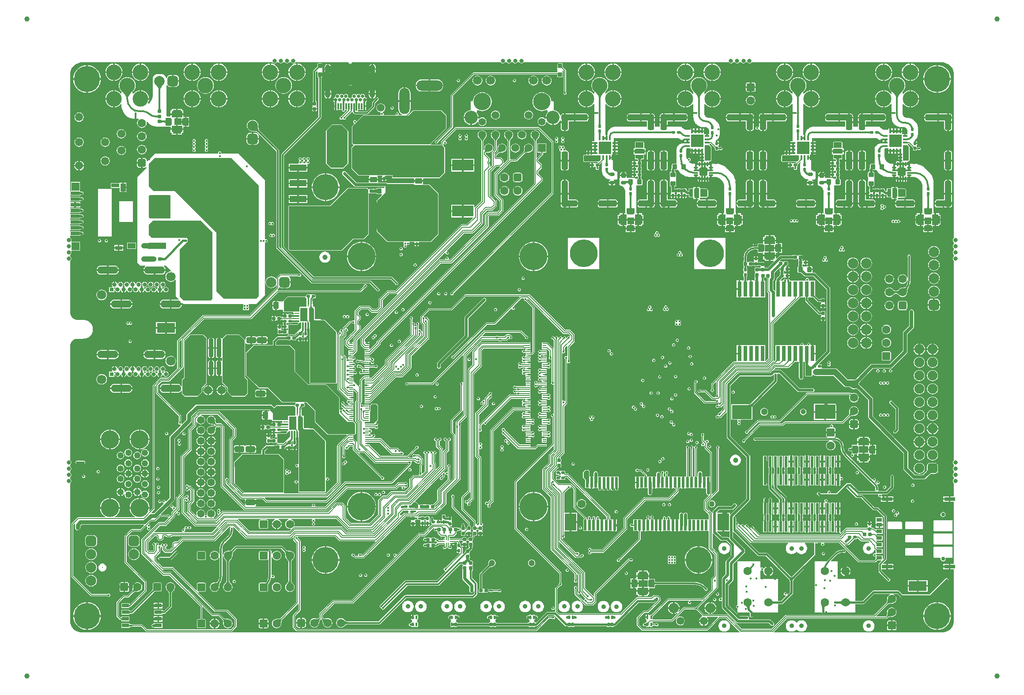
<source format=gtl>
G04*
G04 #@! TF.GenerationSoftware,Altium Limited,Altium Designer,19.1.6 (110)*
G04*
G04 Layer_Physical_Order=1*
G04 Layer_Color=255*
%FSLAX44Y44*%
%MOMM*%
G71*
G01*
G75*
%ADD10C,0.3000*%
%ADD12C,0.2500*%
%ADD13C,0.2000*%
%ADD14C,1.0000*%
%ADD16C,0.4000*%
%ADD19C,0.1500*%
%ADD23C,0.3500*%
%ADD24R,1.2000X1.2000*%
%ADD25R,2.1500X1.2000*%
%ADD26R,1.0000X1.5500*%
%ADD27R,1.6000X1.2000*%
%ADD28R,0.8000X3.0000*%
G04:AMPARAMS|DCode=29|XSize=0.6mm|YSize=0.6mm|CornerRadius=0.06mm|HoleSize=0mm|Usage=FLASHONLY|Rotation=180.000|XOffset=0mm|YOffset=0mm|HoleType=Round|Shape=RoundedRectangle|*
%AMROUNDEDRECTD29*
21,1,0.6000,0.4800,0,0,180.0*
21,1,0.4800,0.6000,0,0,180.0*
1,1,0.1200,-0.2400,0.2400*
1,1,0.1200,0.2400,0.2400*
1,1,0.1200,0.2400,-0.2400*
1,1,0.1200,-0.2400,-0.2400*
%
%ADD29ROUNDEDRECTD29*%
%ADD30R,3.8000X2.8000*%
%ADD31R,4.0000X2.8000*%
G04:AMPARAMS|DCode=32|XSize=0.7mm|YSize=0.4mm|CornerRadius=0.05mm|HoleSize=0mm|Usage=FLASHONLY|Rotation=90.000|XOffset=0mm|YOffset=0mm|HoleType=Round|Shape=RoundedRectangle|*
%AMROUNDEDRECTD32*
21,1,0.7000,0.3000,0,0,90.0*
21,1,0.6000,0.4000,0,0,90.0*
1,1,0.1000,0.1500,0.3000*
1,1,0.1000,0.1500,-0.3000*
1,1,0.1000,-0.1500,-0.3000*
1,1,0.1000,-0.1500,0.3000*
%
%ADD32ROUNDEDRECTD32*%
G04:AMPARAMS|DCode=33|XSize=0.5mm|YSize=0.6mm|CornerRadius=0.05mm|HoleSize=0mm|Usage=FLASHONLY|Rotation=270.000|XOffset=0mm|YOffset=0mm|HoleType=Round|Shape=RoundedRectangle|*
%AMROUNDEDRECTD33*
21,1,0.5000,0.5000,0,0,270.0*
21,1,0.4000,0.6000,0,0,270.0*
1,1,0.1000,-0.2500,-0.2000*
1,1,0.1000,-0.2500,0.2000*
1,1,0.1000,0.2500,0.2000*
1,1,0.1000,0.2500,-0.2000*
%
%ADD33ROUNDEDRECTD33*%
%ADD34R,0.3000X0.3100*%
G04:AMPARAMS|DCode=35|XSize=0.5mm|YSize=0.6mm|CornerRadius=0.05mm|HoleSize=0mm|Usage=FLASHONLY|Rotation=0.000|XOffset=0mm|YOffset=0mm|HoleType=Round|Shape=RoundedRectangle|*
%AMROUNDEDRECTD35*
21,1,0.5000,0.5000,0,0,0.0*
21,1,0.4000,0.6000,0,0,0.0*
1,1,0.1000,0.2000,-0.2500*
1,1,0.1000,-0.2000,-0.2500*
1,1,0.1000,-0.2000,0.2500*
1,1,0.1000,0.2000,0.2500*
%
%ADD35ROUNDEDRECTD35*%
G04:AMPARAMS|DCode=36|XSize=0.6mm|YSize=0.6mm|CornerRadius=0.06mm|HoleSize=0mm|Usage=FLASHONLY|Rotation=90.000|XOffset=0mm|YOffset=0mm|HoleType=Round|Shape=RoundedRectangle|*
%AMROUNDEDRECTD36*
21,1,0.6000,0.4800,0,0,90.0*
21,1,0.4800,0.6000,0,0,90.0*
1,1,0.1200,0.2400,0.2400*
1,1,0.1200,0.2400,-0.2400*
1,1,0.1200,-0.2400,-0.2400*
1,1,0.1200,-0.2400,0.2400*
%
%ADD36ROUNDEDRECTD36*%
G04:AMPARAMS|DCode=37|XSize=1mm|YSize=0.9mm|CornerRadius=0.1125mm|HoleSize=0mm|Usage=FLASHONLY|Rotation=270.000|XOffset=0mm|YOffset=0mm|HoleType=Round|Shape=RoundedRectangle|*
%AMROUNDEDRECTD37*
21,1,1.0000,0.6750,0,0,270.0*
21,1,0.7750,0.9000,0,0,270.0*
1,1,0.2250,-0.3375,-0.3875*
1,1,0.2250,-0.3375,0.3875*
1,1,0.2250,0.3375,0.3875*
1,1,0.2250,0.3375,-0.3875*
%
%ADD37ROUNDEDRECTD37*%
%ADD38C,1.6000*%
%ADD39R,0.6000X2.0000*%
%ADD40R,0.7200X0.2000*%
%ADD41R,0.2000X0.8100*%
%ADD42R,0.2000X0.9100*%
%ADD43R,1.4000X0.8000*%
G04:AMPARAMS|DCode=44|XSize=1mm|YSize=0.9mm|CornerRadius=0.1125mm|HoleSize=0mm|Usage=FLASHONLY|Rotation=180.000|XOffset=0mm|YOffset=0mm|HoleType=Round|Shape=RoundedRectangle|*
%AMROUNDEDRECTD44*
21,1,1.0000,0.6750,0,0,180.0*
21,1,0.7750,0.9000,0,0,180.0*
1,1,0.2250,-0.3875,0.3375*
1,1,0.2250,0.3875,0.3375*
1,1,0.2250,0.3875,-0.3375*
1,1,0.2250,-0.3875,-0.3375*
%
%ADD44ROUNDEDRECTD44*%
G04:AMPARAMS|DCode=45|XSize=1.5mm|YSize=1.5mm|CornerRadius=0.075mm|HoleSize=0mm|Usage=FLASHONLY|Rotation=180.000|XOffset=0mm|YOffset=0mm|HoleType=Round|Shape=RoundedRectangle|*
%AMROUNDEDRECTD45*
21,1,1.5000,1.3500,0,0,180.0*
21,1,1.3500,1.5000,0,0,180.0*
1,1,0.1500,-0.6750,0.6750*
1,1,0.1500,0.6750,0.6750*
1,1,0.1500,0.6750,-0.6750*
1,1,0.1500,-0.6750,-0.6750*
%
%ADD45ROUNDEDRECTD45*%
G04:AMPARAMS|DCode=46|XSize=0.3mm|YSize=0.8mm|CornerRadius=0.075mm|HoleSize=0mm|Usage=FLASHONLY|Rotation=180.000|XOffset=0mm|YOffset=0mm|HoleType=Round|Shape=RoundedRectangle|*
%AMROUNDEDRECTD46*
21,1,0.3000,0.6500,0,0,180.0*
21,1,0.1500,0.8000,0,0,180.0*
1,1,0.1500,-0.0750,0.3250*
1,1,0.1500,0.0750,0.3250*
1,1,0.1500,0.0750,-0.3250*
1,1,0.1500,-0.0750,-0.3250*
%
%ADD46ROUNDEDRECTD46*%
G04:AMPARAMS|DCode=47|XSize=0.3mm|YSize=0.8mm|CornerRadius=0.075mm|HoleSize=0mm|Usage=FLASHONLY|Rotation=270.000|XOffset=0mm|YOffset=0mm|HoleType=Round|Shape=RoundedRectangle|*
%AMROUNDEDRECTD47*
21,1,0.3000,0.6500,0,0,270.0*
21,1,0.1500,0.8000,0,0,270.0*
1,1,0.1500,-0.3250,-0.0750*
1,1,0.1500,-0.3250,0.0750*
1,1,0.1500,0.3250,0.0750*
1,1,0.1500,0.3250,-0.0750*
%
%ADD47ROUNDEDRECTD47*%
%ADD48R,0.7500X1.5000*%
%ADD49R,0.9000X0.6000*%
%ADD50R,1.5000X0.7500*%
%ADD51R,0.6000X0.9000*%
G04:AMPARAMS|DCode=52|XSize=1.4mm|YSize=1mm|CornerRadius=0.125mm|HoleSize=0mm|Usage=FLASHONLY|Rotation=0.000|XOffset=0mm|YOffset=0mm|HoleType=Round|Shape=RoundedRectangle|*
%AMROUNDEDRECTD52*
21,1,1.4000,0.7500,0,0,0.0*
21,1,1.1500,1.0000,0,0,0.0*
1,1,0.2500,0.5750,-0.3750*
1,1,0.2500,-0.5750,-0.3750*
1,1,0.2500,-0.5750,0.3750*
1,1,0.2500,0.5750,0.3750*
%
%ADD52ROUNDEDRECTD52*%
%ADD53R,0.7000X0.2000*%
%ADD54R,2.3000X3.2000*%
%ADD55R,4.1500X2.1500*%
%ADD56R,1.5019X1.0013*%
%ADD57R,1.0000X1.5000*%
%ADD58R,1.4006X0.8004*%
%ADD59R,1.5011X0.8006*%
%ADD60R,1.5018X1.5018*%
%ADD61R,1.5009X1.5009*%
%ADD62R,1.7526X0.7011*%
%ADD63R,1.7518X0.7007*%
%ADD64R,1.7504X0.7002*%
%ADD65R,1.7525X0.7010*%
%ADD66R,1.7522X0.7009*%
%ADD67R,1.7516X0.7006*%
%ADD68R,1.7530X0.7012*%
%ADD69R,1.7504X0.7002*%
%ADD70R,2.1000X0.7000*%
%ADD71R,1.1400X0.8000*%
G04:AMPARAMS|DCode=72|XSize=0.85mm|YSize=3.55mm|CornerRadius=0.2125mm|HoleSize=0mm|Usage=FLASHONLY|Rotation=0.000|XOffset=0mm|YOffset=0mm|HoleType=Round|Shape=RoundedRectangle|*
%AMROUNDEDRECTD72*
21,1,0.8500,3.1250,0,0,0.0*
21,1,0.4250,3.5500,0,0,0.0*
1,1,0.4250,0.2125,-1.5625*
1,1,0.4250,-0.2125,-1.5625*
1,1,0.4250,-0.2125,1.5625*
1,1,0.4250,0.2125,1.5625*
%
%ADD72ROUNDEDRECTD72*%
G04:AMPARAMS|DCode=73|XSize=0.85mm|YSize=2.65mm|CornerRadius=0.2125mm|HoleSize=0mm|Usage=FLASHONLY|Rotation=0.000|XOffset=0mm|YOffset=0mm|HoleType=Round|Shape=RoundedRectangle|*
%AMROUNDEDRECTD73*
21,1,0.8500,2.2250,0,0,0.0*
21,1,0.4250,2.6500,0,0,0.0*
1,1,0.4250,0.2125,-1.1125*
1,1,0.4250,-0.2125,-1.1125*
1,1,0.4250,-0.2125,1.1125*
1,1,0.4250,0.2125,1.1125*
%
%ADD73ROUNDEDRECTD73*%
%ADD74R,3.7000X1.6000*%
%ADD75R,0.2000X1.0000*%
%ADD76R,0.3000X1.2000*%
G04:AMPARAMS|DCode=77|XSize=1.8mm|YSize=1.15mm|CornerRadius=0.1438mm|HoleSize=0mm|Usage=FLASHONLY|Rotation=180.000|XOffset=0mm|YOffset=0mm|HoleType=Round|Shape=RoundedRectangle|*
%AMROUNDEDRECTD77*
21,1,1.8000,0.8625,0,0,180.0*
21,1,1.5125,1.1500,0,0,180.0*
1,1,0.2875,-0.7563,0.4313*
1,1,0.2875,0.7563,0.4313*
1,1,0.2875,0.7563,-0.4313*
1,1,0.2875,-0.7563,-0.4313*
%
%ADD77ROUNDEDRECTD77*%
G04:AMPARAMS|DCode=78|XSize=3.3mm|YSize=1.6mm|CornerRadius=0.2mm|HoleSize=0mm|Usage=FLASHONLY|Rotation=180.000|XOffset=0mm|YOffset=0mm|HoleType=Round|Shape=RoundedRectangle|*
%AMROUNDEDRECTD78*
21,1,3.3000,1.2000,0,0,180.0*
21,1,2.9000,1.6000,0,0,180.0*
1,1,0.4000,-1.4500,0.6000*
1,1,0.4000,1.4500,0.6000*
1,1,0.4000,1.4500,-0.6000*
1,1,0.4000,-1.4500,-0.6000*
%
%ADD78ROUNDEDRECTD78*%
G04:AMPARAMS|DCode=79|XSize=6.7mm|YSize=6.7mm|CornerRadius=0.8375mm|HoleSize=0mm|Usage=FLASHONLY|Rotation=180.000|XOffset=0mm|YOffset=0mm|HoleType=Round|Shape=RoundedRectangle|*
%AMROUNDEDRECTD79*
21,1,6.7000,5.0250,0,0,180.0*
21,1,5.0250,6.7000,0,0,180.0*
1,1,1.6750,-2.5125,2.5125*
1,1,1.6750,2.5125,2.5125*
1,1,1.6750,2.5125,-2.5125*
1,1,1.6750,-2.5125,-2.5125*
%
%ADD79ROUNDEDRECTD79*%
%ADD80R,0.3100X0.3000*%
%ADD81R,0.9000X2.5500*%
%ADD82R,1.4000X2.5500*%
G04:AMPARAMS|DCode=83|XSize=0.25mm|YSize=1mm|CornerRadius=0.0625mm|HoleSize=0mm|Usage=FLASHONLY|Rotation=90.000|XOffset=0mm|YOffset=0mm|HoleType=Round|Shape=RoundedRectangle|*
%AMROUNDEDRECTD83*
21,1,0.2500,0.8750,0,0,90.0*
21,1,0.1250,1.0000,0,0,90.0*
1,1,0.1250,0.4375,0.0625*
1,1,0.1250,0.4375,-0.0625*
1,1,0.1250,-0.4375,-0.0625*
1,1,0.1250,-0.4375,0.0625*
%
%ADD83ROUNDEDRECTD83*%
G04:AMPARAMS|DCode=84|XSize=0.25mm|YSize=1mm|CornerRadius=0.0625mm|HoleSize=0mm|Usage=FLASHONLY|Rotation=180.000|XOffset=0mm|YOffset=0mm|HoleType=Round|Shape=RoundedRectangle|*
%AMROUNDEDRECTD84*
21,1,0.2500,0.8750,0,0,180.0*
21,1,0.1250,1.0000,0,0,180.0*
1,1,0.1250,-0.0625,0.4375*
1,1,0.1250,0.0625,0.4375*
1,1,0.1250,0.0625,-0.4375*
1,1,0.1250,-0.0625,-0.4375*
%
%ADD84ROUNDEDRECTD84*%
%ADD85R,0.3300X0.8500*%
%ADD86R,0.8500X0.3300*%
%ADD87R,2.4000X2.4000*%
G04:AMPARAMS|DCode=88|XSize=0.95mm|YSize=0.65mm|CornerRadius=0.1625mm|HoleSize=0mm|Usage=FLASHONLY|Rotation=180.000|XOffset=0mm|YOffset=0mm|HoleType=Round|Shape=RoundedRectangle|*
%AMROUNDEDRECTD88*
21,1,0.9500,0.3250,0,0,180.0*
21,1,0.6250,0.6500,0,0,180.0*
1,1,0.3250,-0.3125,0.1625*
1,1,0.3250,0.3125,0.1625*
1,1,0.3250,0.3125,-0.1625*
1,1,0.3250,-0.3125,-0.1625*
%
%ADD88ROUNDEDRECTD88*%
G04:AMPARAMS|DCode=89|XSize=0.95mm|YSize=1mm|CornerRadius=0.2375mm|HoleSize=0mm|Usage=FLASHONLY|Rotation=180.000|XOffset=0mm|YOffset=0mm|HoleType=Round|Shape=RoundedRectangle|*
%AMROUNDEDRECTD89*
21,1,0.9500,0.5250,0,0,180.0*
21,1,0.4750,1.0000,0,0,180.0*
1,1,0.4750,-0.2375,0.2625*
1,1,0.4750,0.2375,0.2625*
1,1,0.4750,0.2375,-0.2625*
1,1,0.4750,-0.2375,-0.2625*
%
%ADD89ROUNDEDRECTD89*%
%ADD90R,4.0000X5.0000*%
G04:AMPARAMS|DCode=91|XSize=0.8mm|YSize=0.8mm|CornerRadius=0.1mm|HoleSize=0mm|Usage=FLASHONLY|Rotation=90.000|XOffset=0mm|YOffset=0mm|HoleType=Round|Shape=RoundedRectangle|*
%AMROUNDEDRECTD91*
21,1,0.8000,0.6000,0,0,90.0*
21,1,0.6000,0.8000,0,0,90.0*
1,1,0.2000,0.3000,0.3000*
1,1,0.2000,0.3000,-0.3000*
1,1,0.2000,-0.3000,-0.3000*
1,1,0.2000,-0.3000,0.3000*
%
%ADD91ROUNDEDRECTD91*%
%ADD92R,3.3000X1.2700*%
%ADD93R,4.5000X2.3500*%
G04:AMPARAMS|DCode=94|XSize=3mm|YSize=1.2mm|CornerRadius=0.3mm|HoleSize=0mm|Usage=FLASHONLY|Rotation=90.000|XOffset=0mm|YOffset=0mm|HoleType=Round|Shape=RoundedRectangle|*
%AMROUNDEDRECTD94*
21,1,3.0000,0.6000,0,0,90.0*
21,1,2.4000,1.2000,0,0,90.0*
1,1,0.6000,0.3000,1.2000*
1,1,0.6000,0.3000,-1.2000*
1,1,0.6000,-0.3000,-1.2000*
1,1,0.6000,-0.3000,1.2000*
%
%ADD94ROUNDEDRECTD94*%
G04:AMPARAMS|DCode=95|XSize=3.5mm|YSize=1.2mm|CornerRadius=0.3mm|HoleSize=0mm|Usage=FLASHONLY|Rotation=90.000|XOffset=0mm|YOffset=0mm|HoleType=Round|Shape=RoundedRectangle|*
%AMROUNDEDRECTD95*
21,1,3.5000,0.6000,0,0,90.0*
21,1,2.9000,1.2000,0,0,90.0*
1,1,0.6000,0.3000,1.4500*
1,1,0.6000,0.3000,-1.4500*
1,1,0.6000,-0.3000,-1.4500*
1,1,0.6000,-0.3000,1.4500*
%
%ADD95ROUNDEDRECTD95*%
G04:AMPARAMS|DCode=96|XSize=3.5mm|YSize=1.2mm|CornerRadius=0.3mm|HoleSize=0mm|Usage=FLASHONLY|Rotation=0.000|XOffset=0mm|YOffset=0mm|HoleType=Round|Shape=RoundedRectangle|*
%AMROUNDEDRECTD96*
21,1,3.5000,0.6000,0,0,0.0*
21,1,2.9000,1.2000,0,0,0.0*
1,1,0.6000,1.4500,-0.3000*
1,1,0.6000,-1.4500,-0.3000*
1,1,0.6000,-1.4500,0.3000*
1,1,0.6000,1.4500,0.3000*
%
%ADD96ROUNDEDRECTD96*%
G04:AMPARAMS|DCode=97|XSize=3mm|YSize=1.2mm|CornerRadius=0.3mm|HoleSize=0mm|Usage=FLASHONLY|Rotation=0.000|XOffset=0mm|YOffset=0mm|HoleType=Round|Shape=RoundedRectangle|*
%AMROUNDEDRECTD97*
21,1,3.0000,0.6000,0,0,0.0*
21,1,2.4000,1.2000,0,0,0.0*
1,1,0.6000,1.2000,-0.3000*
1,1,0.6000,-1.2000,-0.3000*
1,1,0.6000,-1.2000,0.3000*
1,1,0.6000,1.2000,0.3000*
%
%ADD97ROUNDEDRECTD97*%
G04:AMPARAMS|DCode=98|XSize=5mm|YSize=1.2mm|CornerRadius=0.3mm|HoleSize=0mm|Usage=FLASHONLY|Rotation=270.000|XOffset=0mm|YOffset=0mm|HoleType=Round|Shape=RoundedRectangle|*
%AMROUNDEDRECTD98*
21,1,5.0000,0.6000,0,0,270.0*
21,1,4.4000,1.2000,0,0,270.0*
1,1,0.6000,-0.3000,-2.2000*
1,1,0.6000,-0.3000,2.2000*
1,1,0.6000,0.3000,2.2000*
1,1,0.6000,0.3000,-2.2000*
%
%ADD98ROUNDEDRECTD98*%
G04:AMPARAMS|DCode=99|XSize=5mm|YSize=1.2mm|CornerRadius=0.3mm|HoleSize=0mm|Usage=FLASHONLY|Rotation=0.000|XOffset=0mm|YOffset=0mm|HoleType=Round|Shape=RoundedRectangle|*
%AMROUNDEDRECTD99*
21,1,5.0000,0.6000,0,0,0.0*
21,1,4.4000,1.2000,0,0,0.0*
1,1,0.6000,2.2000,-0.3000*
1,1,0.6000,-2.2000,-0.3000*
1,1,0.6000,-2.2000,0.3000*
1,1,0.6000,2.2000,0.3000*
%
%ADD99ROUNDEDRECTD99*%
G04:AMPARAMS|DCode=100|XSize=2.5mm|YSize=2mm|CornerRadius=0.25mm|HoleSize=0mm|Usage=FLASHONLY|Rotation=90.000|XOffset=0mm|YOffset=0mm|HoleType=Round|Shape=RoundedRectangle|*
%AMROUNDEDRECTD100*
21,1,2.5000,1.5000,0,0,90.0*
21,1,2.0000,2.0000,0,0,90.0*
1,1,0.5000,0.7500,1.0000*
1,1,0.5000,0.7500,-1.0000*
1,1,0.5000,-0.7500,-1.0000*
1,1,0.5000,-0.7500,1.0000*
%
%ADD100ROUNDEDRECTD100*%
%ADD101R,3.5000X1.9000*%
G04:AMPARAMS|DCode=102|XSize=0.6mm|YSize=0.7mm|CornerRadius=0.075mm|HoleSize=0mm|Usage=FLASHONLY|Rotation=270.000|XOffset=0mm|YOffset=0mm|HoleType=Round|Shape=RoundedRectangle|*
%AMROUNDEDRECTD102*
21,1,0.6000,0.5500,0,0,270.0*
21,1,0.4500,0.7000,0,0,270.0*
1,1,0.1500,-0.2750,-0.2250*
1,1,0.1500,-0.2750,0.2250*
1,1,0.1500,0.2750,0.2250*
1,1,0.1500,0.2750,-0.2250*
%
%ADD102ROUNDEDRECTD102*%
%ADD103R,1.5500X1.0000*%
%ADD104R,1.2000X1.6000*%
%ADD105R,1.2000X1.2000*%
%ADD106R,1.2000X2.1500*%
G04:AMPARAMS|DCode=107|XSize=1.4mm|YSize=1mm|CornerRadius=0.125mm|HoleSize=0mm|Usage=FLASHONLY|Rotation=90.000|XOffset=0mm|YOffset=0mm|HoleType=Round|Shape=RoundedRectangle|*
%AMROUNDEDRECTD107*
21,1,1.4000,0.7500,0,0,90.0*
21,1,1.1500,1.0000,0,0,90.0*
1,1,0.2500,0.3750,0.5750*
1,1,0.2500,0.3750,-0.5750*
1,1,0.2500,-0.3750,-0.5750*
1,1,0.2500,-0.3750,0.5750*
%
%ADD107ROUNDEDRECTD107*%
%ADD108R,2.4000X2.4000*%
%ADD195C,1.2500*%
%ADD199C,1.1000*%
%ADD207C,1.5080*%
%ADD215C,0.7500*%
%ADD216C,1.3000*%
%ADD224C,0.9000*%
%ADD226C,1.9000*%
%ADD230C,1.0000*%
%ADD232C,0.3250*%
%ADD233C,1.5000*%
%ADD234C,0.5000*%
%ADD235C,0.7000*%
%ADD236C,0.6000*%
%ADD237C,0.8000*%
%ADD238C,0.3200*%
%ADD239C,1.2000*%
%ADD240C,0.3090*%
%ADD241C,1.4780*%
G04:AMPARAMS|DCode=242|XSize=1.524mm|YSize=1.524mm|CornerRadius=0.1905mm|HoleSize=0mm|Usage=FLASHONLY|Rotation=180.000|XOffset=0mm|YOffset=0mm|HoleType=Round|Shape=RoundedRectangle|*
%AMROUNDEDRECTD242*
21,1,1.5240,1.1430,0,0,180.0*
21,1,1.1430,1.5240,0,0,180.0*
1,1,0.3810,-0.5715,0.5715*
1,1,0.3810,0.5715,0.5715*
1,1,0.3810,0.5715,-0.5715*
1,1,0.3810,-0.5715,-0.5715*
%
%ADD242ROUNDEDRECTD242*%
G04:AMPARAMS|DCode=243|XSize=1.6mm|YSize=1.6mm|CornerRadius=0.4mm|HoleSize=0mm|Usage=FLASHONLY|Rotation=0.000|XOffset=0mm|YOffset=0mm|HoleType=Round|Shape=RoundedRectangle|*
%AMROUNDEDRECTD243*
21,1,1.6000,0.8000,0,0,0.0*
21,1,0.8000,1.6000,0,0,0.0*
1,1,0.8000,0.4000,-0.4000*
1,1,0.8000,-0.4000,-0.4000*
1,1,0.8000,-0.4000,0.4000*
1,1,0.8000,0.4000,0.4000*
%
%ADD243ROUNDEDRECTD243*%
%ADD244C,3.5000*%
%ADD245C,2.0000*%
%ADD246C,5.3000*%
G04:AMPARAMS|DCode=247|XSize=1.524mm|YSize=1.524mm|CornerRadius=0.1905mm|HoleSize=0mm|Usage=FLASHONLY|Rotation=90.000|XOffset=0mm|YOffset=0mm|HoleType=Round|Shape=RoundedRectangle|*
%AMROUNDEDRECTD247*
21,1,1.5240,1.1430,0,0,90.0*
21,1,1.1430,1.5240,0,0,90.0*
1,1,0.3810,0.5715,0.5715*
1,1,0.3810,0.5715,-0.5715*
1,1,0.3810,-0.5715,-0.5715*
1,1,0.3810,-0.5715,0.5715*
%
%ADD247ROUNDEDRECTD247*%
%ADD248C,1.6800*%
%ADD249C,1.4080*%
%ADD250R,1.5080X1.5080*%
%ADD251C,2.5500*%
%ADD252C,3.3500*%
%ADD253C,1.5500*%
%ADD254O,2.0000X5.0000*%
%ADD255O,5.0000X2.2000*%
%ADD256O,5.0000X2.0000*%
%ADD257C,1.2000*%
%ADD258C,5.0000*%
%ADD259O,1.0000X1.6000*%
%ADD260C,0.6500*%
%ADD261C,1.9500*%
G04:AMPARAMS|DCode=262|XSize=2mm|YSize=2mm|CornerRadius=0.5mm|HoleSize=0mm|Usage=FLASHONLY|Rotation=90.000|XOffset=0mm|YOffset=0mm|HoleType=Round|Shape=RoundedRectangle|*
%AMROUNDEDRECTD262*
21,1,2.0000,1.0000,0,0,90.0*
21,1,1.0000,2.0000,0,0,90.0*
1,1,1.0000,0.5000,0.5000*
1,1,1.0000,0.5000,-0.5000*
1,1,1.0000,-0.5000,-0.5000*
1,1,1.0000,-0.5000,0.5000*
%
%ADD262ROUNDEDRECTD262*%
G04:AMPARAMS|DCode=263|XSize=1.6mm|YSize=1.6mm|CornerRadius=0.4mm|HoleSize=0mm|Usage=FLASHONLY|Rotation=90.000|XOffset=0mm|YOffset=0mm|HoleType=Round|Shape=RoundedRectangle|*
%AMROUNDEDRECTD263*
21,1,1.6000,0.8000,0,0,90.0*
21,1,0.8000,1.6000,0,0,90.0*
1,1,0.8000,0.4000,0.4000*
1,1,0.8000,0.4000,-0.4000*
1,1,0.8000,-0.4000,-0.4000*
1,1,0.8000,-0.4000,0.4000*
%
%ADD263ROUNDEDRECTD263*%
%ADD264O,4.0000X1.4000*%
%ADD265C,0.8000*%
%ADD266R,0.8000X0.8000*%
%ADD267C,1.8000*%
%ADD268C,3.0000*%
%ADD269C,0.2500*%
G04:AMPARAMS|DCode=270|XSize=1.9mm|YSize=1.9mm|CornerRadius=0.475mm|HoleSize=0mm|Usage=FLASHONLY|Rotation=90.000|XOffset=0mm|YOffset=0mm|HoleType=Round|Shape=RoundedRectangle|*
%AMROUNDEDRECTD270*
21,1,1.9000,0.9500,0,0,90.0*
21,1,0.9500,1.9000,0,0,90.0*
1,1,0.9500,0.4750,0.4750*
1,1,0.9500,0.4750,-0.4750*
1,1,0.9500,-0.4750,-0.4750*
1,1,0.9500,-0.4750,0.4750*
%
%ADD270ROUNDEDRECTD270*%
G04:AMPARAMS|DCode=271|XSize=2mm|YSize=2mm|CornerRadius=0.5mm|HoleSize=0mm|Usage=FLASHONLY|Rotation=180.000|XOffset=0mm|YOffset=0mm|HoleType=Round|Shape=RoundedRectangle|*
%AMROUNDEDRECTD271*
21,1,2.0000,1.0000,0,0,180.0*
21,1,1.0000,2.0000,0,0,180.0*
1,1,1.0000,-0.5000,0.5000*
1,1,1.0000,0.5000,0.5000*
1,1,1.0000,0.5000,-0.5000*
1,1,1.0000,-0.5000,-0.5000*
%
%ADD271ROUNDEDRECTD271*%
%ADD272C,0.4000*%
%ADD273C,0.5000*%
G36*
X1681117Y1096083D02*
X1685183Y1094399D01*
X1688842Y1091954D01*
X1691954Y1088842D01*
X1694399Y1085183D01*
X1696083Y1081117D01*
X1696941Y1076800D01*
Y1074600D01*
X1696941Y767500D01*
Y760220D01*
X1696395Y759855D01*
X1695290Y758201D01*
X1694902Y756250D01*
X1695290Y754299D01*
X1696395Y752645D01*
X1696941Y752280D01*
Y748470D01*
X1696395Y748105D01*
X1695290Y746451D01*
X1694902Y744500D01*
X1695290Y742549D01*
X1696395Y740895D01*
X1696941Y740530D01*
X1696941Y736470D01*
X1696395Y736105D01*
X1695290Y734451D01*
X1694902Y732500D01*
X1695290Y730549D01*
X1696395Y728895D01*
X1696941Y728530D01*
Y724470D01*
X1696395Y724105D01*
X1695290Y722451D01*
X1694902Y720500D01*
X1695290Y718549D01*
X1696395Y716895D01*
X1696941Y716530D01*
Y709250D01*
X1696942Y340750D01*
X1696942Y333470D01*
X1696395Y333105D01*
X1695290Y331451D01*
X1694902Y329500D01*
X1695290Y327549D01*
X1696395Y325895D01*
X1696942Y325530D01*
X1696941Y321470D01*
X1696395Y321105D01*
X1695290Y319451D01*
X1694902Y317500D01*
X1695290Y315549D01*
X1696395Y313895D01*
X1696941Y313530D01*
X1696941Y309470D01*
X1696395Y309105D01*
X1695290Y307451D01*
X1694902Y305500D01*
X1695290Y303549D01*
X1696395Y301895D01*
X1696941Y301530D01*
X1696941Y297720D01*
X1696395Y297355D01*
X1695290Y295701D01*
X1694902Y293750D01*
X1695290Y291799D01*
X1696395Y290145D01*
X1696941Y289780D01*
X1696941Y282500D01*
Y264500D01*
X1690350D01*
Y259500D01*
Y254500D01*
X1696941D01*
Y134500D01*
X1690350D01*
Y129500D01*
Y124500D01*
X1696941D01*
Y25400D01*
Y23200D01*
X1696083Y18883D01*
X1694399Y14817D01*
X1691954Y11158D01*
X1688842Y8046D01*
X1685183Y5601D01*
X1681117Y3917D01*
X1676800Y3059D01*
X1352239D01*
X1351712Y4329D01*
X1377095Y29711D01*
X1535500Y29711D01*
X1567500D01*
X1568280Y29866D01*
X1568942Y30308D01*
X1570315Y31681D01*
X1570396Y31707D01*
X1570735Y31991D01*
X1571102Y32213D01*
X1571580Y32427D01*
X1572169Y32623D01*
X1572867Y32794D01*
X1573648Y32932D01*
X1576721Y33163D01*
X1577925Y33168D01*
X1577951Y33179D01*
X1578000Y33172D01*
X1580349Y33482D01*
X1582539Y34389D01*
X1584419Y35831D01*
X1585861Y37711D01*
X1586768Y39901D01*
X1587078Y42250D01*
X1586768Y44599D01*
X1585861Y46789D01*
X1584419Y48669D01*
X1582539Y50111D01*
X1580349Y51018D01*
X1578000Y51328D01*
X1575650Y51018D01*
X1573461Y50111D01*
X1571581Y48669D01*
X1570139Y46789D01*
X1569232Y44599D01*
X1568922Y42250D01*
X1568929Y42201D01*
X1568918Y42175D01*
X1568913Y40960D01*
X1568794Y38820D01*
X1568686Y37922D01*
X1568544Y37117D01*
X1568373Y36419D01*
X1568177Y35830D01*
X1567964Y35352D01*
X1567741Y34985D01*
X1567457Y34646D01*
X1567431Y34565D01*
X1566655Y33789D01*
X1548682D01*
X1548196Y34962D01*
X1570315Y57081D01*
X1570396Y57107D01*
X1570735Y57391D01*
X1571102Y57614D01*
X1571580Y57828D01*
X1572169Y58023D01*
X1572867Y58194D01*
X1573648Y58332D01*
X1576721Y58563D01*
X1577925Y58568D01*
X1577951Y58579D01*
X1578000Y58572D01*
X1580349Y58882D01*
X1582539Y59789D01*
X1584419Y61231D01*
X1585861Y63111D01*
X1586768Y65301D01*
X1587078Y67650D01*
X1586768Y69999D01*
X1585861Y72189D01*
X1584419Y74069D01*
X1582539Y75511D01*
X1580946Y76171D01*
X1581199Y77441D01*
X1588483D01*
X1595087Y70837D01*
X1596080Y70174D01*
X1597250Y69941D01*
X1597250Y69941D01*
X1651750D01*
X1651750Y69941D01*
X1652921Y70174D01*
X1653913Y70837D01*
X1685413Y102337D01*
X1686076Y103329D01*
X1686309Y104500D01*
X1686076Y105670D01*
X1685413Y106663D01*
X1684420Y107326D01*
X1683250Y107559D01*
X1682079Y107326D01*
X1681087Y106663D01*
X1650483Y76059D01*
X1598517D01*
X1591913Y82663D01*
X1590921Y83326D01*
X1589750Y83559D01*
X1589750Y83559D01*
X1543000D01*
X1541830Y83326D01*
X1540837Y82663D01*
X1521983Y63809D01*
X1508250D01*
Y106000D01*
X1474250D01*
Y139750D01*
X1461944D01*
X1461458Y140923D01*
X1472014Y151479D01*
X1472892Y152358D01*
X1473840Y153135D01*
X1475677Y154545D01*
X1478952Y155901D01*
X1482345Y156348D01*
X1482467Y156323D01*
X1485356D01*
X1485579Y156174D01*
X1486750Y155941D01*
X1487920Y156174D01*
X1488913Y156837D01*
X1489576Y157829D01*
X1489809Y159000D01*
X1489576Y160170D01*
X1488913Y161163D01*
X1487920Y161826D01*
X1486750Y162059D01*
X1485579Y161826D01*
X1485356Y161676D01*
X1482467D01*
Y161716D01*
X1478774Y161352D01*
X1475222Y160275D01*
X1471949Y158525D01*
X1469079Y156171D01*
X1469079Y156171D01*
X1468210Y155245D01*
X1454797Y141832D01*
X1454772Y141857D01*
X1452973Y139750D01*
X1430250D01*
Y41750D01*
X1443390D01*
X1443424Y41579D01*
X1444087Y40587D01*
X1445079Y39924D01*
X1446250Y39691D01*
X1447421Y39924D01*
X1448413Y40587D01*
X1449076Y41579D01*
X1449110Y41750D01*
X1508250D01*
Y57691D01*
X1523250D01*
X1523250Y57691D01*
X1524420Y57924D01*
X1525413Y58587D01*
X1544267Y77441D01*
X1574801D01*
X1575054Y76171D01*
X1573461Y75511D01*
X1571581Y74069D01*
X1570139Y72189D01*
X1569232Y69999D01*
X1568922Y67650D01*
X1568929Y67601D01*
X1568918Y67575D01*
X1568913Y66360D01*
X1568794Y64220D01*
X1568686Y63322D01*
X1568544Y62517D01*
X1568373Y61819D01*
X1568177Y61230D01*
X1567964Y60752D01*
X1567741Y60385D01*
X1567457Y60046D01*
X1567431Y59965D01*
X1544255Y36789D01*
X1375007Y36789D01*
X1374227Y36634D01*
X1373565Y36192D01*
X1347413Y10039D01*
X1290595D01*
X1263692Y36942D01*
X1263030Y37384D01*
X1262250Y37539D01*
X1218345D01*
X1206915Y48969D01*
X1206883Y49060D01*
X1206673Y49293D01*
X1206558Y49457D01*
X1206494Y49585D01*
X1206466Y49679D01*
X1206459Y49750D01*
X1206466Y49822D01*
X1206494Y49915D01*
X1206558Y50043D01*
X1206673Y50206D01*
X1206883Y50440D01*
X1206915Y50531D01*
X1244335Y87951D01*
X1244777Y88613D01*
X1244933Y89393D01*
Y154606D01*
X1244933Y154607D01*
X1244777Y155387D01*
X1244335Y156048D01*
X1244335Y156049D01*
X1234289Y166095D01*
Y193092D01*
X1235559Y193477D01*
X1235727Y193227D01*
X1248727Y180227D01*
X1249884Y179453D01*
X1251250Y179181D01*
X1260772D01*
X1269175Y170778D01*
Y157750D01*
Y150222D01*
X1260477Y141523D01*
X1259703Y140366D01*
X1259431Y139000D01*
Y114978D01*
X1253227Y108773D01*
X1252453Y107616D01*
X1252181Y106250D01*
Y70106D01*
X1250911Y69427D01*
X1250707Y69563D01*
X1249537Y69796D01*
X1248366Y69563D01*
X1247374Y68900D01*
X1246711Y67908D01*
X1246478Y66737D01*
X1246711Y65566D01*
X1247374Y64574D01*
X1248366Y63911D01*
X1249537Y63678D01*
X1250707Y63911D01*
X1250911Y64047D01*
X1252181Y63369D01*
Y52000D01*
X1252453Y50634D01*
X1253227Y49477D01*
X1280583Y22120D01*
X1281741Y21347D01*
X1283106Y21075D01*
X1342233D01*
X1346470Y16838D01*
X1347628Y16064D01*
X1348994Y15792D01*
X1350359Y16064D01*
X1351517Y16838D01*
X1352290Y17995D01*
X1352562Y19361D01*
X1352290Y20727D01*
X1351517Y21884D01*
X1346234Y27167D01*
X1345076Y27940D01*
X1343711Y28212D01*
X1304433D01*
X1303754Y29482D01*
X1303987Y29831D01*
X1304259Y31197D01*
X1303987Y32562D01*
X1303214Y33720D01*
X1302056Y34494D01*
X1300690Y34765D01*
X1286517D01*
X1265319Y55963D01*
Y94022D01*
X1273023Y101727D01*
X1273797Y102884D01*
X1274069Y104250D01*
Y134272D01*
X1295273Y155477D01*
X1296047Y156634D01*
X1296319Y158000D01*
X1296312Y158033D01*
Y161007D01*
X1296040Y162372D01*
X1295267Y163530D01*
X1273819Y184978D01*
Y196060D01*
X1275089Y196586D01*
X1320837Y150837D01*
X1320837Y150837D01*
X1321829Y150174D01*
X1323000Y149941D01*
X1336233D01*
X1379860Y106314D01*
X1379879Y106263D01*
X1380389Y105715D01*
X1380818Y105178D01*
X1381194Y104625D01*
X1381519Y104054D01*
X1381792Y103464D01*
X1382016Y102854D01*
X1382190Y102220D01*
X1382316Y101563D01*
X1382391Y100881D01*
X1382418Y100133D01*
X1382441Y100083D01*
Y80517D01*
X1378370Y76446D01*
X1378102Y76485D01*
X1377059Y77750D01*
X1376826Y78920D01*
X1376163Y79913D01*
X1375170Y80576D01*
X1374000Y80809D01*
X1372829Y80576D01*
X1371837Y79913D01*
X1371174Y78920D01*
X1370941Y77750D01*
X1371174Y76579D01*
X1371837Y75587D01*
X1372829Y74924D01*
X1374000Y74691D01*
X1375264Y73648D01*
X1375304Y73380D01*
X1365733Y63809D01*
X1360250D01*
Y106000D01*
X1326250D01*
Y121728D01*
X1327520Y122298D01*
X1328080Y121924D01*
X1329250Y121691D01*
X1330421Y121924D01*
X1330553Y122013D01*
X1331737Y121277D01*
X1331668Y120750D01*
X1331995Y118270D01*
X1332952Y115959D01*
X1334475Y113975D01*
X1336459Y112452D01*
X1338134Y111758D01*
X1338130Y111806D01*
X1338063Y112313D01*
X1337980Y112743D01*
X1337883Y113095D01*
X1337770Y113369D01*
X1337643Y113565D01*
X1337500Y113683D01*
X1339750Y117414D01*
Y120750D01*
Y122389D01*
X1336750Y127364D01*
X1337035Y127607D01*
X1337290Y127926D01*
X1337515Y128323D01*
X1337710Y128796D01*
X1337875Y129346D01*
X1337943Y129663D01*
X1336459Y129048D01*
X1334475Y127525D01*
X1333345Y126053D01*
X1332916Y126008D01*
X1331907Y126174D01*
X1331413Y126913D01*
X1330421Y127576D01*
X1329250Y127809D01*
X1328080Y127576D01*
X1327520Y127202D01*
X1326250Y127772D01*
Y139750D01*
X1282250D01*
Y55774D01*
X1281223Y55569D01*
X1280231Y54906D01*
X1279567Y53914D01*
X1279335Y52744D01*
X1279567Y51573D01*
X1280231Y50581D01*
X1281223Y49918D01*
X1282250Y49713D01*
Y41750D01*
X1304424D01*
X1305835Y40339D01*
Y35506D01*
X1306068Y34336D01*
X1306731Y33344D01*
X1307723Y32681D01*
X1308894Y32448D01*
X1310064Y32681D01*
X1311057Y33344D01*
X1311720Y34336D01*
X1311953Y35506D01*
Y41606D01*
X1311953Y41606D01*
X1312070Y41750D01*
X1360250D01*
Y57691D01*
X1367000D01*
X1367000Y57691D01*
X1368171Y57924D01*
X1369163Y58587D01*
X1387663Y77087D01*
X1387663Y77087D01*
X1388326Y78079D01*
X1388559Y79250D01*
Y100083D01*
X1388582Y100133D01*
X1388609Y100881D01*
X1388684Y101564D01*
X1388810Y102220D01*
X1388984Y102854D01*
X1389208Y103464D01*
X1389482Y104054D01*
X1389806Y104625D01*
X1390182Y105178D01*
X1390611Y105715D01*
X1391121Y106263D01*
X1391140Y106314D01*
X1434523Y149697D01*
X1434523Y149697D01*
X1435186Y150689D01*
X1435419Y151860D01*
X1435419Y151860D01*
Y172610D01*
X1435204Y173691D01*
X1435210Y173819D01*
X1435925Y174961D01*
X1442176D01*
X1442855Y173691D01*
X1442674Y173421D01*
X1442441Y172250D01*
X1442674Y171080D01*
X1443337Y170087D01*
X1444330Y169424D01*
X1445500Y169191D01*
X1446671Y169424D01*
X1447663Y170087D01*
X1448326Y171080D01*
X1448559Y172250D01*
X1448326Y173421D01*
X1448145Y173691D01*
X1448824Y174961D01*
X1477155D01*
X1513808Y138308D01*
X1513808Y138308D01*
X1514470Y137866D01*
X1515250Y137711D01*
X1515250Y137711D01*
X1545500D01*
X1546280Y137866D01*
X1546942Y138308D01*
X1548505Y139871D01*
X1548509Y139872D01*
X1548521Y139887D01*
X1548623Y139989D01*
X1548719Y140025D01*
X1549520Y140772D01*
X1549828Y141022D01*
X1550079Y141200D01*
X1550638D01*
X1550656Y141189D01*
X1550697Y141200D01*
X1550783D01*
X1550838Y141179D01*
X1550885Y141200D01*
X1557393D01*
X1557879Y140027D01*
X1553358Y135505D01*
X1552777Y134637D01*
X1552574Y133612D01*
X1552574Y133612D01*
Y121000D01*
X1552574Y121000D01*
X1552777Y119976D01*
X1553358Y119108D01*
X1569122Y103343D01*
X1569174Y103080D01*
X1569837Y102087D01*
X1570829Y101424D01*
X1572000Y101191D01*
X1573170Y101424D01*
X1574163Y102087D01*
X1574826Y103080D01*
X1575059Y104250D01*
X1574826Y105421D01*
X1574163Y106413D01*
X1573170Y107076D01*
X1572907Y107128D01*
X1557926Y122109D01*
Y124500D01*
X1567350D01*
Y129500D01*
Y134500D01*
X1561582D01*
X1561096Y135673D01*
X1567392Y141970D01*
X1567973Y142838D01*
X1568176Y143862D01*
X1568176Y143862D01*
Y225750D01*
X1568176Y225750D01*
X1567973Y226774D01*
X1567392Y227642D01*
X1567392Y227643D01*
X1552643Y242393D01*
X1551774Y242973D01*
X1550750Y243176D01*
X1550750Y243176D01*
X1545109D01*
X1522392Y265893D01*
X1521524Y266473D01*
X1520500Y266677D01*
X1520500Y266676D01*
X1513207D01*
X1512789Y267232D01*
X1513012Y267854D01*
X1513470Y268441D01*
X1551574D01*
X1551899Y268054D01*
X1552373Y267171D01*
X1552191Y266257D01*
X1552424Y265086D01*
X1553087Y264094D01*
X1554079Y263431D01*
X1555250Y263198D01*
X1555580Y263263D01*
X1556850Y262306D01*
Y261000D01*
X1567350D01*
Y264500D01*
X1559096D01*
X1558212Y265770D01*
X1558309Y266257D01*
X1558127Y267171D01*
X1558601Y268054D01*
X1558926Y268441D01*
X1568000D01*
X1568000Y268441D01*
X1569171Y268674D01*
X1570163Y269337D01*
X1580619Y279793D01*
X1581282Y280786D01*
X1581515Y281956D01*
Y302950D01*
X1581282Y304121D01*
X1580619Y305113D01*
X1579627Y305776D01*
X1578456Y306009D01*
X1577285Y305776D01*
X1576293Y305113D01*
X1575630Y304121D01*
X1575397Y302950D01*
Y283223D01*
X1566733Y274559D01*
X1552360D01*
X1551741Y275829D01*
X1552076Y276329D01*
X1552309Y277500D01*
X1552076Y278671D01*
X1551926Y278894D01*
Y281275D01*
X1551949D01*
X1551654Y283520D01*
X1550787Y285612D01*
X1550154Y286438D01*
X1549409Y287409D01*
X1549419Y287428D01*
X1549436Y287452D01*
X1550580Y288181D01*
X1551750Y287948D01*
X1552921Y288181D01*
X1553913Y288844D01*
X1554576Y289836D01*
X1554809Y291007D01*
X1554576Y292177D01*
X1553913Y293169D01*
X1552921Y293832D01*
X1551750Y294065D01*
X1550580Y293832D01*
X1549587Y293169D01*
X1548924Y292177D01*
X1548691Y291007D01*
X1548924Y289836D01*
X1549200Y289422D01*
X1549284Y289297D01*
X1548738Y288848D01*
Y288848D01*
X1548298Y288487D01*
X1545045Y291740D01*
X1545463Y293118D01*
X1545777Y293181D01*
X1546769Y293844D01*
X1547432Y294836D01*
X1547665Y296007D01*
X1547432Y297177D01*
X1546769Y298169D01*
X1545777Y298832D01*
X1544606Y299065D01*
X1543436Y298832D01*
X1542444Y298169D01*
X1541781Y297177D01*
X1541718Y296863D01*
X1540340Y296445D01*
X1492417Y344368D01*
X1491537Y345248D01*
X1490735Y346186D01*
X1488922Y348396D01*
X1486991Y352007D01*
X1485803Y355925D01*
X1485524Y358758D01*
X1485457Y360000D01*
X1485457D01*
X1485131Y363308D01*
X1484166Y366489D01*
X1482599Y369421D01*
X1480490Y371990D01*
X1477921Y374099D01*
X1474989Y375666D01*
X1471808Y376631D01*
X1468500Y376957D01*
X1468379Y377091D01*
X1468348Y377201D01*
X1468653Y378685D01*
X1469170Y379030D01*
X1469922Y380156D01*
X1470187Y381485D01*
Y385700D01*
X1451813D01*
Y381485D01*
X1452078Y380156D01*
X1452830Y379030D01*
X1453956Y378278D01*
X1454364Y378196D01*
X1454239Y376926D01*
X1317144Y376926D01*
X1316920Y377076D01*
X1315750Y377309D01*
X1314579Y377076D01*
X1313587Y376413D01*
X1312924Y375420D01*
X1312691Y374250D01*
X1312924Y373079D01*
X1313587Y372087D01*
X1314579Y371424D01*
X1315750Y371191D01*
X1316920Y371424D01*
X1317144Y371574D01*
X1457759Y371574D01*
X1458011Y370304D01*
X1456461Y369661D01*
X1454581Y368219D01*
X1453138Y366339D01*
X1452232Y364150D01*
X1451922Y361800D01*
X1452232Y359450D01*
X1453138Y357261D01*
X1454581Y355381D01*
X1456461Y353938D01*
X1458651Y353032D01*
X1461000Y352722D01*
X1463349Y353032D01*
X1465539Y353938D01*
X1467419Y355381D01*
X1468862Y357261D01*
X1469768Y359450D01*
X1470078Y361800D01*
X1469768Y364150D01*
X1468862Y366339D01*
X1467419Y368219D01*
X1465539Y369661D01*
X1463989Y370304D01*
X1464241Y371574D01*
X1468500D01*
X1468571Y371588D01*
X1471502Y371202D01*
X1474299Y370043D01*
X1476700Y368200D01*
X1478544Y365799D01*
X1479702Y363002D01*
X1479933Y361243D01*
X1479998Y360000D01*
X1479998D01*
X1480504Y354871D01*
X1482000Y349939D01*
X1484429Y345394D01*
X1487699Y341410D01*
X1487699Y341410D01*
X1488650Y340565D01*
X1544711Y284504D01*
X1545600Y283597D01*
X1546311Y282533D01*
X1546561Y281275D01*
X1546574D01*
Y278894D01*
X1546424Y278671D01*
X1546191Y277500D01*
X1546424Y276329D01*
X1546759Y275829D01*
X1546140Y274559D01*
X1514489D01*
X1500260Y288788D01*
X1499267Y289451D01*
X1498097Y289684D01*
X1498097Y289684D01*
X1492875D01*
X1491705Y289451D01*
X1490712Y288788D01*
X1471983Y270059D01*
X1461546D01*
X1461218Y270455D01*
X1460750Y271329D01*
X1460934Y272250D01*
X1460701Y273421D01*
X1460038Y274413D01*
X1459046Y275076D01*
X1457875Y275309D01*
X1456705Y275076D01*
X1455712Y274413D01*
X1455049Y273421D01*
X1454816Y272250D01*
X1455000Y271329D01*
X1454532Y270455D01*
X1454204Y270059D01*
X1441767D01*
X1439663Y272163D01*
X1438671Y272826D01*
X1437500Y273059D01*
X1436329Y272826D01*
X1435337Y272163D01*
X1434674Y271171D01*
X1434441Y270000D01*
X1434674Y268829D01*
X1435337Y267837D01*
X1438337Y264837D01*
X1438337Y264837D01*
X1439330Y264174D01*
X1440500Y263941D01*
X1440500Y263941D01*
X1473250D01*
X1473250Y263941D01*
X1474420Y264174D01*
X1475413Y264837D01*
X1490592Y280016D01*
X1491396Y279904D01*
X1492035Y279663D01*
X1492587Y278837D01*
X1493580Y278174D01*
X1493843Y278122D01*
X1509857Y262108D01*
X1509857Y262108D01*
X1510726Y261527D01*
X1511750Y261324D01*
X1519391D01*
X1542107Y238608D01*
X1542108Y238608D01*
X1542976Y238027D01*
X1544000Y237824D01*
X1544000Y237824D01*
X1549641D01*
X1562824Y224641D01*
Y144971D01*
X1561923Y144071D01*
X1560750Y144557D01*
Y151200D01*
X1548965D01*
X1548309Y152000D01*
X1548183Y152630D01*
X1549000Y153900D01*
X1560750D01*
Y163900D01*
X1550754D01*
X1550702Y163921D01*
X1550651Y163900D01*
X1550539D01*
X1550518Y163905D01*
X1550511Y163900D01*
X1549974D01*
X1549751Y164059D01*
X1549045Y164663D01*
X1548633Y165061D01*
X1548696Y166277D01*
X1548830Y166600D01*
X1560750D01*
Y176600D01*
X1550820D01*
X1550770Y176621D01*
X1550717Y176600D01*
X1550620D01*
X1550587Y176608D01*
X1550574Y176600D01*
X1550027D01*
X1549795Y176764D01*
X1549092Y177366D01*
X1548683Y177761D01*
X1548746Y178977D01*
X1548880Y179300D01*
X1560750D01*
Y189300D01*
X1550885D01*
X1550838Y189321D01*
X1550783Y189300D01*
X1550697D01*
X1550656Y189311D01*
X1550638Y189300D01*
X1550079D01*
X1549840Y189470D01*
X1549140Y190068D01*
X1548733Y190462D01*
X1548793Y191619D01*
X1548842Y191787D01*
X1548930Y192000D01*
X1560750D01*
Y202000D01*
X1547350D01*
Y201193D01*
X1546177Y200707D01*
X1543442Y203442D01*
X1542780Y203884D01*
X1542000Y204039D01*
X1539883D01*
X1539786Y204082D01*
X1539611Y204087D01*
X1538750Y205000D01*
Y208145D01*
X1539134Y208720D01*
X1539289Y209500D01*
Y210500D01*
X1531211D01*
Y209500D01*
X1531366Y208720D01*
X1531750Y208145D01*
Y205000D01*
X1530889Y204087D01*
X1530714Y204082D01*
X1530618Y204039D01*
X1490765D01*
X1490765Y204039D01*
X1489984Y203884D01*
X1489323Y203442D01*
X1489323Y203442D01*
X1480770Y194889D01*
X1479500Y195415D01*
X1479500Y195744D01*
X1479500Y195744D01*
X1479500Y195744D01*
Y204750D01*
X1476500D01*
Y196311D01*
X1477280D01*
X1477156Y196288D01*
X1477045Y196218D01*
X1476946Y196103D01*
X1476861Y195941D01*
X1476789Y195733D01*
X1476730Y195479D01*
X1476684Y195179D01*
X1476651Y194832D01*
X1476649Y194750D01*
X1478506Y194750D01*
X1478506D01*
X1478506D01*
X1478835Y194750D01*
X1479361Y193480D01*
X1477420Y191539D01*
X1326345D01*
X1314610Y203274D01*
X1314575Y203369D01*
X1314317Y203647D01*
X1314241Y203741D01*
X1314177Y203831D01*
X1314130Y203906D01*
X1314100Y203962D01*
X1314085Y203997D01*
X1314083Y204005D01*
X1314080Y204044D01*
X1314071Y204064D01*
X1314070Y204068D01*
X1314065Y204075D01*
X1314029Y204151D01*
X1313826Y205170D01*
X1313163Y206163D01*
X1312171Y206826D01*
X1311000Y207059D01*
X1309830Y206826D01*
X1308837Y206163D01*
X1308174Y205170D01*
X1307981Y204199D01*
X1307353Y203843D01*
X1306711Y203672D01*
X1303110Y207274D01*
X1303075Y207369D01*
X1302817Y207647D01*
X1302741Y207741D01*
X1302677Y207831D01*
X1302630Y207906D01*
X1302600Y207962D01*
X1302585Y207997D01*
X1302583Y208005D01*
X1302580Y208044D01*
X1302571Y208064D01*
X1302570Y208068D01*
X1302565Y208075D01*
X1302529Y208151D01*
X1302326Y209170D01*
X1301663Y210163D01*
X1300670Y210826D01*
X1299500Y211059D01*
X1298329Y210826D01*
X1297337Y210163D01*
X1296674Y209170D01*
X1295263Y208588D01*
X1294906Y208768D01*
X1294826Y209170D01*
X1294163Y210163D01*
X1293170Y210826D01*
X1292000Y211059D01*
X1290829Y210826D01*
X1289837Y210163D01*
X1289247Y209280D01*
X1288998Y209203D01*
X1288790Y209181D01*
X1287886Y209205D01*
X1287413Y209913D01*
X1286420Y210576D01*
X1285250Y210809D01*
X1284905Y210740D01*
X1284756Y210821D01*
X1283928Y211841D01*
X1284059Y212500D01*
X1283826Y213671D01*
X1283163Y214663D01*
X1282171Y215326D01*
X1281000Y215559D01*
X1280329Y215425D01*
X1279059Y216222D01*
Y222750D01*
X1279009Y223000D01*
X1279059Y223250D01*
X1278826Y224421D01*
X1278163Y225413D01*
X1277171Y226076D01*
X1277169Y226076D01*
X1276751Y227454D01*
X1305273Y255977D01*
X1306047Y257134D01*
X1306319Y258500D01*
Y341250D01*
X1306047Y342616D01*
X1305273Y343773D01*
X1268819Y380228D01*
Y477147D01*
X1286603Y494931D01*
X1346500D01*
X1347866Y495203D01*
X1349023Y495977D01*
X1350671Y497625D01*
X1351941Y497098D01*
Y487274D01*
X1308527Y443860D01*
X1308476Y443841D01*
X1306936Y442412D01*
X1306293Y441897D01*
X1305714Y441492D01*
X1305293Y441250D01*
X1303562D01*
X1303506Y441270D01*
X1303463Y441250D01*
X1270500D01*
Y411250D01*
X1281618D01*
X1282138Y410554D01*
X1282386Y409980D01*
X1282191Y409000D01*
X1282424Y407830D01*
X1282578Y407600D01*
X1282996Y406625D01*
X1282578Y405650D01*
X1282424Y405420D01*
X1282191Y404250D01*
X1282424Y403079D01*
X1283087Y402087D01*
X1284079Y401424D01*
X1285250Y401191D01*
X1286420Y401424D01*
X1287413Y402087D01*
X1288076Y403079D01*
X1288309Y404250D01*
X1288076Y405420D01*
X1287923Y405650D01*
X1287504Y406625D01*
X1287923Y407600D01*
X1288076Y407830D01*
X1288309Y409000D01*
X1288114Y409980D01*
X1288362Y410554D01*
X1288882Y411250D01*
X1310500D01*
Y434669D01*
X1310514Y434694D01*
X1310500Y434744D01*
Y434813D01*
X1310520Y434869D01*
X1310500Y434913D01*
Y436604D01*
X1310680Y436915D01*
X1311083Y437490D01*
X1312294Y438915D01*
X1313076Y439725D01*
X1313092Y439764D01*
X1313129Y439784D01*
X1313142Y439823D01*
X1357163Y483844D01*
X1357163Y483844D01*
X1357826Y484837D01*
X1358059Y486007D01*
Y498000D01*
X1357927Y498661D01*
X1358729Y499931D01*
X1363022D01*
X1397227Y465727D01*
X1398384Y464953D01*
X1399750Y464681D01*
X1426250D01*
X1427616Y464953D01*
X1428773Y465727D01*
X1429547Y466884D01*
X1429819Y468250D01*
X1429547Y469616D01*
X1428773Y470773D01*
X1427616Y471547D01*
X1426250Y471819D01*
X1401228D01*
X1367023Y506023D01*
X1365866Y506797D01*
X1364500Y507069D01*
X1352712D01*
X1352186Y508339D01*
X1354808Y510961D01*
X1379343D01*
X1380123Y511116D01*
X1380785Y511558D01*
X1389535Y520308D01*
X1389618Y520335D01*
X1389636Y520369D01*
X1389671Y520384D01*
X1390173Y520872D01*
X1391054Y521648D01*
X1391405Y521916D01*
X1391709Y522118D01*
X1391944Y522246D01*
X1391953Y522250D01*
X1397730D01*
X1398000Y522250D01*
X1399542D01*
X1399599Y522060D01*
X1399682Y521638D01*
X1399908Y518378D01*
X1399918Y517271D01*
X1399922Y517262D01*
Y497750D01*
Y492750D01*
X1400232Y491189D01*
X1401116Y489866D01*
X1402439Y488982D01*
X1404000Y488672D01*
X1405561Y488982D01*
X1406884Y489866D01*
X1407768Y491189D01*
X1408078Y492750D01*
Y497750D01*
Y517252D01*
X1408082Y517261D01*
X1408121Y519393D01*
X1408233Y521012D01*
X1408311Y521604D01*
X1408401Y522060D01*
X1408458Y522250D01*
X1410577D01*
X1411216Y521184D01*
X1411292Y520706D01*
X1411404Y519183D01*
X1411418Y518264D01*
X1411431Y518232D01*
Y516033D01*
X1411418Y516000D01*
Y496250D01*
X1411735Y495485D01*
X1412735Y494485D01*
X1413500Y494168D01*
X1423500D01*
X1424265Y494485D01*
X1425265Y495485D01*
X1425582Y496250D01*
Y498614D01*
X1425592Y498619D01*
X1426852Y498937D01*
X1427758Y497758D01*
X1429220Y496636D01*
X1430923Y495930D01*
X1432750Y495690D01*
X1466419D01*
X1485851Y476258D01*
X1487313Y475135D01*
X1489016Y474430D01*
X1490843Y474190D01*
X1497957D01*
X1499081Y472724D01*
X1500961Y471281D01*
X1503150Y470374D01*
X1505500Y470065D01*
X1507849Y470374D01*
X1508290Y470557D01*
X1508409Y470541D01*
X1508870Y470666D01*
X1509259Y470713D01*
X1509656Y470703D01*
X1510071Y470634D01*
X1510509Y470501D01*
X1510975Y470297D01*
X1511466Y470017D01*
X1511981Y469658D01*
X1512518Y469217D01*
X1512948Y468813D01*
X1532912Y448849D01*
Y416500D01*
X1533261Y414744D01*
X1534256Y413256D01*
X1600412Y347099D01*
Y317500D01*
X1600761Y315744D01*
X1601756Y314256D01*
X1617756Y298256D01*
X1619244Y297261D01*
X1621000Y296912D01*
X1639500D01*
X1641256Y297261D01*
X1642744Y298256D01*
X1647556Y303067D01*
X1650174Y305500D01*
X1651355Y306446D01*
X1652425Y307193D01*
X1653112Y307587D01*
X1660950D01*
X1663193Y308034D01*
X1665095Y309305D01*
X1666366Y311206D01*
X1666812Y313450D01*
Y322950D01*
X1666366Y325193D01*
X1665095Y327095D01*
X1663193Y328366D01*
X1660950Y328813D01*
X1651450D01*
X1649206Y328366D01*
X1647304Y327095D01*
X1646034Y325193D01*
X1645587Y322950D01*
Y315112D01*
X1645193Y314425D01*
X1644454Y313367D01*
X1642326Y310855D01*
X1641198Y309687D01*
X1637599Y306088D01*
X1622901D01*
X1609588Y319401D01*
Y349000D01*
X1609239Y350756D01*
X1608244Y352244D01*
X1542088Y418400D01*
Y450750D01*
X1541739Y452506D01*
X1540744Y453994D01*
X1517559Y477180D01*
X1516082Y478783D01*
X1515679Y479282D01*
X1514967Y480282D01*
X1514772Y480602D01*
X1514792Y480684D01*
X1514966Y481183D01*
X1515194Y481692D01*
X1515479Y482211D01*
X1515823Y482741D01*
X1516228Y483280D01*
X1516694Y483828D01*
X1517076Y484230D01*
X1542258Y509412D01*
X1575500D01*
X1577256Y509761D01*
X1578744Y510756D01*
X1606994Y539006D01*
X1607989Y540494D01*
X1608338Y542250D01*
Y575492D01*
X1619244Y586398D01*
X1620239Y587887D01*
X1620588Y589643D01*
Y618500D01*
X1620239Y620256D01*
X1619244Y621744D01*
X1617756Y622739D01*
X1616000Y623088D01*
X1614244Y622739D01*
X1612756Y621744D01*
X1611761Y620256D01*
X1611412Y618500D01*
Y591543D01*
X1600506Y580637D01*
X1599511Y579149D01*
X1599162Y577393D01*
Y544151D01*
X1573600Y518588D01*
X1540357D01*
X1538601Y518239D01*
X1537113Y517244D01*
X1510587Y490718D01*
X1510185Y490337D01*
X1509638Y489871D01*
X1509099Y489466D01*
X1508569Y489122D01*
X1508049Y488837D01*
X1507540Y488608D01*
X1507041Y488435D01*
X1506552Y488315D01*
X1506069Y488246D01*
X1505535Y488224D01*
X1505522Y488218D01*
X1505500Y488220D01*
X1504788Y488127D01*
X1503393Y488310D01*
X1493768D01*
X1474336Y507743D01*
X1472873Y508865D01*
X1471171Y509570D01*
X1469343Y509810D01*
X1444637D01*
X1443929Y510900D01*
X1443906Y511080D01*
X1444039Y511750D01*
Y512250D01*
X1439500D01*
Y515250D01*
X1444039D01*
Y515750D01*
X1443884Y516530D01*
X1443442Y517192D01*
X1442780Y517634D01*
X1442000Y517789D01*
X1438995D01*
X1438509Y518963D01*
X1459023Y539477D01*
X1459797Y540634D01*
X1460069Y542000D01*
Y663000D01*
X1459797Y664366D01*
X1459023Y665523D01*
X1431773Y692773D01*
X1430616Y693547D01*
X1429250Y693819D01*
X1426435D01*
X1426099Y694233D01*
X1425645Y695089D01*
X1425801Y695875D01*
Y698250D01*
X1419750D01*
Y699750D01*
X1418250D01*
Y706301D01*
X1416375D01*
X1415351Y706098D01*
X1414830Y705750D01*
X1407250D01*
X1406660Y706776D01*
X1406573Y707104D01*
X1406473Y707641D01*
X1406441Y707982D01*
X1407320Y709250D01*
X1408895D01*
X1409470Y708866D01*
X1410250Y708711D01*
X1411250D01*
Y712750D01*
Y716789D01*
X1410250D01*
X1409470Y716634D01*
X1408895Y716250D01*
X1406513D01*
X1406386Y718463D01*
X1406449Y719426D01*
X1406485Y719730D01*
X1406516Y719895D01*
X1406550Y720000D01*
X1406546Y720059D01*
X1406657Y720226D01*
X1406781Y720850D01*
Y725650D01*
X1406657Y726274D01*
X1406304Y726804D01*
X1405774Y727157D01*
X1405150Y727281D01*
X1400350D01*
X1399726Y727157D01*
X1399196Y726804D01*
X1399161Y726750D01*
X1396339D01*
X1396304Y726804D01*
X1395774Y727157D01*
X1395150Y727281D01*
X1390350D01*
X1389726Y727157D01*
X1389630Y727093D01*
X1385689Y726836D01*
X1384771Y726832D01*
X1384738Y726819D01*
X1364750D01*
X1363384Y726547D01*
X1362227Y725773D01*
X1357173Y720720D01*
X1356000Y721206D01*
Y725250D01*
X1343750D01*
X1331500D01*
Y719250D01*
X1334250D01*
Y716250D01*
X1342250D01*
Y723750D01*
X1345250D01*
Y716250D01*
X1351044D01*
X1351530Y715077D01*
X1339522Y703069D01*
X1338025D01*
X1337993Y703082D01*
X1334797Y703136D01*
X1333824Y703199D01*
X1333520Y703235D01*
X1333500Y703239D01*
Y705911D01*
X1333553Y705946D01*
X1333907Y706476D01*
X1334031Y707100D01*
Y711900D01*
X1333907Y712524D01*
X1333553Y713054D01*
X1333024Y713407D01*
X1332400Y713531D01*
X1330763D01*
X1330366Y713797D01*
X1329000Y714069D01*
X1325063D01*
X1325032Y714082D01*
X1322544Y714136D01*
X1321393Y714229D01*
X1321000Y714285D01*
Y716895D01*
X1321384Y717470D01*
X1321539Y718250D01*
Y719250D01*
X1313461D01*
Y718250D01*
X1313616Y717470D01*
X1314000Y716895D01*
Y714291D01*
X1311704Y714142D01*
X1310824Y714199D01*
X1310520Y714235D01*
X1310355Y714266D01*
X1310250Y714300D01*
X1310191Y714296D01*
X1310024Y714407D01*
X1309400Y714531D01*
X1304600D01*
X1303976Y714407D01*
X1303447Y714053D01*
X1303411Y714000D01*
X1300643D01*
X1300601Y714101D01*
X1300453Y714163D01*
X1300351Y714288D01*
X1300218Y714360D01*
X1300174Y714397D01*
X1300110Y714475D01*
X1300032Y714609D01*
X1299949Y714808D01*
X1299870Y715074D01*
X1299806Y715389D01*
X1299718Y716270D01*
X1299707Y716790D01*
X1299676Y716860D01*
Y722750D01*
X1299678D01*
X1299973Y725739D01*
X1300845Y728613D01*
X1302260Y731262D01*
X1304166Y733584D01*
X1306488Y735490D01*
X1309137Y736906D01*
X1312011Y737777D01*
X1315000Y738072D01*
Y738074D01*
X1318434D01*
X1318502Y738043D01*
X1319093Y738028D01*
X1319576Y737985D01*
X1319975Y737919D01*
X1320286Y737837D01*
X1320504Y737748D01*
X1320633Y737670D01*
X1320689Y737619D01*
X1320706Y737594D01*
X1320715Y737567D01*
X1320735Y737386D01*
X1320750Y737357D01*
Y732000D01*
X1331500D01*
Y728250D01*
X1342250D01*
Y734250D01*
X1334750D01*
Y747250D01*
X1342250D01*
Y753250D01*
X1331500D01*
Y749500D01*
X1320750D01*
Y744143D01*
X1320735Y744114D01*
X1320715Y743933D01*
X1320706Y743906D01*
X1320689Y743882D01*
X1320633Y743830D01*
X1320504Y743752D01*
X1320286Y743663D01*
X1319975Y743581D01*
X1319576Y743515D01*
X1319270Y743488D01*
X1318974Y743586D01*
X1318803Y743750D01*
X1315000D01*
Y745250D01*
D01*
Y743750D01*
X1312000D01*
Y743179D01*
X1310957Y743077D01*
X1307069Y741897D01*
X1303486Y739982D01*
X1300345Y737405D01*
X1297768Y734264D01*
X1295853Y730681D01*
X1294673Y726793D01*
X1294275Y722750D01*
X1294324D01*
Y716860D01*
X1294293Y716790D01*
X1294281Y716255D01*
X1294249Y715800D01*
X1294198Y715406D01*
X1294130Y715074D01*
X1294051Y714808D01*
X1293968Y714609D01*
X1293890Y714475D01*
X1293826Y714397D01*
X1293782Y714360D01*
X1293649Y714288D01*
X1293547Y714163D01*
X1293399Y714101D01*
X1293296Y713853D01*
X1293127Y713644D01*
X1293133Y713584D01*
X1293093Y713524D01*
X1292969Y712900D01*
Y708100D01*
X1293093Y707476D01*
X1293133Y707416D01*
X1293127Y707355D01*
X1293296Y707147D01*
X1293399Y706899D01*
X1293547Y706837D01*
X1293649Y706712D01*
X1293782Y706640D01*
X1293826Y706603D01*
X1293890Y706525D01*
X1293968Y706391D01*
X1294051Y706192D01*
X1294130Y705926D01*
X1294194Y705611D01*
X1294267Y704880D01*
X1294230Y704249D01*
X1294187Y703890D01*
X1294133Y703593D01*
X1294077Y703375D01*
X1294028Y703245D01*
X1294012Y703214D01*
X1293852Y703148D01*
X1293678Y702729D01*
X1293584Y702594D01*
X1293595Y702529D01*
X1293376Y702000D01*
Y697000D01*
X1293551Y696577D01*
X1293500Y696500D01*
X1293500D01*
Y692500D01*
X1293500D01*
X1293551Y692423D01*
X1293376Y692000D01*
Y687000D01*
X1293595Y686471D01*
X1293584Y686406D01*
X1293678Y686271D01*
X1293852Y685852D01*
X1294012Y685786D01*
X1294028Y685755D01*
X1294077Y685625D01*
X1294133Y685407D01*
X1294182Y685134D01*
X1294286Y683785D01*
X1294293Y683228D01*
X1294324Y683156D01*
Y680566D01*
X1294293Y680498D01*
X1294278Y679907D01*
X1294235Y679424D01*
X1294169Y679025D01*
X1294086Y678714D01*
X1293998Y678496D01*
X1293920Y678367D01*
X1293869Y678311D01*
X1293844Y678294D01*
X1293817Y678285D01*
X1293636Y678265D01*
X1293607Y678250D01*
X1292563D01*
X1291500Y678750D01*
X1290937Y678750D01*
X1287500D01*
Y662250D01*
Y645750D01*
X1291500D01*
X1292563Y646250D01*
X1292770D01*
X1301437D01*
X1302500Y645750D01*
X1303063Y645750D01*
X1306500D01*
Y662250D01*
Y678750D01*
X1302500D01*
X1301437Y678250D01*
X1300393D01*
X1300364Y678265D01*
X1300184Y678285D01*
X1300156Y678294D01*
X1300131Y678311D01*
X1300080Y678367D01*
X1300002Y678496D01*
X1299913Y678714D01*
X1299831Y679025D01*
X1299765Y679424D01*
X1299722Y679907D01*
X1299707Y680498D01*
X1299676Y680566D01*
Y683156D01*
X1299707Y683228D01*
X1299714Y683795D01*
X1299770Y684751D01*
X1299813Y685110D01*
X1299867Y685407D01*
X1299923Y685625D01*
X1299971Y685755D01*
X1299989Y685786D01*
X1300148Y685852D01*
X1300322Y686271D01*
X1300416Y686406D01*
X1300405Y686471D01*
X1300624Y687000D01*
Y692000D01*
X1300448Y692423D01*
X1300500Y692500D01*
X1300500D01*
Y696500D01*
X1300500D01*
X1300448Y696577D01*
X1300624Y697000D01*
Y702000D01*
X1300405Y702529D01*
X1300416Y702594D01*
X1300322Y702729D01*
X1300148Y703148D01*
X1299989Y703214D01*
X1299971Y703245D01*
X1299923Y703375D01*
X1299867Y703593D01*
X1299818Y703866D01*
X1299734Y704959D01*
X1299751Y705200D01*
X1299802Y705594D01*
X1299870Y705926D01*
X1299949Y706192D01*
X1300032Y706391D01*
X1300110Y706525D01*
X1300174Y706603D01*
X1300218Y706640D01*
X1300351Y706712D01*
X1300453Y706837D01*
X1300601Y706899D01*
X1300643Y707000D01*
X1303411D01*
X1303447Y706946D01*
X1303976Y706593D01*
X1304600Y706469D01*
X1309400D01*
X1310024Y706593D01*
X1310120Y706657D01*
X1313499Y706878D01*
X1314627Y706864D01*
X1314826Y706852D01*
X1314955Y706836D01*
X1314978Y706843D01*
X1315500Y706626D01*
X1319500D01*
X1319943Y706810D01*
X1323165Y706880D01*
X1323604Y706866D01*
X1324265Y706805D01*
X1324841Y706720D01*
X1325319Y706618D01*
X1325692Y706503D01*
X1325954Y706388D01*
X1326104Y706292D01*
X1326156Y706242D01*
X1326235Y706110D01*
X1326313Y706051D01*
X1326344Y705958D01*
X1326500Y705879D01*
Y703318D01*
X1323750Y703139D01*
X1322824Y703199D01*
X1322520Y703235D01*
X1322355Y703266D01*
X1322250Y703300D01*
X1322191Y703296D01*
X1322024Y703407D01*
X1321400Y703531D01*
X1316600D01*
X1315976Y703407D01*
X1315446Y703054D01*
X1315093Y702524D01*
X1314969Y701900D01*
Y697100D01*
X1315093Y696476D01*
X1315446Y695947D01*
X1315500Y695911D01*
Y693089D01*
X1315446Y693054D01*
X1315093Y692524D01*
X1314969Y691900D01*
Y687100D01*
X1315093Y686476D01*
X1315157Y686380D01*
X1315414Y682439D01*
X1315415Y682167D01*
X1315361Y680490D01*
X1315294Y679807D01*
X1315211Y679282D01*
X1315163Y679210D01*
X1314153Y678656D01*
X1313799Y678609D01*
X1313500Y678750D01*
X1312937Y678750D01*
X1309500D01*
Y662250D01*
Y645750D01*
X1313500D01*
X1314563Y646250D01*
X1324000D01*
Y646250D01*
X1325000Y646250D01*
Y646250D01*
X1335000D01*
Y678250D01*
X1333393D01*
X1333364Y678265D01*
X1333183Y678285D01*
X1333156Y678294D01*
X1333131Y678311D01*
X1333080Y678367D01*
X1333002Y678496D01*
X1332913Y678714D01*
X1332831Y679025D01*
X1332765Y679424D01*
X1332722Y679907D01*
X1332707Y680498D01*
X1332676Y680566D01*
Y681637D01*
X1332707Y681706D01*
X1332722Y682310D01*
X1332765Y682807D01*
X1332831Y683218D01*
X1332914Y683537D01*
X1333003Y683761D01*
X1333080Y683890D01*
X1333128Y683943D01*
X1333144Y683954D01*
X1333160Y683960D01*
X1333334Y683975D01*
X1333427Y684024D01*
X1333774Y684093D01*
X1334304Y684446D01*
X1334339Y684500D01*
X1337161D01*
X1337197Y684446D01*
X1337726Y684093D01*
X1338350Y683969D01*
X1338550D01*
X1338561Y683941D01*
X1338600Y683792D01*
X1338635Y683580D01*
X1338659Y683308D01*
X1338668Y682955D01*
X1338711Y682859D01*
Y658000D01*
X1338866Y657220D01*
X1339308Y656558D01*
X1341461Y654405D01*
Y529359D01*
X1336270Y524169D01*
X1335000Y524695D01*
Y554250D01*
X1325000D01*
Y554250D01*
X1324000D01*
Y554250D01*
X1314000D01*
Y554250D01*
X1313000D01*
Y554250D01*
X1303000D01*
Y554250D01*
X1302000D01*
Y554250D01*
X1292563D01*
X1291500Y554750D01*
Y554750D01*
X1291500Y554750D01*
X1287500D01*
Y538250D01*
X1286000D01*
Y536750D01*
X1280500D01*
Y523039D01*
X1275000D01*
X1274220Y522884D01*
X1273558Y522442D01*
X1232308Y481192D01*
X1231866Y480530D01*
X1231711Y479750D01*
Y470566D01*
X1231668Y470474D01*
X1231654Y470095D01*
X1231641Y469974D01*
X1231623Y469866D01*
X1231604Y469780D01*
X1231585Y469719D01*
X1231571Y469683D01*
X1231567Y469677D01*
X1231541Y469647D01*
X1231533Y469626D01*
X1231531Y469622D01*
X1231529Y469614D01*
X1231502Y469535D01*
X1230924Y468671D01*
X1230691Y467500D01*
X1230924Y466329D01*
X1231587Y465337D01*
X1232579Y464674D01*
X1233750Y464441D01*
X1234921Y464674D01*
X1235913Y465337D01*
X1236576Y466329D01*
X1236809Y467500D01*
X1236576Y468671D01*
X1235998Y469535D01*
X1235971Y469614D01*
X1235969Y469622D01*
X1235967Y469626D01*
X1235959Y469647D01*
X1235933Y469677D01*
X1235930Y469683D01*
X1235915Y469719D01*
X1235896Y469780D01*
X1235877Y469866D01*
X1235861Y469962D01*
X1235836Y470271D01*
X1235832Y470452D01*
X1235789Y470551D01*
Y478905D01*
X1240038Y483154D01*
X1241211Y482668D01*
Y459566D01*
X1241168Y459474D01*
X1241154Y459095D01*
X1241141Y458974D01*
X1241123Y458866D01*
X1241104Y458780D01*
X1241085Y458719D01*
X1241070Y458684D01*
X1241067Y458677D01*
X1241041Y458647D01*
X1241033Y458626D01*
X1241031Y458623D01*
X1241029Y458614D01*
X1241002Y458536D01*
X1240424Y457671D01*
X1240191Y456500D01*
X1240329Y455809D01*
X1239541Y454539D01*
X1235345D01*
X1221942Y467942D01*
X1221280Y468384D01*
X1220500Y468539D01*
X1211816D01*
X1211724Y468582D01*
X1211345Y468596D01*
X1211224Y468609D01*
X1211116Y468627D01*
X1211030Y468646D01*
X1210969Y468665D01*
X1210933Y468680D01*
X1210927Y468683D01*
X1210897Y468709D01*
X1210876Y468717D01*
X1210872Y468719D01*
X1210864Y468721D01*
X1210786Y468748D01*
X1209921Y469326D01*
X1208750Y469559D01*
X1207579Y469326D01*
X1206587Y468663D01*
X1205924Y467671D01*
X1205691Y466500D01*
X1205924Y465329D01*
X1206587Y464337D01*
X1207579Y463674D01*
X1208750Y463441D01*
X1209921Y463674D01*
X1210786Y464252D01*
X1210864Y464279D01*
X1210872Y464281D01*
X1210876Y464283D01*
X1210897Y464291D01*
X1210927Y464317D01*
X1210933Y464320D01*
X1210969Y464335D01*
X1211030Y464354D01*
X1211116Y464373D01*
X1211211Y464389D01*
X1211521Y464414D01*
X1211702Y464418D01*
X1211801Y464461D01*
X1219655D01*
X1233058Y451058D01*
X1233058Y451058D01*
X1233720Y450616D01*
X1234500Y450461D01*
X1240744D01*
X1241129Y449191D01*
X1241087Y449163D01*
X1240424Y448171D01*
X1240209Y447089D01*
X1240208Y447087D01*
X1240182Y447048D01*
X1240177Y447022D01*
X1240170Y447006D01*
X1240169Y446988D01*
X1240158Y446964D01*
X1240129Y446911D01*
X1240082Y446838D01*
X1240047Y446789D01*
X1220595D01*
X1202789Y464595D01*
Y481449D01*
X1203921Y481674D01*
X1204913Y482337D01*
X1205576Y483330D01*
X1205809Y484500D01*
X1205576Y485671D01*
X1204913Y486663D01*
X1203921Y487326D01*
X1202750Y487559D01*
X1201580Y487326D01*
X1200587Y486663D01*
X1199924Y485671D01*
X1199691Y484500D01*
X1199720Y484354D01*
X1199308Y483942D01*
X1198866Y483280D01*
X1198711Y482500D01*
Y463750D01*
X1198866Y462970D01*
X1199308Y462308D01*
X1218308Y443308D01*
X1218308Y443308D01*
X1218970Y442866D01*
X1219750Y442711D01*
X1219750Y442711D01*
X1241000D01*
X1241780Y442866D01*
X1242442Y443308D01*
X1242525Y443391D01*
X1242621Y443427D01*
X1242902Y443688D01*
X1242998Y443767D01*
X1243088Y443832D01*
X1243161Y443879D01*
X1243214Y443908D01*
X1243238Y443919D01*
X1243256Y443920D01*
X1243272Y443927D01*
X1243298Y443932D01*
X1243337Y443958D01*
X1243338Y443959D01*
X1244420Y444174D01*
X1245137Y444653D01*
X1246052Y443737D01*
X1245674Y443171D01*
X1245441Y442000D01*
X1245598Y441210D01*
X1245006Y440123D01*
X1244779Y439883D01*
X1244420Y439826D01*
X1243250Y440059D01*
X1242079Y439826D01*
X1241087Y439163D01*
X1240424Y438171D01*
X1240191Y437000D01*
X1240424Y435830D01*
X1241087Y434837D01*
X1242079Y434174D01*
X1243250Y433941D01*
X1244420Y434174D01*
X1245285Y434752D01*
X1245364Y434779D01*
X1245372Y434781D01*
X1245376Y434783D01*
X1245397Y434791D01*
X1245426Y434817D01*
X1245433Y434821D01*
X1245469Y434835D01*
X1245530Y434854D01*
X1245616Y434873D01*
X1245712Y434889D01*
X1246021Y434914D01*
X1246202Y434918D01*
X1246301Y434961D01*
X1249157D01*
X1249937Y435116D01*
X1250599Y435558D01*
X1253788Y438747D01*
X1254961Y438261D01*
Y432345D01*
X1248226Y425610D01*
X1248131Y425575D01*
X1247853Y425317D01*
X1247758Y425241D01*
X1247669Y425177D01*
X1247595Y425130D01*
X1247538Y425100D01*
X1247503Y425085D01*
X1247495Y425083D01*
X1247456Y425080D01*
X1247436Y425071D01*
X1247432Y425070D01*
X1247425Y425065D01*
X1247349Y425029D01*
X1246329Y424826D01*
X1245337Y424163D01*
X1244674Y423171D01*
X1244441Y422000D01*
X1244624Y421080D01*
X1244115Y420320D01*
X1243725Y419964D01*
X1243250Y420059D01*
X1242079Y419826D01*
X1241087Y419163D01*
X1240424Y418171D01*
X1240191Y417000D01*
X1240424Y415830D01*
X1241087Y414837D01*
X1242079Y414174D01*
X1243250Y413941D01*
X1244420Y414174D01*
X1245285Y414752D01*
X1245364Y414779D01*
X1245372Y414781D01*
X1245376Y414783D01*
X1245397Y414791D01*
X1245426Y414817D01*
X1245433Y414821D01*
X1245469Y414835D01*
X1245530Y414854D01*
X1245616Y414873D01*
X1245712Y414889D01*
X1246021Y414914D01*
X1246202Y414918D01*
X1246301Y414961D01*
X1249000D01*
X1249780Y415116D01*
X1250442Y415558D01*
X1260411Y425528D01*
X1261681Y425001D01*
Y378750D01*
X1261953Y377384D01*
X1262727Y376227D01*
X1299181Y339772D01*
Y259978D01*
X1268923Y229720D01*
X1267750Y230206D01*
Y232500D01*
X1262627D01*
X1262691Y231589D01*
X1262760Y231304D01*
X1262840Y231101D01*
X1262930Y230980D01*
X1263030Y230939D01*
X1256250D01*
Y215000D01*
Y197500D01*
X1266681D01*
Y185161D01*
X1265411Y184635D01*
X1264773Y185273D01*
X1263616Y186047D01*
X1262250Y186319D01*
X1252728D01*
X1242817Y196230D01*
X1243343Y197500D01*
X1253250D01*
Y215000D01*
Y232500D01*
X1243343D01*
X1242817Y233770D01*
X1247728Y238681D01*
X1272250D01*
X1273616Y238953D01*
X1274773Y239727D01*
X1279773Y244727D01*
X1280547Y245884D01*
X1280819Y247250D01*
X1280547Y248616D01*
X1279773Y249773D01*
X1278616Y250547D01*
X1277250Y250819D01*
X1275884Y250547D01*
X1274727Y249773D01*
X1270772Y245819D01*
X1246250D01*
X1244884Y245547D01*
X1243727Y244773D01*
X1235727Y236773D01*
X1234953Y235616D01*
X1234681Y234250D01*
Y233692D01*
X1234518Y233568D01*
X1233411Y233222D01*
X1224539Y242095D01*
Y253155D01*
X1245692Y274308D01*
X1245692Y274308D01*
X1246134Y274970D01*
X1246289Y275750D01*
X1246289Y275750D01*
Y355684D01*
X1246332Y355776D01*
X1246346Y356155D01*
X1246359Y356276D01*
X1246377Y356384D01*
X1246396Y356470D01*
X1246415Y356531D01*
X1246430Y356567D01*
X1246433Y356573D01*
X1246459Y356603D01*
X1246467Y356624D01*
X1246469Y356628D01*
X1246471Y356636D01*
X1246498Y356715D01*
X1247076Y357579D01*
X1247309Y358750D01*
X1247076Y359921D01*
X1246413Y360913D01*
X1245421Y361576D01*
X1244250Y361809D01*
X1243080Y361576D01*
X1242087Y360913D01*
X1241424Y359921D01*
X1241191Y358750D01*
X1241424Y357579D01*
X1242002Y356715D01*
X1242029Y356636D01*
X1242031Y356628D01*
X1242033Y356624D01*
X1242041Y356603D01*
X1242067Y356573D01*
X1242070Y356567D01*
X1242085Y356531D01*
X1242104Y356470D01*
X1242123Y356384D01*
X1242139Y356288D01*
X1242164Y355979D01*
X1242168Y355798D01*
X1242211Y355699D01*
Y276595D01*
X1234463Y268846D01*
X1233289Y269332D01*
Y347500D01*
X1233289Y347500D01*
X1233134Y348280D01*
X1232692Y348942D01*
X1223289Y358345D01*
Y365238D01*
X1223743Y366422D01*
X1224277Y366546D01*
X1224921Y366674D01*
X1225913Y367337D01*
X1226576Y368329D01*
X1226809Y369500D01*
X1226576Y370671D01*
X1225913Y371663D01*
X1224921Y372326D01*
X1223750Y372559D01*
X1222579Y372326D01*
X1221587Y371663D01*
X1220924Y370671D01*
X1220897Y370533D01*
X1219519Y370115D01*
X1217289Y372345D01*
Y379684D01*
X1217332Y379776D01*
X1217346Y380155D01*
X1217359Y380276D01*
X1217377Y380384D01*
X1217396Y380470D01*
X1217415Y380531D01*
X1217430Y380567D01*
X1217433Y380574D01*
X1217459Y380603D01*
X1217467Y380624D01*
X1217469Y380628D01*
X1217471Y380636D01*
X1217498Y380714D01*
X1218076Y381580D01*
X1218309Y382750D01*
X1218076Y383921D01*
X1217413Y384913D01*
X1216421Y385576D01*
X1215250Y385809D01*
X1214079Y385576D01*
X1213087Y384913D01*
X1212424Y383921D01*
X1212191Y382750D01*
X1212424Y381580D01*
X1213002Y380714D01*
X1213029Y380636D01*
X1213031Y380628D01*
X1213033Y380624D01*
X1213041Y380603D01*
X1213067Y380574D01*
X1213070Y380567D01*
X1213085Y380531D01*
X1213104Y380470D01*
X1213123Y380384D01*
X1213139Y380289D01*
X1213164Y379979D01*
X1213168Y379798D01*
X1213211Y379699D01*
Y371500D01*
X1213366Y370720D01*
X1213808Y370058D01*
X1215576Y368290D01*
X1215134Y366936D01*
X1214579Y366826D01*
X1213587Y366163D01*
X1212924Y365171D01*
X1212691Y364000D01*
X1212924Y362830D01*
X1213587Y361837D01*
X1214579Y361174D01*
X1215750Y360941D01*
X1216920Y361174D01*
X1217913Y361837D01*
X1217941Y361879D01*
X1219211Y361494D01*
Y357500D01*
X1219366Y356720D01*
X1219808Y356058D01*
X1229211Y346655D01*
Y302000D01*
X1222750D01*
Y302500D01*
X1219750D01*
Y291000D01*
Y279500D01*
X1222172D01*
Y270750D01*
X1222482Y269189D01*
X1223366Y267866D01*
X1224689Y266982D01*
X1226250Y266672D01*
X1226874Y265501D01*
X1218058Y256685D01*
X1217616Y256023D01*
X1217461Y255243D01*
Y240007D01*
X1217616Y239227D01*
X1218058Y238566D01*
X1227211Y229413D01*
Y220746D01*
X1226250Y220000D01*
X1225941Y220000D01*
X1218250Y220000D01*
X1216980Y220000D01*
X1203520D01*
X1202250Y220000D01*
X1200980Y220000D01*
X1194750D01*
Y220500D01*
X1191750D01*
Y209000D01*
Y197500D01*
X1194750D01*
Y198000D01*
X1202250Y198000D01*
X1203520Y198000D01*
X1216980D01*
X1218250Y198000D01*
X1219520Y198000D01*
X1225941D01*
X1226250Y198000D01*
X1227211Y197254D01*
Y164007D01*
X1227366Y163227D01*
X1227808Y162565D01*
X1237711Y152663D01*
Y112345D01*
X1232308Y106942D01*
X1231866Y106280D01*
X1231711Y105500D01*
Y85337D01*
X1215163Y68789D01*
X1149351D01*
X1149351Y68789D01*
X1148571Y68634D01*
X1147909Y68192D01*
X1117968Y38251D01*
X1117872Y38215D01*
X1117104Y37500D01*
X1116806Y37260D01*
X1116612Y37124D01*
X1115101D01*
X1114108Y36712D01*
X1113944Y36649D01*
X1112640Y36797D01*
X1112543Y36942D01*
X1111881Y37384D01*
X1111101Y37539D01*
Y32500D01*
X1109601D01*
Y31250D01*
X1107851D01*
Y31000D01*
X1106062D01*
Y29500D01*
X1106217Y28720D01*
X1106659Y28058D01*
X1107321Y27616D01*
X1107851Y27511D01*
Y24049D01*
X1107435Y22898D01*
X1107309Y22796D01*
X1106953Y22648D01*
X1106866Y22437D01*
X1106791Y22377D01*
X1106709Y22225D01*
X1106657Y22165D01*
X1106559Y22085D01*
X1106397Y21993D01*
X1106165Y21897D01*
X1105859Y21808D01*
X1105498Y21736D01*
X1104512Y21640D01*
X1103931Y21628D01*
X1103815Y21577D01*
X1102784Y21372D01*
X1101791Y20709D01*
X1101128Y19716D01*
X1100895Y18546D01*
X1101128Y17375D01*
X1101791Y16383D01*
X1102784Y15720D01*
X1103813Y15515D01*
X1103930Y15464D01*
X1104516Y15450D01*
X1105017Y15413D01*
X1105453Y15353D01*
X1105823Y15273D01*
X1106124Y15179D01*
X1106355Y15078D01*
X1106520Y14977D01*
X1106628Y14886D01*
X1106694Y14805D01*
X1106787Y14631D01*
X1106864Y14568D01*
X1106953Y14352D01*
X1107303Y14207D01*
X1107427Y14105D01*
X1107526Y14115D01*
X1108101Y13877D01*
X1111101D01*
X1112249Y14352D01*
X1112414Y14749D01*
X1113788D01*
X1113953Y14352D01*
X1115101Y13877D01*
X1118101D01*
X1119249Y14352D01*
X1119725Y15500D01*
Y16461D01*
X1124434D01*
X1124526Y16418D01*
X1124905Y16404D01*
X1125025Y16391D01*
X1125134Y16373D01*
X1125220Y16354D01*
X1125281Y16335D01*
X1125316Y16321D01*
X1125323Y16317D01*
X1125353Y16291D01*
X1125374Y16284D01*
X1125377Y16281D01*
X1125386Y16279D01*
X1125464Y16252D01*
X1126329Y15674D01*
X1127500Y15441D01*
X1128670Y15674D01*
X1129663Y16337D01*
X1130326Y17330D01*
X1130559Y18500D01*
X1130326Y19671D01*
X1129663Y20663D01*
X1128670Y21326D01*
X1127500Y21559D01*
X1126329Y21326D01*
X1125464Y20748D01*
X1125386Y20721D01*
X1125377Y20719D01*
X1125374Y20717D01*
X1125353Y20710D01*
X1125323Y20683D01*
X1125316Y20680D01*
X1125281Y20665D01*
X1125220Y20646D01*
X1125134Y20627D01*
X1125038Y20611D01*
X1124728Y20586D01*
X1124548Y20582D01*
X1124449Y20539D01*
X1119725D01*
Y21500D01*
X1119335Y22441D01*
X1119846Y23711D01*
X1156000D01*
X1156780Y23866D01*
X1157442Y24308D01*
X1180845Y47711D01*
X1200704D01*
X1200797Y47668D01*
X1201151Y47656D01*
X1201451Y47622D01*
X1201737Y47568D01*
X1202011Y47492D01*
X1202275Y47396D01*
X1202529Y47278D01*
X1202776Y47137D01*
X1203018Y46973D01*
X1203253Y46785D01*
X1203513Y46543D01*
X1203608Y46508D01*
X1214874Y35242D01*
X1214515Y33805D01*
X1212961Y33162D01*
X1211081Y31719D01*
X1209639Y29839D01*
X1208732Y27650D01*
X1208620Y26800D01*
X1226380D01*
X1226268Y27650D01*
X1225361Y29839D01*
X1223919Y31719D01*
X1223304Y32191D01*
X1223735Y33461D01*
X1244168D01*
X1244654Y32287D01*
X1223405Y11039D01*
X1100595D01*
X1093289Y18345D01*
Y30655D01*
X1103595Y40961D01*
X1110500D01*
X1111280Y41116D01*
X1111942Y41558D01*
X1134192Y63808D01*
X1134192Y63808D01*
X1134634Y64470D01*
X1134789Y65250D01*
X1134789Y65250D01*
Y69250D01*
X1134789Y69250D01*
X1134634Y70030D01*
X1134192Y70692D01*
X1134192Y70692D01*
X1130692Y74192D01*
X1130030Y74634D01*
X1129250Y74789D01*
X1121993D01*
X1121212Y74634D01*
X1120551Y74192D01*
X1120551Y74192D01*
X1117148Y70789D01*
X1089750D01*
X1088970Y70634D01*
X1088308Y70192D01*
X1088308Y70192D01*
X1058155Y40039D01*
X940845D01*
X936664Y44220D01*
Y87030D01*
X941774Y92140D01*
X941869Y92175D01*
X942147Y92433D01*
X942241Y92509D01*
X942331Y92573D01*
X942405Y92620D01*
X942461Y92650D01*
X942497Y92665D01*
X942505Y92667D01*
X942544Y92670D01*
X942564Y92679D01*
X942568Y92680D01*
X942575Y92685D01*
X942651Y92721D01*
X943671Y92924D01*
X944663Y93587D01*
X945326Y94579D01*
X945559Y95750D01*
X945326Y96920D01*
X944748Y97786D01*
X944721Y97864D01*
X944719Y97872D01*
X944717Y97876D01*
X944709Y97897D01*
X944683Y97927D01*
X944679Y97933D01*
X944665Y97969D01*
X944646Y98030D01*
X944627Y98116D01*
X944611Y98211D01*
X944586Y98521D01*
X944582Y98702D01*
X944539Y98801D01*
Y117000D01*
X944384Y117780D01*
X943942Y118442D01*
X943942Y118442D01*
X858539Y203845D01*
Y291405D01*
X929037Y361904D01*
X930211Y361418D01*
Y354095D01*
X921058Y344942D01*
X920616Y344280D01*
X920461Y343500D01*
Y329095D01*
X908808Y317442D01*
X908366Y316780D01*
X908211Y316000D01*
Y278750D01*
X908366Y277970D01*
X908808Y277308D01*
X923961Y262155D01*
Y162500D01*
X924116Y161720D01*
X924558Y161058D01*
X969961Y115655D01*
Y105316D01*
X969918Y105224D01*
X969904Y104845D01*
X969891Y104724D01*
X969873Y104616D01*
X969854Y104530D01*
X969835Y104469D01*
X969820Y104433D01*
X969817Y104426D01*
X969790Y104397D01*
X969783Y104376D01*
X969781Y104373D01*
X969779Y104364D01*
X969752Y104285D01*
X969174Y103420D01*
X968941Y102250D01*
X969174Y101080D01*
X969837Y100087D01*
X970829Y99424D01*
X972000Y99191D01*
X973170Y99424D01*
X974163Y100087D01*
X974826Y101080D01*
X975059Y102250D01*
X974826Y103420D01*
X974248Y104285D01*
X974221Y104364D01*
X974219Y104373D01*
X974217Y104376D01*
X974209Y104397D01*
X974183Y104426D01*
X974180Y104433D01*
X974165Y104469D01*
X974146Y104530D01*
X974127Y104616D01*
X974111Y104712D01*
X974085Y105021D01*
X974082Y105202D01*
X974039Y105301D01*
Y114160D01*
X975212Y114646D01*
X976461Y113398D01*
Y82566D01*
X976418Y82474D01*
X976404Y82095D01*
X976391Y81974D01*
X976373Y81866D01*
X976354Y81780D01*
X976335Y81719D01*
X976320Y81683D01*
X976317Y81677D01*
X976291Y81647D01*
X976283Y81626D01*
X976281Y81622D01*
X976279Y81614D01*
X976252Y81536D01*
X975674Y80670D01*
X975441Y79500D01*
X975674Y78330D01*
X976337Y77337D01*
X977329Y76674D01*
X978500Y76441D01*
X979670Y76674D01*
X980663Y77337D01*
X980994Y77833D01*
X982484Y78139D01*
X983461Y77163D01*
Y75750D01*
X983616Y74970D01*
X984058Y74308D01*
X989718Y68648D01*
X989662Y68117D01*
X989379Y67192D01*
X988587Y66663D01*
X987924Y65670D01*
X987897Y65533D01*
X986519Y65115D01*
X974039Y77595D01*
Y86184D01*
X974081Y86276D01*
X974096Y86655D01*
X974109Y86776D01*
X974127Y86884D01*
X974146Y86970D01*
X974165Y87031D01*
X974180Y87067D01*
X974183Y87073D01*
X974209Y87103D01*
X974217Y87124D01*
X974219Y87128D01*
X974221Y87136D01*
X974248Y87214D01*
X974826Y88080D01*
X975059Y89250D01*
X974826Y90421D01*
X974163Y91413D01*
X973170Y92076D01*
X972000Y92309D01*
X970829Y92076D01*
X969837Y91413D01*
X969174Y90421D01*
X968941Y89250D01*
X969174Y88080D01*
X969752Y87214D01*
X969779Y87136D01*
X969781Y87128D01*
X969783Y87124D01*
X969790Y87103D01*
X969817Y87073D01*
X969820Y87067D01*
X969835Y87031D01*
X969854Y86970D01*
X969873Y86884D01*
X969889Y86789D01*
X969914Y86479D01*
X969918Y86298D01*
X969961Y86199D01*
Y76750D01*
X970116Y75970D01*
X970558Y75308D01*
X990308Y55558D01*
X990970Y55116D01*
X991750Y54961D01*
X991750Y54961D01*
X1004243D01*
X1005023Y55116D01*
X1005685Y55558D01*
X1010692Y60565D01*
X1010692Y60566D01*
X1011134Y61227D01*
X1011289Y62007D01*
Y76905D01*
X1075345Y140961D01*
X1075434D01*
X1075526Y140918D01*
X1075905Y140904D01*
X1076026Y140891D01*
X1076134Y140873D01*
X1076220Y140854D01*
X1076281Y140835D01*
X1076317Y140821D01*
X1076323Y140817D01*
X1076353Y140791D01*
X1076374Y140783D01*
X1076377Y140781D01*
X1076386Y140779D01*
X1076464Y140752D01*
X1077329Y140174D01*
X1078500Y139941D01*
X1079670Y140174D01*
X1080663Y140837D01*
X1081326Y141830D01*
X1081559Y143000D01*
X1081326Y144171D01*
X1080663Y145163D01*
X1079670Y145826D01*
X1078500Y146059D01*
X1077329Y145826D01*
X1076464Y145248D01*
X1076386Y145221D01*
X1076377Y145219D01*
X1076374Y145217D01*
X1076353Y145209D01*
X1076323Y145183D01*
X1076317Y145180D01*
X1076281Y145165D01*
X1076220Y145146D01*
X1076134Y145127D01*
X1076039Y145111D01*
X1075729Y145086D01*
X1075548Y145082D01*
X1075449Y145039D01*
X1074500D01*
X1073720Y144884D01*
X1073058Y144442D01*
X1073058Y144442D01*
X1007808Y79192D01*
X1007366Y78530D01*
X1007211Y77750D01*
Y73332D01*
X1006038Y72846D01*
X989789Y89095D01*
Y117720D01*
X989789Y117721D01*
X989634Y118501D01*
X989192Y119163D01*
X989192Y119163D01*
X940039Y168315D01*
Y176668D01*
X941212Y177154D01*
X971558Y146808D01*
X972220Y146366D01*
X973000Y146211D01*
X973000Y146211D01*
X981750D01*
X982530Y146366D01*
X983192Y146808D01*
X983524Y147140D01*
X983619Y147175D01*
X983897Y147433D01*
X983991Y147509D01*
X984081Y147573D01*
X984156Y147620D01*
X984212Y147650D01*
X984247Y147665D01*
X984255Y147667D01*
X984294Y147670D01*
X984314Y147679D01*
X984318Y147680D01*
X984325Y147685D01*
X984400Y147721D01*
X985421Y147924D01*
X986413Y148587D01*
X987076Y149579D01*
X987309Y150750D01*
X987076Y151920D01*
X986413Y152913D01*
X985421Y153576D01*
X984250Y153809D01*
X983079Y153576D01*
X982087Y152913D01*
X981424Y151920D01*
X981221Y150900D01*
X981185Y150825D01*
X981180Y150818D01*
X981179Y150814D01*
X981170Y150794D01*
X981167Y150755D01*
X981165Y150747D01*
X981150Y150712D01*
X981120Y150655D01*
X981073Y150581D01*
X981017Y150502D01*
X980836Y150289D01*
X976468D01*
X976343Y151559D01*
X976920Y151674D01*
X977913Y152337D01*
X978576Y153329D01*
X978809Y154500D01*
X978576Y155670D01*
X977913Y156663D01*
X976920Y157326D01*
X975750Y157559D01*
X974579Y157326D01*
X973715Y156748D01*
X973636Y156721D01*
X973627Y156719D01*
X973624Y156717D01*
X973603Y156709D01*
X973574Y156683D01*
X973567Y156679D01*
X973531Y156665D01*
X973470Y156646D01*
X973384Y156627D01*
X973288Y156611D01*
X972979Y156586D01*
X972798Y156582D01*
X972699Y156539D01*
X972095D01*
X946248Y182386D01*
X946339Y183566D01*
X947399Y184311D01*
X948000Y184191D01*
X949171Y184424D01*
X950163Y185087D01*
X950826Y186080D01*
X951059Y187250D01*
X950826Y188421D01*
X950248Y189286D01*
X950221Y189364D01*
X950219Y189373D01*
X950217Y189376D01*
X950209Y189397D01*
X950183Y189426D01*
X950180Y189433D01*
X950165Y189469D01*
X950146Y189530D01*
X950127Y189616D01*
X950111Y189711D01*
X950086Y190021D01*
X950082Y190202D01*
X950039Y190301D01*
Y197500D01*
X960250D01*
Y215000D01*
Y232500D01*
X950039D01*
Y270530D01*
X958136Y278627D01*
X958237Y278667D01*
X958368Y278794D01*
X958609Y279001D01*
X958692Y279062D01*
X958771Y279113D01*
X958831Y279146D01*
X958872Y279165D01*
X958886Y279170D01*
X958929Y279174D01*
X958947Y279184D01*
X958949Y279185D01*
X958953Y279188D01*
X959082Y279257D01*
X959921Y279424D01*
X960913Y280087D01*
X961576Y281079D01*
X961809Y282250D01*
X961705Y282772D01*
X962875Y283398D01*
X968211Y278062D01*
Y243250D01*
X968366Y242470D01*
X968808Y241808D01*
X988211Y222405D01*
Y221094D01*
X988168Y220998D01*
X988159Y220645D01*
X988135Y220373D01*
X988100Y220161D01*
X988061Y220012D01*
X988056Y220000D01*
X986250D01*
Y198000D01*
X1000980D01*
X1002250Y198000D01*
X1003520Y198000D01*
X1010250Y198000D01*
X1011520Y198000D01*
X1017750D01*
Y197500D01*
X1020750D01*
Y209000D01*
Y218970D01*
X1019280D01*
X1019465Y219010D01*
X1019630Y219130D01*
X1019775Y219330D01*
X1019901Y219610D01*
X1020008Y219970D01*
X1020095Y220410D01*
X1020107Y220500D01*
X1017750D01*
X1017705Y220529D01*
X1017076Y221829D01*
X1017309Y223000D01*
X1017076Y224170D01*
X1016413Y225163D01*
X1015421Y225826D01*
X1014250Y226059D01*
X1013079Y225826D01*
X1012087Y225163D01*
X1011424Y224170D01*
X1011191Y223000D01*
X1011424Y221829D01*
X1011798Y221270D01*
X1011449Y220317D01*
X1011138Y220035D01*
X1011069Y220000D01*
X1009426D01*
X1009370Y220028D01*
X1009051Y220317D01*
X1008702Y221270D01*
X1009076Y221829D01*
X1009309Y223000D01*
X1009076Y224170D01*
X1008413Y225163D01*
X1007421Y225826D01*
X1006250Y226059D01*
X1005079Y225826D01*
X1004087Y225163D01*
X1003424Y224170D01*
X1003191Y223000D01*
X1003424Y221829D01*
X1003798Y221270D01*
X1003449Y220317D01*
X1003138Y220035D01*
X1003069Y220000D01*
X1001426D01*
X1001370Y220028D01*
X1001050Y220317D01*
X1000702Y221270D01*
X1001076Y221829D01*
X1001309Y223000D01*
X1001076Y224170D01*
X1000413Y225163D01*
X999420Y225826D01*
X998250Y226059D01*
X997079Y225826D01*
X996087Y225163D01*
X995424Y224170D01*
X995191Y223000D01*
X995424Y221829D01*
X995798Y221270D01*
X995449Y220317D01*
X995138Y220035D01*
X995069Y220000D01*
X992444D01*
X992439Y220012D01*
X992400Y220161D01*
X992365Y220373D01*
X992341Y220645D01*
X992332Y220998D01*
X992289Y221094D01*
Y223250D01*
X992289Y223250D01*
X992134Y224030D01*
X991692Y224692D01*
X991692Y224692D01*
X972289Y244095D01*
Y278907D01*
X972134Y279687D01*
X971692Y280349D01*
X971692Y280349D01*
X963599Y288442D01*
X962937Y288884D01*
X962157Y289039D01*
X939595D01*
X930039Y298595D01*
Y310905D01*
X937625Y318491D01*
X937721Y318527D01*
X938489Y319242D01*
X938787Y319482D01*
X939046Y319664D01*
X939140Y319719D01*
X939723D01*
X939812Y319682D01*
X939896Y319717D01*
X939986Y319696D01*
X940023Y319719D01*
X942400D01*
X943024Y319843D01*
X943553Y320196D01*
X943907Y320726D01*
X944031Y321350D01*
Y326150D01*
X943907Y326774D01*
X943553Y327304D01*
X943500Y327339D01*
Y330161D01*
X943553Y330196D01*
X943907Y330726D01*
X944031Y331350D01*
Y336150D01*
X943907Y336774D01*
X943553Y337304D01*
X943024Y337657D01*
X942400Y337781D01*
X942392D01*
X942175Y339041D01*
X949192Y346058D01*
X949634Y346720D01*
X949789Y347500D01*
Y436655D01*
X954942Y441808D01*
X955384Y442470D01*
X955539Y443250D01*
X955539Y443250D01*
Y519676D01*
X956809Y520355D01*
X957079Y520174D01*
X958250Y519941D01*
X959420Y520174D01*
X960413Y520837D01*
X961076Y521829D01*
X961309Y523000D01*
X961076Y524170D01*
X960498Y525036D01*
X960471Y525114D01*
X960469Y525122D01*
X960467Y525126D01*
X960459Y525147D01*
X960433Y525177D01*
X960430Y525183D01*
X960415Y525219D01*
X960396Y525280D01*
X960377Y525366D01*
X960361Y525462D01*
X960336Y525771D01*
X960332Y525952D01*
X960289Y526051D01*
Y551405D01*
X969317Y560433D01*
X969759Y561095D01*
X969914Y561875D01*
X969914Y561875D01*
Y574375D01*
X969759Y575155D01*
X969317Y575817D01*
X961692Y583442D01*
X961030Y583884D01*
X960250Y584039D01*
X951595D01*
X884442Y651192D01*
X883780Y651634D01*
X883000Y651789D01*
X760000D01*
X760000Y651789D01*
X759220Y651634D01*
X758558Y651192D01*
X732655Y625289D01*
X690500D01*
X690500Y625289D01*
X689720Y625134D01*
X689058Y624692D01*
X689058Y624692D01*
X674746Y610380D01*
X674304Y609718D01*
X674149Y608938D01*
Y598062D01*
X674304Y597282D01*
X674746Y596620D01*
X678211Y593155D01*
Y581219D01*
X677113Y580764D01*
X676132Y581544D01*
X676120Y581575D01*
X675990Y581709D01*
X675779Y581953D01*
X675714Y582039D01*
X675660Y582120D01*
X675623Y582184D01*
X675601Y582228D01*
X675594Y582248D01*
X675588Y582291D01*
X675578Y582308D01*
X675577Y582309D01*
X675575Y582312D01*
X675488Y582462D01*
X675347Y583171D01*
X674684Y584163D01*
X673691Y584826D01*
X672521Y585059D01*
X671830Y584921D01*
X670560Y585709D01*
Y592684D01*
X670602Y592776D01*
X670617Y593155D01*
X670630Y593275D01*
X670648Y593384D01*
X670667Y593470D01*
X670686Y593531D01*
X670700Y593567D01*
X670704Y593573D01*
X670730Y593603D01*
X670738Y593624D01*
X670740Y593627D01*
X670742Y593636D01*
X670769Y593714D01*
X671347Y594579D01*
X671580Y595750D01*
X671347Y596921D01*
X670684Y597913D01*
X669691Y598576D01*
X668521Y598809D01*
X667350Y598576D01*
X666358Y597913D01*
X665695Y596921D01*
X665462Y595750D01*
X665695Y594579D01*
X666273Y593714D01*
X666300Y593636D01*
X666302Y593627D01*
X666304Y593624D01*
X666311Y593603D01*
X666338Y593573D01*
X666341Y593567D01*
X666356Y593531D01*
X666375Y593470D01*
X666394Y593384D01*
X666410Y593288D01*
X666435Y592979D01*
X666439Y592798D01*
X666482Y592699D01*
Y591445D01*
X665212Y590667D01*
X664500Y590809D01*
X663809Y590672D01*
X662539Y591459D01*
Y592184D01*
X662582Y592276D01*
X662596Y592655D01*
X662609Y592776D01*
X662627Y592884D01*
X662646Y592970D01*
X662665Y593031D01*
X662680Y593067D01*
X662683Y593074D01*
X662709Y593103D01*
X662717Y593124D01*
X662719Y593128D01*
X662721Y593136D01*
X662748Y593214D01*
X663326Y594079D01*
X663559Y595250D01*
X663326Y596421D01*
X662663Y597413D01*
X661671Y598076D01*
X660500Y598309D01*
X659809Y598171D01*
X658539Y598959D01*
Y603659D01*
X658582Y603751D01*
X658596Y604130D01*
X658609Y604250D01*
X658627Y604359D01*
X658646Y604445D01*
X658665Y604506D01*
X658680Y604541D01*
X658683Y604548D01*
X658709Y604578D01*
X658717Y604599D01*
X658719Y604602D01*
X658721Y604611D01*
X658748Y604689D01*
X659326Y605554D01*
X659559Y606725D01*
X659326Y607895D01*
X658663Y608888D01*
X657671Y609551D01*
X656500Y609784D01*
X655330Y609551D01*
X654337Y608888D01*
X653674Y607895D01*
X653441Y606725D01*
X653674Y605554D01*
X654252Y604689D01*
X654279Y604611D01*
X654281Y604602D01*
X654283Y604599D01*
X654291Y604578D01*
X654317Y604548D01*
X654321Y604542D01*
X654335Y604506D01*
X654354Y604445D01*
X654373Y604359D01*
X654389Y604263D01*
X654414Y603954D01*
X654418Y603773D01*
X654461Y603674D01*
Y574886D01*
X606558Y526983D01*
X606116Y526322D01*
X605961Y525541D01*
Y517345D01*
X580405Y491789D01*
X576150D01*
Y495250D01*
X576650D01*
Y496250D01*
X571650D01*
X566650D01*
Y495789D01*
X566500D01*
X565720Y495634D01*
X565058Y495192D01*
X565058Y495192D01*
X558508Y488642D01*
X558066Y487980D01*
X557911Y487200D01*
Y478375D01*
X556738Y477889D01*
X547435Y487192D01*
X546773Y487634D01*
X545993Y487789D01*
X545350D01*
Y491250D01*
X545850D01*
Y492250D01*
X540850D01*
Y495250D01*
X545850D01*
Y496250D01*
X545350D01*
Y498803D01*
X546620Y499655D01*
X546655Y499654D01*
X546776Y499641D01*
X546884Y499623D01*
X546970Y499604D01*
X547031Y499585D01*
X547067Y499571D01*
X547074Y499567D01*
X547103Y499541D01*
X547124Y499533D01*
X547127Y499531D01*
X547136Y499529D01*
X547215Y499502D01*
X548079Y498924D01*
X549250Y498691D01*
X550420Y498924D01*
X551413Y499587D01*
X552076Y500579D01*
X552309Y501750D01*
X552076Y502920D01*
X551413Y503913D01*
X550420Y504576D01*
X549250Y504809D01*
X548079Y504576D01*
X547215Y503998D01*
X547136Y503971D01*
X547127Y503969D01*
X547124Y503967D01*
X547103Y503959D01*
X547074Y503933D01*
X547067Y503929D01*
X547031Y503915D01*
X546970Y503896D01*
X546884Y503877D01*
X546788Y503861D01*
X546620Y503847D01*
X546377Y503907D01*
X545392Y504599D01*
X545382Y505824D01*
X546620Y506757D01*
X546950Y506691D01*
X548121Y506924D01*
X549113Y507587D01*
X549776Y508579D01*
X550009Y509750D01*
X549776Y510920D01*
X549113Y511913D01*
X548121Y512576D01*
X546950Y512809D01*
X546727Y513750D01*
X546950Y514691D01*
X548121Y514924D01*
X549113Y515587D01*
X549776Y516580D01*
X550009Y517750D01*
X549776Y518921D01*
X549113Y519913D01*
X548121Y520576D01*
X546950Y520809D01*
X546620Y520743D01*
X545350Y521700D01*
Y525800D01*
X546620Y526757D01*
X546950Y526691D01*
X548121Y526924D01*
X549113Y527587D01*
X549776Y528579D01*
X550009Y529750D01*
X549776Y530921D01*
X549113Y531913D01*
X548121Y532576D01*
X546950Y532809D01*
X546832Y532785D01*
X545850Y533591D01*
Y535921D01*
X546429Y536308D01*
X552042Y541921D01*
X552484Y542583D01*
X552639Y543363D01*
X552639Y543363D01*
Y563755D01*
X721162Y732279D01*
X722333Y731653D01*
X722302Y731500D01*
X722535Y730330D01*
X723198Y729337D01*
X724191Y728674D01*
X725361Y728441D01*
X726532Y728674D01*
X727524Y729337D01*
X728187Y730330D01*
X728420Y731500D01*
X728187Y732671D01*
X727524Y733663D01*
X726532Y734326D01*
X725361Y734559D01*
X725208Y734528D01*
X724583Y735699D01*
X758095Y769211D01*
X774500D01*
X775280Y769366D01*
X775942Y769808D01*
X793442Y787308D01*
X793884Y787970D01*
X794039Y788750D01*
Y805155D01*
X802095Y813211D01*
X812000D01*
X812780Y813366D01*
X813442Y813808D01*
X819942Y820308D01*
X820384Y820970D01*
X820539Y821750D01*
X820539Y821750D01*
Y831250D01*
X820539Y831250D01*
X820384Y832030D01*
X819942Y832692D01*
X809939Y842695D01*
Y887305D01*
X820095Y897461D01*
X826723D01*
X827150Y896794D01*
X827279Y896221D01*
X815808Y884750D01*
X815366Y884089D01*
X815211Y883308D01*
Y842500D01*
X815366Y841720D01*
X815808Y841058D01*
X826211Y830655D01*
Y815095D01*
X821055Y809939D01*
X804342D01*
X804342Y809939D01*
X803561Y809784D01*
X802900Y809342D01*
X802900Y809342D01*
X798558Y805000D01*
X798116Y804339D01*
X797961Y803558D01*
Y785845D01*
X731155Y719039D01*
X728736D01*
X728042Y720309D01*
X728219Y721201D01*
X727987Y722371D01*
X727324Y723363D01*
X726331Y724026D01*
X725161Y724259D01*
X723990Y724026D01*
X722998Y723363D01*
X722335Y722371D01*
X722102Y721201D01*
X722279Y720309D01*
X721586Y719039D01*
X711192D01*
X711192Y719039D01*
X710411Y718884D01*
X709750Y718442D01*
X709750Y718442D01*
X560458Y569150D01*
X560016Y568489D01*
X559861Y567708D01*
Y555363D01*
X560016Y554583D01*
X560458Y553921D01*
X566071Y548308D01*
X566650Y547921D01*
Y547250D01*
X571650D01*
Y544250D01*
X566650D01*
Y543250D01*
X567150D01*
Y536250D01*
X566650D01*
Y535250D01*
X571650D01*
X576650D01*
Y535762D01*
X577173Y535866D01*
X577835Y536308D01*
X597592Y556065D01*
X597592Y556065D01*
X598034Y556727D01*
X598189Y557507D01*
X598189Y557508D01*
Y559805D01*
X908192Y869808D01*
X908634Y870470D01*
X908789Y871250D01*
Y874500D01*
X908789Y874500D01*
X908634Y875280D01*
X908192Y875942D01*
X908192Y875942D01*
X900039Y884095D01*
Y887655D01*
X906692Y894308D01*
X906692Y894308D01*
X907134Y894970D01*
X907289Y895750D01*
Y900000D01*
X907134Y900780D01*
X906692Y901442D01*
X899539Y908595D01*
Y910155D01*
X908592Y919208D01*
X909034Y919870D01*
X909189Y920650D01*
Y923116D01*
X909232Y923212D01*
X909241Y923559D01*
X909265Y923824D01*
X909299Y924030D01*
X909337Y924174D01*
X909352Y924210D01*
X915690D01*
Y941290D01*
X898610D01*
Y924210D01*
X904948D01*
X904962Y924174D01*
X905001Y924030D01*
X905035Y923824D01*
X905059Y923559D01*
X905068Y923212D01*
X905111Y923116D01*
Y921495D01*
X897663Y914046D01*
X896489Y914532D01*
Y945985D01*
X896528Y946060D01*
X896564Y946481D01*
X896658Y946875D01*
X896830Y947334D01*
X897086Y947854D01*
X897430Y948429D01*
X897848Y949033D01*
X899712Y951211D01*
X900497Y952004D01*
X900510Y952036D01*
X900541Y952059D01*
X901910Y953843D01*
X902770Y955920D01*
X903064Y958150D01*
X902770Y960379D01*
X901910Y962457D01*
X900541Y964241D01*
X898757Y965610D01*
X896679Y966470D01*
X894450Y966764D01*
X892221Y966470D01*
X890143Y965610D01*
X888359Y964241D01*
X886990Y962457D01*
X886130Y960379D01*
X885836Y958150D01*
X886130Y955920D01*
X886990Y953843D01*
X888359Y952059D01*
X888390Y952036D01*
X888403Y952004D01*
X889196Y951203D01*
X890522Y949715D01*
X891037Y949053D01*
X891470Y948429D01*
X891814Y947854D01*
X892070Y947334D01*
X892242Y946875D01*
X892336Y946481D01*
X892372Y946060D01*
X892411Y945985D01*
Y864603D01*
X591308Y563500D01*
X590866Y562839D01*
X590711Y562058D01*
Y559760D01*
X577823Y546873D01*
X576650Y547359D01*
Y548250D01*
X576150D01*
Y555250D01*
X576650D01*
Y556250D01*
X571650D01*
Y557750D01*
X570150D01*
Y560250D01*
X567339D01*
Y565455D01*
X713445Y711561D01*
X733408D01*
X734189Y711716D01*
X734850Y712158D01*
X804442Y781750D01*
X804442Y781750D01*
X804884Y782411D01*
X805039Y783192D01*
X805039Y783192D01*
Y800905D01*
X806595Y802461D01*
X823308D01*
X824089Y802616D01*
X824750Y803058D01*
X832692Y811000D01*
X833134Y811661D01*
X833289Y812442D01*
X833289Y812442D01*
Y833308D01*
X833134Y834089D01*
X832692Y834750D01*
X832692Y834750D01*
X822689Y844753D01*
Y881055D01*
X848845Y907211D01*
X858250D01*
X859030Y907366D01*
X859692Y907808D01*
X874590Y922706D01*
X874671Y922732D01*
X874994Y923004D01*
X875339Y923216D01*
X875785Y923419D01*
X876334Y923606D01*
X876983Y923769D01*
X877706Y923900D01*
X880564Y924122D01*
X881674Y924128D01*
X881675Y924128D01*
X881675Y924128D01*
X881680Y924128D01*
X881712Y924141D01*
X881750Y924136D01*
X883979Y924430D01*
X886057Y925290D01*
X887841Y926659D01*
X889210Y928443D01*
X890070Y930520D01*
X890364Y932750D01*
X890070Y934979D01*
X889210Y937057D01*
X887841Y938841D01*
X886057Y940210D01*
X883979Y941070D01*
X881750Y941364D01*
X879521Y941070D01*
X877443Y940210D01*
X875659Y938841D01*
X874290Y937057D01*
X873430Y934979D01*
X873136Y932750D01*
X873141Y932712D01*
X873128Y932680D01*
X873122Y931553D01*
X873008Y929564D01*
X872905Y928730D01*
X872769Y927983D01*
X872606Y927334D01*
X872419Y926785D01*
X872216Y926339D01*
X872004Y925994D01*
X871732Y925671D01*
X871706Y925590D01*
X857405Y911289D01*
X848000D01*
X848000Y911289D01*
X847220Y911134D01*
X846959Y910960D01*
X845689Y911504D01*
Y945985D01*
X845729Y946060D01*
X845764Y946481D01*
X845858Y946875D01*
X846030Y947334D01*
X846286Y947854D01*
X846630Y948429D01*
X847048Y949033D01*
X848912Y951211D01*
X849697Y952004D01*
X849710Y952036D01*
X849741Y952059D01*
X851110Y953843D01*
X851970Y955920D01*
X852264Y958150D01*
X851970Y960379D01*
X851110Y962457D01*
X849741Y964241D01*
X847957Y965610D01*
X845879Y966470D01*
X843650Y966764D01*
X841421Y966470D01*
X839343Y965610D01*
X837559Y964241D01*
X836190Y962457D01*
X835330Y960379D01*
X835036Y958150D01*
X835330Y955920D01*
X836190Y953843D01*
X837559Y952059D01*
X837590Y952036D01*
X837603Y952004D01*
X838396Y951203D01*
X839722Y949715D01*
X840237Y949053D01*
X840670Y948429D01*
X841014Y947854D01*
X841270Y947334D01*
X841442Y946875D01*
X841536Y946481D01*
X841572Y946060D01*
X841611Y945985D01*
Y910553D01*
X834529Y903471D01*
X833956Y903600D01*
X833289Y904027D01*
Y908750D01*
X833289Y908750D01*
X833134Y909530D01*
X832692Y910192D01*
X828692Y914192D01*
X828030Y914634D01*
X827250Y914789D01*
X819595D01*
X819039Y915345D01*
Y917655D01*
X823962Y922578D01*
X824043Y922604D01*
X824360Y922870D01*
X824703Y923082D01*
X825150Y923288D01*
X825704Y923482D01*
X826360Y923656D01*
X827094Y923802D01*
X829988Y924093D01*
X831117Y924129D01*
X831117Y924129D01*
X831117Y924129D01*
X831121Y924129D01*
X831213Y924171D01*
X833179Y924430D01*
X835257Y925290D01*
X837041Y926659D01*
X838410Y928443D01*
X839270Y930520D01*
X839564Y932750D01*
X839270Y934979D01*
X838410Y937057D01*
X837041Y938841D01*
X835257Y940210D01*
X833179Y941070D01*
X830950Y941364D01*
X828721Y941070D01*
X826643Y940210D01*
X824859Y938841D01*
X823490Y937057D01*
X822630Y934979D01*
X822336Y932750D01*
X822366Y932523D01*
X822333Y932438D01*
X822334Y932432D01*
X822334Y932432D01*
X822334Y932432D01*
X822358Y931329D01*
X822292Y929367D01*
X822206Y928546D01*
X822085Y927808D01*
X821933Y927166D01*
X821753Y926622D01*
X821553Y926179D01*
X821341Y925832D01*
X821064Y925503D01*
X821038Y925422D01*
X816809Y921193D01*
X815539Y921719D01*
Y922905D01*
X819692Y927058D01*
X820134Y927720D01*
X820289Y928500D01*
X820289Y928500D01*
Y945985D01*
X820329Y946060D01*
X820364Y946481D01*
X820458Y946875D01*
X820630Y947334D01*
X820886Y947854D01*
X821230Y948429D01*
X821648Y949033D01*
X823512Y951211D01*
X824297Y952004D01*
X824310Y952036D01*
X824341Y952059D01*
X825710Y953843D01*
X826570Y955920D01*
X826864Y958150D01*
X826570Y960379D01*
X825710Y962457D01*
X824341Y964241D01*
X822557Y965610D01*
X820479Y966470D01*
X818250Y966764D01*
X816021Y966470D01*
X813943Y965610D01*
X812159Y964241D01*
X810790Y962457D01*
X809930Y960379D01*
X809636Y958150D01*
X809930Y955920D01*
X810790Y953843D01*
X812159Y952059D01*
X812190Y952036D01*
X812203Y952004D01*
X812996Y951203D01*
X814322Y949715D01*
X814837Y949053D01*
X815270Y948429D01*
X815614Y947854D01*
X815870Y947334D01*
X816042Y946875D01*
X816136Y946481D01*
X816171Y946060D01*
X816211Y945985D01*
Y929345D01*
X812058Y925192D01*
X811616Y924530D01*
X811461Y923750D01*
Y899403D01*
X808829Y896771D01*
X808256Y896900D01*
X807589Y897327D01*
Y900775D01*
X807434Y901555D01*
X806992Y902217D01*
X805289Y903920D01*
Y905080D01*
X806992Y906783D01*
X807434Y907445D01*
X807589Y908225D01*
Y911950D01*
X807589Y911950D01*
X807434Y912730D01*
X806992Y913392D01*
X799289Y921095D01*
Y923407D01*
X799378Y923465D01*
X799805Y923673D01*
X800305Y923854D01*
X800881Y924002D01*
X801532Y924114D01*
X802244Y924186D01*
X803945Y924208D01*
X804897Y924153D01*
X804928Y924164D01*
X804959Y924151D01*
X805075Y924199D01*
X805550Y924136D01*
X807779Y924430D01*
X809857Y925290D01*
X811641Y926659D01*
X813010Y928443D01*
X813870Y930520D01*
X814164Y932750D01*
X813870Y934979D01*
X813010Y937057D01*
X811641Y938841D01*
X809857Y940210D01*
X807779Y941070D01*
X805550Y941364D01*
X803321Y941070D01*
X801243Y940210D01*
X799459Y938841D01*
X798090Y937057D01*
X797230Y934979D01*
X796936Y932750D01*
X796999Y932275D01*
X796951Y932159D01*
X796959Y932140D01*
X796951Y932120D01*
X797019Y930246D01*
X796987Y929459D01*
X796914Y928732D01*
X796659Y928514D01*
X795389Y929100D01*
Y946068D01*
X795428Y946144D01*
X795463Y946543D01*
X795554Y946931D01*
X795723Y947399D01*
X795974Y947937D01*
X796311Y948541D01*
X796722Y949187D01*
X798528Y951542D01*
X799290Y952416D01*
X799348Y952590D01*
X800310Y953843D01*
X801170Y955920D01*
X801464Y958150D01*
X801170Y960379D01*
X800310Y962457D01*
X798941Y964241D01*
X797157Y965610D01*
X795079Y966470D01*
X792850Y966764D01*
X790621Y966470D01*
X788543Y965610D01*
X786759Y964241D01*
X785390Y962457D01*
X784530Y960379D01*
X784236Y958150D01*
X784530Y955920D01*
X785390Y953843D01*
X786759Y952059D01*
X787147Y951762D01*
X787207Y951631D01*
X788768Y950192D01*
X789386Y949544D01*
X789918Y948922D01*
X790358Y948337D01*
X790706Y947793D01*
X790965Y947294D01*
X791138Y946845D01*
X791234Y946449D01*
X791272Y946011D01*
X791311Y945935D01*
Y831503D01*
X779020Y819212D01*
X777750Y819738D01*
Y824000D01*
X757000D01*
Y811750D01*
Y799500D01*
X774457D01*
X774943Y798327D01*
X763405Y786789D01*
X753750D01*
X752970Y786634D01*
X752308Y786192D01*
X626055Y659939D01*
X611650D01*
X610870Y659784D01*
X610208Y659342D01*
X595058Y644192D01*
X594616Y643530D01*
X594461Y642750D01*
Y629095D01*
X589655Y624289D01*
X583403D01*
X578000Y629692D01*
X577339Y630134D01*
X576558Y630289D01*
X558750D01*
X558750Y630289D01*
X557970Y630134D01*
X557308Y629692D01*
X548808Y621192D01*
X548366Y620530D01*
X548211Y619750D01*
Y602324D01*
X546941Y601645D01*
X546670Y601826D01*
X545500Y602059D01*
X544329Y601826D01*
X543433Y601227D01*
X543329Y601187D01*
X543230Y601094D01*
X543161Y601039D01*
X543092Y600992D01*
X543020Y600952D01*
X542944Y600918D01*
X542863Y600890D01*
X542774Y600866D01*
X542675Y600848D01*
X542566Y600837D01*
X542410Y600832D01*
X542305Y600784D01*
X539500D01*
X538817Y600648D01*
X538238Y600262D01*
X526238Y588262D01*
X525852Y587683D01*
X525716Y587000D01*
Y585121D01*
X525245Y584804D01*
X524446Y584558D01*
X523671Y585076D01*
X522500Y585309D01*
X521329Y585076D01*
X520337Y584413D01*
X519674Y583420D01*
X519441Y582250D01*
X519500Y581954D01*
X519080Y580576D01*
X518087Y579913D01*
X517424Y578921D01*
X517214Y577863D01*
X517168Y577762D01*
X517164Y577626D01*
X517155Y577538D01*
X517138Y577456D01*
X517116Y577377D01*
X517086Y577299D01*
X517049Y577221D01*
X517003Y577142D01*
X516945Y577060D01*
X516876Y576974D01*
X516770Y576860D01*
X516729Y576753D01*
X515738Y575762D01*
X515351Y575183D01*
X515216Y574500D01*
Y469250D01*
X515351Y468567D01*
X515738Y467988D01*
X534106Y449620D01*
X533945Y447985D01*
X533837Y447913D01*
X533174Y446921D01*
X532941Y445750D01*
X533174Y444580D01*
X533837Y443587D01*
X534829Y442924D01*
X535850Y442721D01*
Y439789D01*
X531845D01*
X528860Y442774D01*
X528825Y442869D01*
X528567Y443147D01*
X528491Y443242D01*
X528427Y443331D01*
X528380Y443405D01*
X528350Y443461D01*
X528335Y443497D01*
X528333Y443505D01*
X528330Y443544D01*
X528321Y443564D01*
X528320Y443568D01*
X528315Y443575D01*
X528279Y443651D01*
X528076Y444670D01*
X527413Y445663D01*
X526421Y446326D01*
X525250Y446559D01*
X524080Y446326D01*
X523087Y445663D01*
X522424Y444670D01*
X522191Y443500D01*
X522424Y442329D01*
X523087Y441337D01*
X523197Y441264D01*
Y439736D01*
X523087Y439663D01*
X522424Y438671D01*
X522191Y437500D01*
X522424Y436329D01*
X523087Y435337D01*
X524080Y434674D01*
X525099Y434471D01*
X525175Y434435D01*
X525182Y434430D01*
X525186Y434429D01*
X525206Y434420D01*
X525245Y434417D01*
X525253Y434415D01*
X525289Y434400D01*
X525345Y434370D01*
X525419Y434323D01*
X525498Y434267D01*
X525735Y434065D01*
X525865Y433940D01*
X525965Y433901D01*
X526176Y433690D01*
X525833Y432340D01*
X525778Y432292D01*
X524837Y431663D01*
X524174Y430671D01*
X522920Y430076D01*
X522862Y430088D01*
X521750Y430309D01*
X520579Y430076D01*
X519333Y430770D01*
X519333Y453500D01*
X519016Y454265D01*
X494015Y479265D01*
X493250Y479582D01*
X459198Y479582D01*
X433833Y504948D01*
X433833Y544000D01*
X433833Y544000D01*
X433516Y544765D01*
X424016Y554265D01*
X423250Y554582D01*
X397059Y554582D01*
Y560233D01*
X401995Y565169D01*
X414999Y565169D01*
X415053Y565145D01*
X416431Y565117D01*
X417489Y565035D01*
X417874Y564980D01*
X418176Y564918D01*
X418372Y564858D01*
X418443Y564826D01*
X418459Y564814D01*
X418490Y564740D01*
X418791Y564615D01*
X418906Y564542D01*
X419067Y564434D01*
X419691Y564310D01*
X424491D01*
X425116Y564434D01*
X425645Y564788D01*
X425681Y564841D01*
X428502Y564841D01*
X428538Y564788D01*
X429067Y564434D01*
X429691Y564310D01*
X434491D01*
X435116Y564434D01*
X435645Y564788D01*
X435998Y565317D01*
X436123Y565941D01*
Y567175D01*
X436675Y567285D01*
X437517Y567848D01*
X437939Y568269D01*
X439192Y567750D01*
X443750D01*
X448291D01*
Y568650D01*
X448128Y569469D01*
X447664Y570164D01*
X447250Y570441D01*
Y572661D01*
X447304Y572696D01*
X447657Y573226D01*
X447781Y573850D01*
Y575858D01*
X447817Y575959D01*
X447781Y576032D01*
Y576084D01*
X447791Y576140D01*
X447781Y576153D01*
Y577235D01*
X447808Y577281D01*
X448119Y577719D01*
X449093Y578856D01*
X449453Y579229D01*
X450282Y578891D01*
X450626Y578615D01*
Y573750D01*
X450802Y573327D01*
X450750Y573250D01*
X450750D01*
Y570105D01*
X450366Y569530D01*
X450211Y568750D01*
Y567750D01*
X454087D01*
X452250Y569258D01*
X452581Y569280D01*
X452924Y569346D01*
X453278Y569455D01*
X453643Y569608D01*
X454018Y569804D01*
X454405Y570045D01*
X454804Y570329D01*
X455213Y570657D01*
X456064Y571443D01*
X457750Y570570D01*
X457750Y573250D01*
X457750D01*
X457699Y573327D01*
X457874Y573750D01*
Y578750D01*
X457648Y579294D01*
X457660Y579370D01*
X457561Y579504D01*
X457398Y579898D01*
X457214Y579974D01*
X457212Y579977D01*
X457168Y580037D01*
X457158Y580043D01*
X457156Y580045D01*
X457107Y580160D01*
X457049Y580355D01*
X456992Y580625D01*
X456945Y580951D01*
X456885Y581838D01*
X456877Y582364D01*
X456845Y582439D01*
Y585981D01*
X457153Y586270D01*
X457750Y586605D01*
Y593250D01*
X460750D01*
Y586372D01*
X461277Y586030D01*
X461418Y585823D01*
X461418Y482236D01*
X461418Y482000D01*
X461500Y481000D01*
X462069D01*
X462500Y480918D01*
X463255Y480918D01*
X512750D01*
X513515Y481235D01*
X513832Y482000D01*
X513832Y579500D01*
X513832Y579500D01*
X513515Y580265D01*
X491015Y602765D01*
X490250Y603082D01*
X483843Y603082D01*
X483154Y604250D01*
X476750D01*
Y604375D01*
X471750D01*
Y627625D01*
X471250Y628125D01*
X468000D01*
Y633250D01*
X467750D01*
Y639647D01*
X466765Y640095D01*
X466544Y640318D01*
Y642300D01*
X467393Y643149D01*
X467478Y643180D01*
X468404Y644039D01*
X468776Y644336D01*
X469109Y644567D01*
X469211Y644626D01*
X471750D01*
X472898Y645102D01*
X473374Y646250D01*
Y650250D01*
X472898Y651398D01*
X471750Y651873D01*
X467771D01*
X467469Y651873D01*
X467469Y651873D01*
X466750Y651874D01*
X466344Y651773D01*
X465284Y651750D01*
X462250Y651750D01*
Y651750D01*
X461750Y651874D01*
X461031Y651873D01*
X456750D01*
X455602Y651398D01*
X455126Y650250D01*
Y647950D01*
X454939Y647872D01*
X453765Y647515D01*
X453000Y647832D01*
X419625Y647832D01*
X419625Y647832D01*
X419177Y647647D01*
X418860Y647515D01*
X418860Y647515D01*
X411485Y640140D01*
X411485Y640140D01*
X411168Y639375D01*
Y638500D01*
X403250D01*
X403250Y638500D01*
Y638500D01*
X403250Y638500D01*
X402111Y638815D01*
X402073Y638840D01*
X401000Y639054D01*
X398750D01*
Y630500D01*
Y621946D01*
X401000D01*
X402073Y622160D01*
X402111Y622185D01*
X403250Y622500D01*
X403250Y622500D01*
Y622500D01*
X403250Y622500D01*
X410270D01*
X411168Y621602D01*
X411167Y619155D01*
X411484Y618390D01*
X412250Y618073D01*
X430028Y618073D01*
X430445Y617529D01*
X430803Y616802D01*
X430718Y616375D01*
Y615125D01*
X430820Y614615D01*
X430762Y614293D01*
X430056Y613385D01*
X429888Y613389D01*
X429473Y613423D01*
X429114Y613476D01*
X428813Y613545D01*
X428572Y613625D01*
X428389Y613710D01*
X428262Y613792D01*
X428179Y613866D01*
X428127Y613932D01*
X428044Y614090D01*
X427915Y614197D01*
X427851Y614351D01*
X427609Y614452D01*
X427407Y614619D01*
X427340Y614613D01*
X427274Y614657D01*
X426650Y614781D01*
X421850D01*
X421226Y614657D01*
X420696Y614304D01*
X420661Y614250D01*
X418441Y614250D01*
X418164Y614664D01*
X417469Y615128D01*
X416650Y615291D01*
X415750D01*
Y610750D01*
X414250D01*
Y609250D01*
X409709D01*
Y609059D01*
X408671Y607789D01*
X408391D01*
X408294Y607832D01*
X407941Y607841D01*
X407670Y607865D01*
X407458Y607900D01*
X407309Y607939D01*
X407281Y607950D01*
Y608150D01*
X407157Y608774D01*
X406803Y609304D01*
X406274Y609657D01*
X405650Y609781D01*
X400850D01*
X400226Y609657D01*
X399696Y609304D01*
X399661Y609250D01*
X397441D01*
X397164Y609664D01*
X396469Y610128D01*
X395650Y610291D01*
X394750D01*
Y605750D01*
Y601209D01*
X395650D01*
X396469Y601372D01*
X397164Y601836D01*
X397441Y602250D01*
X399661Y602250D01*
X399696Y602197D01*
X400226Y601843D01*
X400850Y601719D01*
X405650D01*
X406274Y601843D01*
X406803Y602197D01*
X407157Y602726D01*
X407281Y603350D01*
X408484Y603711D01*
X408805D01*
X408987Y603595D01*
X409749Y602441D01*
X409711Y602250D01*
Y601750D01*
X414250D01*
Y600250D01*
X415750D01*
Y596211D01*
X416750D01*
X417530Y596366D01*
X418105Y596750D01*
X421250D01*
Y596750D01*
X421327Y596801D01*
X421750Y596626D01*
X426750D01*
X427331Y596867D01*
X427434Y596858D01*
X427556Y596960D01*
X427898Y597102D01*
X427990Y597324D01*
X428069Y597390D01*
X428154Y597553D01*
X428211Y597626D01*
X428296Y597704D01*
X428423Y597787D01*
X428602Y597873D01*
X428837Y597954D01*
X429132Y598023D01*
X429483Y598077D01*
X429889Y598111D01*
X430376Y598123D01*
X430448Y598155D01*
X439578D01*
X440104Y596885D01*
X437552Y594333D01*
X421250Y594332D01*
X420485Y594015D01*
X420375Y593750D01*
X418105Y593750D01*
X417531Y594134D01*
X416750Y594289D01*
X415750D01*
Y590250D01*
X414250D01*
D01*
X415750D01*
Y586211D01*
X416750D01*
X417531Y586366D01*
X418105Y586750D01*
X420168D01*
Y583250D01*
X417839D01*
X417803Y583304D01*
X417274Y583657D01*
X416650Y583782D01*
X411850D01*
X411226Y583657D01*
X411130Y583593D01*
X408618Y583429D01*
X407355Y584336D01*
Y585895D01*
X407739Y586470D01*
X407894Y587250D01*
Y588250D01*
X403855D01*
X399816D01*
Y587250D01*
X399971Y586470D01*
X400355Y585895D01*
Y583717D01*
X400332Y582656D01*
X400232Y582250D01*
X400232Y581532D01*
X400232Y581531D01*
X400232Y581229D01*
Y577250D01*
X400707Y576102D01*
X401855Y575627D01*
X405855D01*
X406610Y575939D01*
X406649Y575937D01*
X406681Y575948D01*
X409512Y576111D01*
X410426Y576051D01*
X410730Y576015D01*
X410895Y575984D01*
X411000Y575950D01*
X411059Y575954D01*
X411226Y575843D01*
X411850Y575719D01*
X416650D01*
X417274Y575843D01*
X417803Y576197D01*
X417839Y576250D01*
X420168D01*
Y575250D01*
X420485Y574485D01*
X420485Y574485D01*
X421250Y574168D01*
X433250Y574168D01*
X433250Y574167D01*
X434015Y574484D01*
Y574485D01*
X437599Y578069D01*
X438718Y577984D01*
X439103Y577776D01*
X439191Y577426D01*
X439007Y577123D01*
X438696Y576678D01*
X437278Y575010D01*
X436680Y574396D01*
X436650Y574320D01*
X434668Y572337D01*
X434491Y572373D01*
X429691D01*
X429067Y572248D01*
X428538Y571895D01*
X428502Y571841D01*
X425681Y571841D01*
X425645Y571895D01*
X425116Y572248D01*
X424491Y572373D01*
X419691D01*
X419067Y572248D01*
X419036Y572228D01*
X419011Y572232D01*
X418767Y572057D01*
X418490Y571942D01*
X418441Y571824D01*
X418337Y571750D01*
X418312Y571710D01*
X418245Y571672D01*
X418058Y571599D01*
X417771Y571521D01*
X417417Y571454D01*
X415747Y571319D01*
X415061Y571310D01*
X415006Y571286D01*
X400728Y571286D01*
X400728Y571286D01*
X399557Y571053D01*
X398565Y570390D01*
X398565Y570390D01*
X391837Y563663D01*
X391837Y563663D01*
X391174Y562671D01*
X390941Y561500D01*
X390941Y561500D01*
Y554582D01*
X355000Y554582D01*
X354235Y554265D01*
X354235Y554265D01*
X339985Y540015D01*
X339668Y539250D01*
X339667Y497250D01*
X339985Y496485D01*
X339985Y496485D01*
X356735Y479735D01*
X356735Y479735D01*
X356735Y479735D01*
X364235Y472235D01*
X365000Y471918D01*
X381801Y471917D01*
X409235Y444485D01*
X409235Y444485D01*
X410000Y444168D01*
X434702Y444168D01*
X434955Y442898D01*
X434352Y442648D01*
X433876Y441500D01*
Y439200D01*
X433689Y439123D01*
X432515Y438765D01*
X431750Y439082D01*
X398375Y439082D01*
X398375Y439083D01*
X397610Y438765D01*
X397610Y438765D01*
X393835Y434990D01*
X392729Y435981D01*
X389605Y439105D01*
X387951Y440210D01*
X386000Y440598D01*
X246250D01*
X244299Y440210D01*
X242645Y439105D01*
X226895Y423355D01*
X225790Y421701D01*
X225402Y419750D01*
Y411612D01*
X216705Y402915D01*
X215719Y403724D01*
X215956Y404080D01*
X216189Y405250D01*
X215956Y406421D01*
X215378Y407285D01*
X215351Y407364D01*
X215349Y407373D01*
X215347Y407376D01*
X215339Y407397D01*
X215313Y407426D01*
X215310Y407433D01*
X215295Y407469D01*
X215276Y407530D01*
X215257Y407616D01*
X215241Y407711D01*
X215216Y408021D01*
X215212Y408202D01*
X215169Y408301D01*
Y419120D01*
X215169Y419120D01*
X215014Y419900D01*
X214572Y420562D01*
X171039Y464095D01*
Y477655D01*
X178095Y484711D01*
X191743D01*
X192523Y484866D01*
X193185Y485308D01*
X219292Y511415D01*
X219292Y511415D01*
X219734Y512077D01*
X219889Y512857D01*
Y565263D01*
X258837Y604211D01*
X348750D01*
X349530Y604366D01*
X350192Y604808D01*
X401345Y655961D01*
X558500D01*
X559280Y656116D01*
X559942Y656558D01*
X568024Y664640D01*
X568119Y664675D01*
X568397Y664933D01*
X568491Y665009D01*
X568581Y665073D01*
X568656Y665120D01*
X568712Y665150D01*
X568747Y665165D01*
X568755Y665167D01*
X568794Y665170D01*
X568814Y665179D01*
X568818Y665180D01*
X568825Y665185D01*
X568900Y665221D01*
X569921Y665424D01*
X570913Y666087D01*
X571576Y667079D01*
X571809Y668250D01*
X571576Y669420D01*
X570913Y670413D01*
X569921Y671076D01*
X568750Y671309D01*
X567579Y671076D01*
X566587Y670413D01*
X565924Y669420D01*
X565721Y668400D01*
X565685Y668325D01*
X565680Y668318D01*
X565679Y668314D01*
X565670Y668294D01*
X565667Y668255D01*
X565665Y668247D01*
X565650Y668212D01*
X565620Y668155D01*
X565573Y668081D01*
X565517Y668002D01*
X565315Y667765D01*
X565190Y667635D01*
X565151Y667535D01*
X557655Y660039D01*
X400719D01*
X400350Y660563D01*
X400148Y661264D01*
X402442Y663558D01*
X402442Y663558D01*
X402884Y664220D01*
X403021Y664906D01*
X403432Y665182D01*
X404309Y665437D01*
X405436Y664572D01*
X407017Y663917D01*
X408714Y663694D01*
X412214D01*
Y675250D01*
X413714D01*
Y676750D01*
X425270D01*
Y680250D01*
X425047Y681947D01*
X424392Y683528D01*
X423350Y684886D01*
X422301Y685691D01*
X422670Y686961D01*
X439434D01*
X439526Y686918D01*
X439905Y686904D01*
X440026Y686891D01*
X440134Y686873D01*
X440220Y686854D01*
X440281Y686835D01*
X440317Y686821D01*
X440323Y686817D01*
X440353Y686791D01*
X440374Y686783D01*
X440378Y686781D01*
X440386Y686779D01*
X440465Y686752D01*
X441329Y686174D01*
X442500Y685941D01*
X443671Y686174D01*
X444663Y686837D01*
X445326Y687830D01*
X445559Y689000D01*
X445326Y690171D01*
X444663Y691163D01*
X443671Y691826D01*
X442500Y692059D01*
X441329Y691826D01*
X440465Y691248D01*
X440386Y691221D01*
X440378Y691219D01*
X440374Y691217D01*
X440353Y691209D01*
X440323Y691183D01*
X440317Y691180D01*
X440281Y691165D01*
X440220Y691146D01*
X440134Y691127D01*
X440038Y691111D01*
X439729Y691086D01*
X439548Y691082D01*
X439449Y691039D01*
X405750D01*
X405750Y691039D01*
X404970Y690884D01*
X404308Y690442D01*
X399558Y685692D01*
X399116Y685030D01*
X398961Y684250D01*
Y681350D01*
X397691Y681063D01*
X396131Y683095D01*
X393833Y684858D01*
X391157Y685967D01*
X388286Y686345D01*
X385414Y685967D01*
X382738Y684858D01*
X380440Y683095D01*
X378677Y680798D01*
X377569Y678122D01*
X377191Y675250D01*
X377569Y672378D01*
X378677Y669703D01*
X380440Y667405D01*
X382738Y665641D01*
X385414Y664533D01*
X388286Y664155D01*
X391157Y664533D01*
X393833Y665641D01*
X396131Y667405D01*
X397691Y669437D01*
X398961Y669150D01*
Y665845D01*
X345655Y612539D01*
X258000D01*
X258000Y612539D01*
X257220Y612384D01*
X256558Y611942D01*
X256558Y611942D01*
X208408Y563792D01*
X207966Y563130D01*
X207811Y562350D01*
Y509945D01*
X189655Y491789D01*
X176007D01*
X176007Y491789D01*
X175227Y491634D01*
X174565Y491192D01*
X161308Y477935D01*
X160866Y477273D01*
X160711Y476493D01*
Y241845D01*
X155304Y236438D01*
X154181Y237111D01*
X154626Y238575D01*
X154845Y240800D01*
X135900D01*
X116956D01*
X117175Y238575D01*
X118262Y234994D01*
X120026Y231693D01*
X122400Y228800D01*
X125294Y226426D01*
X127382Y225309D01*
X127064Y224039D01*
X87937D01*
X87619Y225309D01*
X89707Y226426D01*
X92600Y228800D01*
X94975Y231693D01*
X96739Y234994D01*
X97825Y238575D01*
X98045Y240800D01*
X79101D01*
X60156D01*
X60375Y238575D01*
X61462Y234994D01*
X63226Y231693D01*
X65600Y228800D01*
X68494Y226426D01*
X70582Y225309D01*
X70264Y224039D01*
X18250D01*
X17470Y223884D01*
X16808Y223442D01*
X5558Y212192D01*
X5116Y211530D01*
X4961Y210750D01*
Y111250D01*
X5116Y110470D01*
X5558Y109808D01*
X42058Y73308D01*
X42720Y72866D01*
X43500Y72711D01*
X73434D01*
X73526Y72668D01*
X73905Y72654D01*
X74026Y72641D01*
X74134Y72623D01*
X74220Y72604D01*
X74281Y72585D01*
X74317Y72571D01*
X74324Y72567D01*
X74353Y72541D01*
X74374Y72533D01*
X74377Y72531D01*
X74386Y72529D01*
X74465Y72502D01*
X75329Y71924D01*
X76500Y71691D01*
X77671Y71924D01*
X78663Y72587D01*
X79326Y73580D01*
X79559Y74750D01*
X79326Y75921D01*
X78663Y76913D01*
X77671Y77576D01*
X76500Y77809D01*
X75329Y77576D01*
X74465Y76998D01*
X74386Y76971D01*
X74377Y76969D01*
X74374Y76967D01*
X74353Y76959D01*
X74324Y76933D01*
X74317Y76929D01*
X74281Y76915D01*
X74220Y76896D01*
X74134Y76877D01*
X74039Y76861D01*
X73729Y76836D01*
X73548Y76832D01*
X73449Y76789D01*
X44345D01*
X9039Y112095D01*
Y209905D01*
X11374Y212240D01*
X12361Y211431D01*
X12040Y210951D01*
X11652Y209000D01*
Y204250D01*
X12040Y202299D01*
X13145Y200645D01*
X14799Y199540D01*
X16750Y199152D01*
X18701Y199540D01*
X20355Y200645D01*
X21460Y202299D01*
X21848Y204250D01*
Y206889D01*
X24611Y209652D01*
X143707D01*
X144233Y208382D01*
X137141Y201289D01*
X120000D01*
X120000Y201289D01*
X119220Y201134D01*
X118558Y200692D01*
X118558Y200692D01*
X107308Y189442D01*
X106866Y188780D01*
X106711Y188000D01*
Y138250D01*
X106866Y137470D01*
X107308Y136808D01*
X145211Y98905D01*
Y84595D01*
X117770Y57154D01*
X116500Y57676D01*
Y59700D01*
X100500D01*
Y49700D01*
X116500D01*
Y52498D01*
X116536Y52512D01*
X116680Y52551D01*
X116886Y52586D01*
X117151Y52609D01*
X117498Y52618D01*
X117594Y52661D01*
X118200D01*
X118980Y52816D01*
X119642Y53258D01*
X148692Y82308D01*
X148692Y82308D01*
X149134Y82970D01*
X149289Y83750D01*
Y99750D01*
X149134Y100530D01*
X148692Y101192D01*
X148692Y101192D01*
X110789Y139095D01*
Y187155D01*
X120845Y197211D01*
X137985D01*
X138766Y197366D01*
X139427Y197808D01*
X148808Y207189D01*
X150166Y206831D01*
X150202Y206787D01*
X150837Y205837D01*
Y204663D01*
X150174Y203671D01*
X149941Y202500D01*
X150174Y201329D01*
X150837Y200337D01*
X151830Y199674D01*
X153000Y199441D01*
X154171Y199674D01*
X155163Y200337D01*
X155826Y201329D01*
X156059Y202500D01*
X155826Y203671D01*
X155163Y204663D01*
Y205837D01*
X155826Y206829D01*
X156059Y208000D01*
X155826Y209170D01*
X155163Y210163D01*
X154213Y210798D01*
X154169Y210834D01*
X153811Y212192D01*
X158080Y216461D01*
X165485D01*
X166266Y216616D01*
X166927Y217058D01*
X174830Y224961D01*
X187184D01*
X187276Y224918D01*
X187655Y224904D01*
X187776Y224891D01*
X187884Y224873D01*
X187970Y224854D01*
X188031Y224835D01*
X188067Y224820D01*
X188074Y224817D01*
X188103Y224791D01*
X188124Y224783D01*
X188127Y224781D01*
X188136Y224779D01*
X188214Y224752D01*
X189079Y224174D01*
X190250Y223941D01*
X190898Y224070D01*
X191523Y222900D01*
X183413Y214789D01*
X172750D01*
X172750Y214789D01*
X171970Y214634D01*
X171308Y214192D01*
X139699Y182583D01*
X139257Y181922D01*
X139102Y181141D01*
Y154609D01*
X139257Y153828D01*
X139699Y153167D01*
X180308Y112558D01*
X180308Y112558D01*
X180970Y112116D01*
X181750Y111961D01*
X181750Y111961D01*
X193405D01*
X218808Y86558D01*
X218808Y86558D01*
X252151Y53215D01*
X252151Y30131D01*
X252108Y30034D01*
X252099Y29681D01*
X252075Y29410D01*
X252040Y29198D01*
X252003Y29057D01*
X248475D01*
X247341Y28832D01*
X246381Y28189D01*
X245738Y27229D01*
X245513Y26095D01*
Y14665D01*
X245738Y13532D01*
X246381Y12571D01*
X247341Y11928D01*
X248475Y11703D01*
X259905D01*
X261038Y11928D01*
X261999Y12571D01*
X262641Y13532D01*
X262867Y14665D01*
Y26095D01*
X262641Y27229D01*
X261999Y28189D01*
X261038Y28832D01*
X259905Y29057D01*
X256703D01*
X256229Y30266D01*
X256229Y51978D01*
X257402Y52464D01*
X274308Y35558D01*
X274308Y35558D01*
X274970Y35116D01*
X275750Y34961D01*
X287525D01*
X294421Y28065D01*
X294447Y27984D01*
X294731Y27645D01*
X294953Y27278D01*
X295167Y26800D01*
X295363Y26211D01*
X295534Y25513D01*
X295672Y24732D01*
X295903Y21659D01*
X295908Y20455D01*
X295919Y20429D01*
X295912Y20380D01*
X296222Y18031D01*
X297128Y15841D01*
X298571Y13961D01*
X300451Y12519D01*
X302640Y11612D01*
X304990Y11302D01*
X307339Y11612D01*
X309529Y12519D01*
X311409Y13961D01*
X312851Y15841D01*
X313758Y18031D01*
X314067Y20380D01*
X313758Y22729D01*
X312851Y24919D01*
X311409Y26799D01*
X309529Y28241D01*
X307339Y29148D01*
X304990Y29458D01*
X304941Y29451D01*
X304915Y29462D01*
X303700Y29467D01*
X301560Y29586D01*
X300662Y29694D01*
X299857Y29836D01*
X299159Y30007D01*
X298570Y30203D01*
X298092Y30417D01*
X297725Y30639D01*
X297386Y30923D01*
X297305Y30949D01*
X289812Y38442D01*
X289150Y38884D01*
X288370Y39039D01*
X276595D01*
X196833Y118801D01*
X196172Y119243D01*
X195391Y119398D01*
X183986D01*
X180193Y123191D01*
X180719Y124461D01*
X198655D01*
X279558Y43558D01*
X280220Y43116D01*
X281000Y42961D01*
X281000Y42961D01*
X302405D01*
X317711Y27655D01*
Y15845D01*
X311155Y9289D01*
X149845D01*
X141092Y18042D01*
X140430Y18484D01*
X139650Y18639D01*
X121738D01*
X121639Y18682D01*
X121455Y18685D01*
X121138Y18710D01*
X121035Y18725D01*
X120943Y18744D01*
X120876Y18763D01*
X120833Y18779D01*
X120818Y18786D01*
X120785Y18813D01*
X120765Y18819D01*
X120764Y18820D01*
X120759Y18821D01*
X120613Y18863D01*
X119921Y19326D01*
X118750Y19559D01*
X117770Y19364D01*
X117197Y19612D01*
X116500Y20132D01*
Y21600D01*
X100500D01*
Y11600D01*
X116500D01*
Y12868D01*
X117197Y13388D01*
X117770Y13636D01*
X118750Y13441D01*
X119921Y13674D01*
X120913Y14337D01*
X120936Y14372D01*
X120959Y14382D01*
X120975Y14385D01*
X120982Y14391D01*
X121003Y14399D01*
X121027Y14423D01*
X121054Y14435D01*
X121108Y14452D01*
X121187Y14472D01*
X121277Y14488D01*
X121580Y14514D01*
X121758Y14518D01*
X121778Y14527D01*
X121799Y14519D01*
X121884Y14561D01*
X138805D01*
X147558Y5808D01*
X148220Y5366D01*
X149000Y5211D01*
X149000Y5211D01*
X312000D01*
X312780Y5366D01*
X313442Y5808D01*
X321192Y13558D01*
X321634Y14220D01*
X321789Y15000D01*
Y28500D01*
X321634Y29280D01*
X321192Y29942D01*
X304692Y46442D01*
X304030Y46884D01*
X303250Y47039D01*
X281845D01*
X248581Y80303D01*
X249107Y81573D01*
X259905D01*
X261038Y81798D01*
X261999Y82441D01*
X262641Y83401D01*
X262867Y84535D01*
Y95965D01*
X262641Y97099D01*
X261999Y98059D01*
X261038Y98701D01*
X259905Y98927D01*
X248475D01*
X247341Y98701D01*
X246381Y98059D01*
X245739Y97099D01*
X245513Y95965D01*
Y85167D01*
X244243Y84641D01*
X200942Y127942D01*
X200280Y128384D01*
X199500Y128539D01*
X180845D01*
X167039Y142345D01*
Y148655D01*
X175192Y156808D01*
X175192Y156808D01*
X175634Y157470D01*
X175789Y158250D01*
X175789Y158250D01*
Y164184D01*
X175832Y164276D01*
X175846Y164655D01*
X175859Y164776D01*
X175877Y164884D01*
X175896Y164970D01*
X175915Y165031D01*
X175930Y165067D01*
X175933Y165074D01*
X175959Y165103D01*
X175967Y165124D01*
X175969Y165128D01*
X175971Y165136D01*
X175998Y165215D01*
X176576Y166080D01*
X176809Y167250D01*
X176752Y167533D01*
X177882Y168288D01*
X177970Y168247D01*
X178079Y168174D01*
X178158Y168158D01*
X178961Y167780D01*
Y162257D01*
X179116Y161477D01*
X179558Y160815D01*
X183815Y156558D01*
X183815Y156558D01*
X184477Y156116D01*
X185257Y155961D01*
X185257Y155961D01*
X195750D01*
X196530Y156116D01*
X197192Y156558D01*
X219095Y178461D01*
X279235D01*
X280016Y178616D01*
X280677Y179058D01*
X307830Y206211D01*
X309744D01*
X310129Y204941D01*
X310087Y204913D01*
X309424Y203920D01*
X309191Y202750D01*
X309424Y201579D01*
X309574Y201356D01*
Y199071D01*
X309603Y198926D01*
X309130Y195333D01*
X307687Y191850D01*
X306143Y189837D01*
X305357Y188893D01*
X304478Y188013D01*
X295882Y179417D01*
X294951Y178552D01*
X294951Y178552D01*
X292436Y175487D01*
X290567Y171990D01*
X289416Y168196D01*
X289028Y164250D01*
X289074D01*
Y154691D01*
X287804Y154438D01*
X287451Y155289D01*
X286009Y157169D01*
X284129Y158611D01*
X281939Y159518D01*
X279590Y159828D01*
X277240Y159518D01*
X275051Y158611D01*
X273171Y157169D01*
X271728Y155289D01*
X270822Y153099D01*
X270512Y150750D01*
X270822Y148400D01*
X271728Y146211D01*
X273171Y144331D01*
X275051Y142889D01*
X277240Y141982D01*
X279590Y141672D01*
X281939Y141982D01*
X284129Y142889D01*
X286009Y144331D01*
X287451Y146211D01*
X287804Y147062D01*
X289074Y146809D01*
Y112931D01*
X289096Y112817D01*
X288670Y108491D01*
X287375Y104222D01*
X285780Y101238D01*
X285620Y101012D01*
X285307Y100692D01*
X284918Y100397D01*
X284443Y100130D01*
X283876Y99894D01*
X283216Y99693D01*
X282461Y99534D01*
X281613Y99419D01*
X280672Y99351D01*
X279616Y99332D01*
X279602Y99326D01*
X279590Y99328D01*
X277241Y99018D01*
X275051Y98111D01*
X273171Y96669D01*
X271728Y94789D01*
X270822Y92599D01*
X270512Y90250D01*
X270822Y87900D01*
X271728Y85711D01*
X273171Y83831D01*
X275051Y82389D01*
X277241Y81482D01*
X279590Y81172D01*
X281939Y81482D01*
X284129Y82389D01*
X286009Y83831D01*
X287451Y85711D01*
X288358Y87900D01*
X288668Y90250D01*
X288657Y90329D01*
X288671Y90363D01*
X288673Y91410D01*
X288708Y92368D01*
X288880Y94145D01*
X289010Y94916D01*
X289172Y95636D01*
X289364Y96293D01*
X289582Y96887D01*
X289826Y97417D01*
X290119Y97931D01*
X290143Y98121D01*
X291398Y100169D01*
X293086Y104244D01*
X294116Y108533D01*
X294462Y112931D01*
X294426D01*
Y164250D01*
X294431D01*
X294715Y167142D01*
X295559Y169922D01*
X296929Y172485D01*
X298772Y174731D01*
X298769Y174734D01*
X308244Y184209D01*
X309174Y185077D01*
X309174Y185077D01*
X311635Y188076D01*
X313464Y191497D01*
X314590Y195210D01*
X314970Y199071D01*
X314926D01*
Y201356D01*
X315076Y201579D01*
X315309Y202750D01*
X315076Y203920D01*
X314718Y204456D01*
X315205Y205755D01*
X315238Y205790D01*
X315966Y205900D01*
X338308Y183558D01*
X338970Y183116D01*
X339750Y182961D01*
X425743D01*
X426523Y183116D01*
X427185Y183558D01*
X428787Y185161D01*
X429961Y184675D01*
Y181750D01*
X430116Y180970D01*
X430558Y180308D01*
X435961Y174905D01*
Y60645D01*
X406385Y31068D01*
X406304Y31043D01*
X405965Y30759D01*
X405598Y30536D01*
X405120Y30322D01*
X404531Y30127D01*
X403833Y29956D01*
X403052Y29818D01*
X399979Y29587D01*
X398775Y29582D01*
X398749Y29571D01*
X398700Y29578D01*
X396351Y29268D01*
X394161Y28361D01*
X392281Y26919D01*
X390839Y25039D01*
X389932Y22849D01*
X389622Y20500D01*
X389932Y18151D01*
X390839Y15961D01*
X392281Y14081D01*
X394161Y12638D01*
X396351Y11732D01*
X398700Y11422D01*
X401049Y11732D01*
X403239Y12638D01*
X405119Y14081D01*
X406561Y15961D01*
X407468Y18151D01*
X407778Y20500D01*
X407771Y20549D01*
X407782Y20575D01*
X407787Y21790D01*
X407906Y23930D01*
X408014Y24828D01*
X408156Y25633D01*
X408327Y26331D01*
X408522Y26920D01*
X408736Y27398D01*
X408959Y27765D01*
X409243Y28104D01*
X409268Y28185D01*
X438941Y57857D01*
X440211Y57331D01*
Y47345D01*
X430308Y37442D01*
X429866Y36780D01*
X429711Y36000D01*
Y13750D01*
X429866Y12970D01*
X430308Y12308D01*
X436308Y6308D01*
X436308Y6308D01*
X436970Y5866D01*
X437750Y5711D01*
X895750D01*
X896530Y5866D01*
X897192Y6308D01*
X920845Y29961D01*
X926184D01*
X926276Y29918D01*
X926655Y29904D01*
X926776Y29891D01*
X926884Y29873D01*
X926970Y29854D01*
X927031Y29835D01*
X927067Y29820D01*
X927074Y29817D01*
X927103Y29791D01*
X927124Y29783D01*
X927128Y29781D01*
X927136Y29779D01*
X927215Y29752D01*
X928080Y29174D01*
X929250Y28941D01*
X930421Y29174D01*
X931413Y29837D01*
X932076Y30830D01*
X932309Y32000D01*
X932076Y33170D01*
X931413Y34163D01*
X930421Y34826D01*
X929250Y35059D01*
X928080Y34826D01*
X927215Y34248D01*
X927136Y34221D01*
X927128Y34219D01*
X927124Y34217D01*
X927103Y34209D01*
X927074Y34183D01*
X927067Y34180D01*
X927031Y34165D01*
X926970Y34146D01*
X926884Y34127D01*
X926788Y34111D01*
X926479Y34086D01*
X926298Y34082D01*
X926199Y34039D01*
X920000D01*
X919220Y33884D01*
X918558Y33442D01*
X894905Y9789D01*
X438595D01*
X433789Y14595D01*
Y35155D01*
X443692Y45058D01*
X444134Y45720D01*
X444289Y46500D01*
Y178750D01*
X444289Y178750D01*
X444134Y179530D01*
X443692Y180192D01*
X443692Y180192D01*
X439610Y184274D01*
X439575Y184369D01*
X439317Y184647D01*
X439241Y184741D01*
X439177Y184831D01*
X439130Y184905D01*
X439100Y184962D01*
X439085Y184997D01*
X439083Y185005D01*
X439080Y185044D01*
X439071Y185064D01*
X439070Y185068D01*
X439065Y185075D01*
X439029Y185151D01*
X438921Y185691D01*
X439709Y186961D01*
X510405D01*
X518308Y179058D01*
X518970Y178616D01*
X519750Y178461D01*
X519750Y178461D01*
X587281D01*
X587807Y177191D01*
X564355Y153739D01*
X560966D01*
X560874Y153782D01*
X560495Y153796D01*
X560374Y153809D01*
X560266Y153827D01*
X560180Y153846D01*
X560119Y153865D01*
X560084Y153879D01*
X560076Y153883D01*
X560047Y153909D01*
X560026Y153917D01*
X560023Y153919D01*
X560014Y153921D01*
X559935Y153948D01*
X559071Y154526D01*
X557900Y154759D01*
X556730Y154526D01*
X555737Y153863D01*
X555074Y152871D01*
X554841Y151700D01*
X554979Y151009D01*
X554191Y149739D01*
X550045D01*
X548810Y150974D01*
X548775Y151069D01*
X548517Y151347D01*
X548441Y151441D01*
X548377Y151531D01*
X548330Y151606D01*
X548300Y151662D01*
X548285Y151697D01*
X548283Y151705D01*
X548280Y151744D01*
X548271Y151764D01*
X548270Y151768D01*
X548265Y151775D01*
X548229Y151851D01*
X548026Y152871D01*
X547363Y153863D01*
X546371Y154526D01*
X545200Y154759D01*
X544030Y154526D01*
X543037Y153863D01*
X542374Y152871D01*
X542141Y151700D01*
X542374Y150529D01*
X543037Y149537D01*
X544030Y148874D01*
X545050Y148671D01*
X545125Y148635D01*
X545132Y148630D01*
X545136Y148629D01*
X545156Y148620D01*
X545195Y148617D01*
X545203Y148615D01*
X545238Y148600D01*
X545295Y148570D01*
X545369Y148523D01*
X545448Y148467D01*
X545685Y148265D01*
X545815Y148140D01*
X545915Y148101D01*
X547758Y146258D01*
X547758Y146258D01*
X548420Y145816D01*
X549200Y145661D01*
X565450D01*
X566230Y145816D01*
X566892Y146258D01*
X578067Y157433D01*
X578082Y157455D01*
X645837Y225211D01*
X654935D01*
X656094Y224525D01*
Y219725D01*
X656218Y219101D01*
X656572Y218571D01*
X656625Y218536D01*
Y216316D01*
X656211Y216039D01*
X655747Y215344D01*
X655584Y214525D01*
Y213625D01*
X664666D01*
Y214525D01*
X664503Y215344D01*
X664039Y216039D01*
X663625Y216316D01*
Y218482D01*
X663726Y218524D01*
X663792Y218682D01*
X663922Y218792D01*
X663985Y218912D01*
X665079Y219424D01*
X666250Y219191D01*
X667421Y219424D01*
X668413Y220087D01*
X669087D01*
X670079Y219424D01*
X671250Y219191D01*
X672421Y219424D01*
X672773Y219660D01*
X672926Y219655D01*
X673310Y219621D01*
X673641Y219567D01*
X673917Y219497D01*
X674140Y219416D01*
X674310Y219329D01*
X674434Y219243D01*
X674500Y219180D01*
Y216105D01*
X674116Y215530D01*
X673961Y214750D01*
Y213750D01*
X682039D01*
Y214750D01*
X681884Y215530D01*
X681500Y216105D01*
Y219180D01*
X681566Y219243D01*
X681690Y219329D01*
X681860Y219416D01*
X682082Y219497D01*
X682359Y219567D01*
X682690Y219621D01*
X683000Y219649D01*
X683310Y219621D01*
X683641Y219567D01*
X683918Y219497D01*
X684140Y219416D01*
X684310Y219329D01*
X684434Y219243D01*
X684500Y219180D01*
Y216105D01*
X684116Y215530D01*
X683961Y214750D01*
Y213750D01*
X688000D01*
X692039D01*
Y214750D01*
X691884Y215530D01*
X691500Y216105D01*
Y219250D01*
X691500D01*
X691449Y219327D01*
X691624Y219750D01*
Y224750D01*
X691148Y225898D01*
X690000Y226374D01*
X686000D01*
X685415Y226131D01*
X685310Y226140D01*
X685190Y226038D01*
X684852Y225898D01*
X684759Y225673D01*
X684678Y225604D01*
X684587Y225427D01*
X684522Y225341D01*
X684434Y225257D01*
X684310Y225171D01*
X684140Y225084D01*
X683918Y225003D01*
X683641Y224933D01*
X683310Y224879D01*
X683000Y224851D01*
X682690Y224879D01*
X682359Y224933D01*
X682082Y225003D01*
X681860Y225084D01*
X681690Y225171D01*
X681566Y225257D01*
X681478Y225341D01*
X681413Y225427D01*
X681322Y225604D01*
X681241Y225673D01*
X681148Y225898D01*
X680810Y226038D01*
X680690Y226140D01*
X680585Y226131D01*
X680000Y226374D01*
X676000D01*
X675415Y226131D01*
X675310Y226140D01*
X675190Y226038D01*
X674852Y225898D01*
X674759Y225673D01*
X674678Y225604D01*
X674587Y225427D01*
X674522Y225341D01*
X674434Y225257D01*
X674310Y225171D01*
X674140Y225084D01*
X673918Y225003D01*
X673641Y224933D01*
X673310Y224879D01*
X672926Y224845D01*
X672773Y224840D01*
X672421Y225076D01*
X671250Y225309D01*
X670079Y225076D01*
X669692Y224817D01*
X669402Y224975D01*
X669179Y226546D01*
X672095Y229461D01*
X703500D01*
X704280Y229616D01*
X704942Y230058D01*
X723192Y248308D01*
X723634Y248970D01*
X723789Y249750D01*
Y269405D01*
X750692Y296308D01*
X750692Y296308D01*
X751134Y296970D01*
X751289Y297750D01*
Y399184D01*
X751332Y399276D01*
X751346Y399655D01*
X751359Y399776D01*
X751377Y399884D01*
X751396Y399970D01*
X751415Y400031D01*
X751430Y400066D01*
X751433Y400073D01*
X751459Y400103D01*
X751467Y400124D01*
X751469Y400127D01*
X751471Y400136D01*
X751498Y400214D01*
X752076Y401079D01*
X752309Y402250D01*
X752076Y403420D01*
X751498Y404285D01*
X751471Y404364D01*
X751469Y404372D01*
X751467Y404376D01*
X751459Y404397D01*
X751433Y404426D01*
X751430Y404433D01*
X751415Y404469D01*
X751396Y404530D01*
X751377Y404616D01*
X751361Y404711D01*
X751336Y405021D01*
X751332Y405202D01*
X751289Y405301D01*
Y405405D01*
X762692Y416808D01*
X762692Y416808D01*
X763134Y417470D01*
X763289Y418250D01*
Y533913D01*
X792087Y562711D01*
X824055D01*
X824148Y562668D01*
X824526Y562654D01*
X824647Y562641D01*
X824756Y562623D01*
X824841Y562604D01*
X824902Y562585D01*
X824938Y562570D01*
X824945Y562567D01*
X824974Y562541D01*
X824995Y562533D01*
X824999Y562531D01*
X825007Y562529D01*
X825086Y562502D01*
X825951Y561924D01*
X827121Y561691D01*
X828292Y561924D01*
X829157Y562502D01*
X829235Y562529D01*
X829244Y562531D01*
X829247Y562533D01*
X829268Y562541D01*
X829298Y562567D01*
X829305Y562570D01*
X829341Y562585D01*
X829402Y562604D01*
X829487Y562623D01*
X829583Y562639D01*
X829893Y562664D01*
X830073Y562668D01*
X830172Y562711D01*
X838000D01*
X838780Y562866D01*
X839442Y563308D01*
X841774Y565640D01*
X841869Y565675D01*
X842147Y565933D01*
X842241Y566009D01*
X842331Y566073D01*
X842405Y566120D01*
X842461Y566150D01*
X842497Y566165D01*
X842505Y566167D01*
X842544Y566170D01*
X842564Y566179D01*
X842568Y566180D01*
X842575Y566185D01*
X842651Y566221D01*
X843671Y566424D01*
X844073Y566693D01*
X845000Y566982D01*
X845927Y566693D01*
X846329Y566424D01*
X847500Y566191D01*
X848671Y566424D01*
X849663Y567087D01*
X850326Y568079D01*
X850559Y569250D01*
X850326Y570420D01*
X849663Y571413D01*
X849539Y571496D01*
Y571500D01*
X849539Y571500D01*
X849384Y572280D01*
X848942Y572942D01*
X848942Y572942D01*
X846942Y574942D01*
X846280Y575384D01*
X845500Y575539D01*
X840250D01*
X839470Y575384D01*
X838808Y574942D01*
X838808Y574942D01*
X835155Y571289D01*
X823816D01*
X823724Y571332D01*
X823345Y571346D01*
X823224Y571359D01*
X823116Y571377D01*
X823030Y571396D01*
X822969Y571415D01*
X822933Y571429D01*
X822926Y571433D01*
X822897Y571459D01*
X822876Y571467D01*
X822872Y571469D01*
X822864Y571471D01*
X822785Y571498D01*
X821920Y572076D01*
X820750Y572309D01*
X819579Y572076D01*
X818715Y571498D01*
X818636Y571471D01*
X818627Y571469D01*
X818624Y571467D01*
X818603Y571459D01*
X818574Y571433D01*
X818567Y571429D01*
X818531Y571415D01*
X818470Y571396D01*
X818384Y571377D01*
X818288Y571361D01*
X817979Y571336D01*
X817798Y571332D01*
X817699Y571289D01*
X792969D01*
X792443Y572559D01*
X798595Y578711D01*
X865655D01*
X874390Y569976D01*
X874425Y569881D01*
X874683Y569603D01*
X874759Y569509D01*
X874823Y569419D01*
X874870Y569344D01*
X874900Y569288D01*
X874915Y569253D01*
X874917Y569245D01*
X874920Y569206D01*
X874929Y569186D01*
X874930Y569182D01*
X874935Y569175D01*
X874971Y569100D01*
X875174Y568079D01*
X875837Y567087D01*
X876830Y566424D01*
X878000Y566191D01*
X879171Y566424D01*
X880163Y567087D01*
X880826Y568079D01*
X881059Y569250D01*
X880826Y570420D01*
X880163Y571413D01*
X879171Y572076D01*
X878150Y572279D01*
X878075Y572315D01*
X878068Y572320D01*
X878064Y572321D01*
X878044Y572330D01*
X878005Y572333D01*
X877997Y572335D01*
X877962Y572350D01*
X877905Y572380D01*
X877831Y572427D01*
X877752Y572483D01*
X877515Y572685D01*
X877385Y572810D01*
X877285Y572849D01*
X867942Y582192D01*
X867280Y582634D01*
X866500Y582789D01*
X797750D01*
X797750Y582789D01*
X796970Y582634D01*
X796308Y582192D01*
X796308Y582192D01*
X696405Y482289D01*
X651066D01*
X650974Y482332D01*
X650595Y482346D01*
X650474Y482359D01*
X650366Y482377D01*
X650280Y482396D01*
X650219Y482415D01*
X650183Y482430D01*
X650176Y482433D01*
X650147Y482459D01*
X650126Y482467D01*
X650123Y482469D01*
X650114Y482471D01*
X650035Y482498D01*
X649171Y483076D01*
X648000Y483309D01*
X646830Y483076D01*
X645837Y482413D01*
X645174Y481421D01*
X644941Y480250D01*
X645174Y479079D01*
X645837Y478087D01*
X646830Y477424D01*
X648000Y477191D01*
X649171Y477424D01*
X650035Y478002D01*
X650114Y478029D01*
X650123Y478031D01*
X650126Y478033D01*
X650147Y478041D01*
X650176Y478067D01*
X650183Y478070D01*
X650219Y478085D01*
X650280Y478104D01*
X650366Y478123D01*
X650462Y478139D01*
X650771Y478164D01*
X650952Y478168D01*
X651051Y478211D01*
X697250D01*
X698030Y478366D01*
X698692Y478808D01*
X754941Y535057D01*
X756211Y534531D01*
Y483831D01*
X754941Y483228D01*
X754420Y483576D01*
X753250Y483809D01*
X752079Y483576D01*
X751087Y482913D01*
X750424Y481921D01*
X750191Y480750D01*
X750424Y479580D01*
X751002Y478714D01*
X751029Y478636D01*
X751031Y478628D01*
X751033Y478624D01*
X751041Y478603D01*
X751067Y478573D01*
X751070Y478567D01*
X751085Y478531D01*
X751104Y478470D01*
X751123Y478384D01*
X751139Y478288D01*
X751164Y477979D01*
X751168Y477798D01*
X751211Y477699D01*
Y430595D01*
X733058Y412442D01*
X732616Y411780D01*
X732461Y411000D01*
Y386500D01*
X732616Y385720D01*
X733058Y385058D01*
X736711Y381405D01*
Y298595D01*
X712808Y274692D01*
X712366Y274030D01*
X712211Y273250D01*
Y252845D01*
X703538Y244172D01*
X702105Y244466D01*
X701804Y245014D01*
X701783Y245103D01*
X701818Y245188D01*
X701781Y245277D01*
Y245860D01*
X701836Y245954D01*
X702010Y246201D01*
X702584Y246876D01*
X702959Y247264D01*
X702999Y247365D01*
X709942Y254308D01*
X710384Y254970D01*
X710539Y255750D01*
Y274905D01*
X730442Y294808D01*
X730884Y295470D01*
X731039Y296250D01*
X731039Y296250D01*
Y320184D01*
X731082Y320276D01*
X731096Y320655D01*
X731109Y320776D01*
X731127Y320884D01*
X731146Y320970D01*
X731165Y321031D01*
X731180Y321067D01*
X731183Y321073D01*
X731209Y321103D01*
X731217Y321124D01*
X731219Y321128D01*
X731221Y321136D01*
X731248Y321214D01*
X731826Y322080D01*
X732059Y323250D01*
X731826Y324421D01*
X731163Y325413D01*
X730171Y326076D01*
X729000Y326309D01*
X727830Y326076D01*
X726837Y325413D01*
X726174Y324421D01*
X725941Y323250D01*
X726174Y322080D01*
X726752Y321214D01*
X726779Y321136D01*
X726781Y321128D01*
X726783Y321124D01*
X726791Y321103D01*
X726817Y321073D01*
X726820Y321067D01*
X726835Y321031D01*
X726854Y320970D01*
X726873Y320884D01*
X726889Y320788D01*
X726914Y320479D01*
X726918Y320298D01*
X726961Y320199D01*
Y312209D01*
X725691Y311421D01*
X725000Y311559D01*
X723829Y311326D01*
X722837Y310663D01*
X722388Y309991D01*
X721302Y309828D01*
X720924Y309896D01*
X720913Y309913D01*
X720117Y310445D01*
X719835Y311359D01*
X719776Y311900D01*
X723442Y315565D01*
X723884Y316227D01*
X724039Y317007D01*
X724039Y317008D01*
Y347034D01*
X725202Y348197D01*
X725202Y348197D01*
X728442Y351437D01*
X728884Y352098D01*
X729039Y352879D01*
X729039Y352879D01*
Y370583D01*
X729147Y370683D01*
X729242Y370759D01*
X729331Y370823D01*
X729406Y370870D01*
X729461Y370900D01*
X729497Y370915D01*
X729505Y370917D01*
X729544Y370920D01*
X729564Y370929D01*
X729568Y370930D01*
X729575Y370935D01*
X729650Y370971D01*
X730670Y371174D01*
X731663Y371837D01*
X732326Y372830D01*
X732559Y374000D01*
X732326Y375171D01*
X731663Y376163D01*
X730670Y376826D01*
X729500Y377059D01*
X728329Y376826D01*
X727337Y376163D01*
X726674Y375171D01*
X726537Y374481D01*
X725497Y373864D01*
X725242Y373814D01*
X724580Y374044D01*
X724571Y374064D01*
X724570Y374068D01*
X724565Y374076D01*
X724529Y374151D01*
X724326Y375171D01*
X723663Y376163D01*
X722671Y376826D01*
X721500Y377059D01*
X720330Y376826D01*
X719337Y376163D01*
X718674Y375171D01*
X718441Y374000D01*
X718674Y372830D01*
X719337Y371837D01*
X720330Y371174D01*
X721349Y370971D01*
X721425Y370935D01*
X721432Y370930D01*
X721436Y370929D01*
X721456Y370920D01*
X721495Y370917D01*
X721503Y370915D01*
X721538Y370900D01*
X721594Y370870D01*
X721669Y370823D01*
X721748Y370767D01*
X721961Y370586D01*
Y354966D01*
X721076Y354081D01*
X721076Y354081D01*
X721076Y354081D01*
X718559Y351564D01*
X717289Y352090D01*
Y355493D01*
X717134Y356273D01*
X716692Y356935D01*
X716692Y356935D01*
X711039Y362587D01*
Y370583D01*
X711147Y370683D01*
X711242Y370759D01*
X711331Y370823D01*
X711405Y370870D01*
X711461Y370900D01*
X711497Y370915D01*
X711505Y370917D01*
X711544Y370920D01*
X711564Y370929D01*
X711568Y370930D01*
X711575Y370935D01*
X711650Y370971D01*
X712671Y371174D01*
X713663Y371837D01*
X714326Y372830D01*
X714559Y374000D01*
X714326Y375171D01*
X713663Y376163D01*
X712671Y376826D01*
X711500Y377059D01*
X710330Y376826D01*
X709337Y376163D01*
X708674Y375171D01*
X708537Y374481D01*
X707497Y373864D01*
X707242Y373814D01*
X706580Y374044D01*
X706571Y374064D01*
X706570Y374068D01*
X706565Y374075D01*
X706529Y374151D01*
X706326Y375171D01*
X705663Y376163D01*
X704671Y376826D01*
X703500Y377059D01*
X702329Y376826D01*
X701337Y376163D01*
X700674Y375171D01*
X700441Y374000D01*
X700674Y372830D01*
X701337Y371837D01*
X702329Y371174D01*
X703350Y370971D01*
X703425Y370935D01*
X703432Y370930D01*
X703436Y370929D01*
X703456Y370920D01*
X703495Y370917D01*
X703503Y370915D01*
X703539Y370900D01*
X703595Y370870D01*
X703669Y370823D01*
X703748Y370767D01*
X703961Y370586D01*
Y360500D01*
X704116Y359720D01*
X704558Y359058D01*
X710211Y353405D01*
Y321891D01*
X704962Y316642D01*
X703789Y317128D01*
Y327750D01*
X703634Y328530D01*
X703192Y329192D01*
X702289Y330095D01*
Y345499D01*
X703170Y345674D01*
X704163Y346337D01*
X704826Y347329D01*
X705059Y348500D01*
X704826Y349670D01*
X704163Y350663D01*
X703170Y351326D01*
X702000Y351559D01*
X700829Y351326D01*
X699837Y350663D01*
X699456Y350092D01*
X699403Y350072D01*
X698097D01*
X698044Y350092D01*
X697663Y350663D01*
X696671Y351326D01*
X695500Y351559D01*
X694330Y351326D01*
X693337Y350663D01*
X691913Y350663D01*
X690921Y351326D01*
X689750Y351559D01*
X688579Y351326D01*
X687587Y350663D01*
X687206Y350092D01*
X687153Y350072D01*
X685847D01*
X685795Y350092D01*
X685413Y350663D01*
X684421Y351326D01*
X683250Y351559D01*
X682079Y351326D01*
X681087Y350663D01*
X680424Y349671D01*
X680191Y348500D01*
X680424Y347329D01*
X681087Y346337D01*
X682079Y345674D01*
X682961Y345499D01*
Y312837D01*
X678691Y308568D01*
X677337Y308918D01*
X677295Y308967D01*
X676748Y309785D01*
X676721Y309864D01*
X676719Y309872D01*
X676717Y309876D01*
X676709Y309897D01*
X676683Y309926D01*
X676680Y309933D01*
X676665Y309969D01*
X676646Y310030D01*
X676627Y310116D01*
X676611Y310212D01*
X676586Y310521D01*
X676582Y310702D01*
X676539Y310801D01*
Y322812D01*
X678692Y324965D01*
X679134Y325626D01*
X679289Y326407D01*
Y336000D01*
X679289Y336000D01*
X679134Y336780D01*
X678692Y337442D01*
X678692Y337442D01*
X672192Y343942D01*
X671530Y344384D01*
X670750Y344539D01*
X664816D01*
X664724Y344582D01*
X664345Y344596D01*
X664224Y344609D01*
X664116Y344627D01*
X664030Y344646D01*
X663969Y344665D01*
X663933Y344679D01*
X663926Y344683D01*
X663897Y344709D01*
X663876Y344717D01*
X663873Y344719D01*
X663864Y344721D01*
X663785Y344748D01*
X662921Y345326D01*
X661750Y345559D01*
X660580Y345326D01*
X659587Y344663D01*
X658924Y343671D01*
X658691Y342500D01*
X658924Y341329D01*
X659587Y340337D01*
X659629Y340309D01*
X659244Y339039D01*
X652832D01*
X652346Y340213D01*
X666774Y354640D01*
X666869Y354675D01*
X667147Y354933D01*
X667242Y355009D01*
X667331Y355073D01*
X667405Y355120D01*
X667462Y355150D01*
X667497Y355165D01*
X667505Y355167D01*
X667544Y355170D01*
X667564Y355179D01*
X667568Y355180D01*
X667575Y355185D01*
X667651Y355221D01*
X668671Y355424D01*
X669663Y356087D01*
X670326Y357080D01*
X670559Y358250D01*
X670326Y359421D01*
X669663Y360413D01*
X668671Y361076D01*
X667500Y361309D01*
X666329Y361076D01*
X665337Y360413D01*
X664674Y359421D01*
X664471Y358400D01*
X664435Y358325D01*
X664430Y358318D01*
X664429Y358314D01*
X664420Y358294D01*
X664417Y358255D01*
X664415Y358247D01*
X664400Y358212D01*
X664370Y358155D01*
X664323Y358081D01*
X664267Y358002D01*
X664065Y357765D01*
X663940Y357635D01*
X663901Y357535D01*
X648405Y342039D01*
X597845D01*
X577537Y362347D01*
X576650Y363250D01*
Y364250D01*
X571650D01*
Y367250D01*
X576650D01*
Y367711D01*
X596155D01*
X618558Y345308D01*
X618558Y345308D01*
X619220Y344866D01*
X620000Y344711D01*
X635684D01*
X635776Y344668D01*
X636155Y344654D01*
X636276Y344641D01*
X636384Y344623D01*
X636470Y344604D01*
X636531Y344585D01*
X636567Y344571D01*
X636573Y344567D01*
X636603Y344541D01*
X636624Y344533D01*
X636628Y344531D01*
X636636Y344529D01*
X636715Y344502D01*
X637579Y343924D01*
X638750Y343691D01*
X639921Y343924D01*
X640913Y344587D01*
X641576Y345579D01*
X641809Y346750D01*
X641576Y347920D01*
X640913Y348913D01*
X639921Y349576D01*
X638750Y349809D01*
X637980Y349656D01*
X637079Y350423D01*
X636946Y350646D01*
X637059Y351211D01*
X636826Y352382D01*
X636163Y353374D01*
X635170Y354037D01*
X634150Y354240D01*
X634075Y354276D01*
X634068Y354281D01*
X634064Y354282D01*
X634044Y354291D01*
X634005Y354294D01*
X633997Y354296D01*
X633961Y354311D01*
X633905Y354341D01*
X633831Y354388D01*
X633752Y354444D01*
X633515Y354646D01*
X633385Y354771D01*
X633284Y354810D01*
X630903Y357192D01*
X630241Y357634D01*
X629461Y357789D01*
X616595D01*
X599192Y375192D01*
X598530Y375634D01*
X597750Y375789D01*
X584745D01*
X584173Y377040D01*
X584278Y377239D01*
X584521Y377608D01*
X584684Y377728D01*
X585671Y377924D01*
X586663Y378587D01*
X587326Y379580D01*
X587559Y380750D01*
X587326Y381921D01*
X586663Y382913D01*
X585671Y383576D01*
X584500Y383809D01*
X583330Y383576D01*
X582337Y382913D01*
X581979Y382377D01*
X580631Y382645D01*
X580576Y382920D01*
X579913Y383913D01*
X578921Y384576D01*
X577750Y384809D01*
X577253Y385750D01*
X577750Y386691D01*
X578921Y386924D01*
X579913Y387587D01*
X580576Y388579D01*
X580809Y389750D01*
X580576Y390920D01*
X579913Y391913D01*
X578921Y392576D01*
X577750Y392809D01*
X577420Y392743D01*
X576150Y393700D01*
Y395711D01*
X586662D01*
X586745Y395670D01*
X586768Y395678D01*
X586790Y395668D01*
X586977Y395663D01*
X587110Y395653D01*
X587213Y395638D01*
X587284Y395623D01*
X587309Y395614D01*
X587318Y395607D01*
X587324Y395605D01*
X587837Y394837D01*
X588829Y394174D01*
X590000Y393941D01*
X591171Y394174D01*
X592163Y394837D01*
X592826Y395830D01*
X593059Y397000D01*
X592826Y398171D01*
X592163Y399163D01*
Y400587D01*
X592826Y401580D01*
X593059Y402750D01*
X592826Y403921D01*
X592163Y404913D01*
X591171Y405576D01*
X590000Y405809D01*
X589857Y405780D01*
X589232Y406951D01*
X592765Y410485D01*
X593082Y411250D01*
Y438500D01*
X593082Y438500D01*
X592765Y439265D01*
X590265Y441765D01*
X589500Y442082D01*
X581250D01*
X581250Y442082D01*
X580485Y441765D01*
X577985Y439265D01*
X577668Y438500D01*
Y434031D01*
X576398Y433290D01*
X576150Y433431D01*
Y439250D01*
X576650D01*
Y440250D01*
X571650D01*
X566650D01*
Y439789D01*
X564866D01*
X564774Y439832D01*
X564395Y439846D01*
X564274Y439859D01*
X564166Y439877D01*
X564080Y439896D01*
X564019Y439915D01*
X563983Y439930D01*
X563976Y439933D01*
X563947Y439959D01*
X563926Y439967D01*
X563922Y439969D01*
X563914Y439971D01*
X563835Y439998D01*
X562971Y440576D01*
X561800Y440809D01*
X560629Y440576D01*
X560309Y440362D01*
X559203Y440953D01*
X559098Y442214D01*
X561392Y444508D01*
X561834Y445170D01*
X561989Y445950D01*
Y486355D01*
X565977Y490343D01*
X567150Y489857D01*
Y480250D01*
X566650D01*
Y479250D01*
X571650D01*
Y476250D01*
X566650D01*
Y475250D01*
X567150D01*
Y467750D01*
X567150D01*
X567150Y466480D01*
Y460250D01*
X566650D01*
Y459250D01*
X571650D01*
Y456250D01*
X566650D01*
Y455250D01*
X567150D01*
Y451750D01*
X567150D01*
X567150Y450480D01*
Y444250D01*
X566650D01*
Y443250D01*
X571650D01*
X576650D01*
Y443711D01*
X577000D01*
X577780Y443866D01*
X578442Y444308D01*
X627345Y493211D01*
X638978D01*
X639758Y493366D01*
X640420Y493808D01*
X656192Y509580D01*
X656192Y509580D01*
X656634Y510242D01*
X656789Y511022D01*
X656789Y511022D01*
Y533155D01*
X690692Y567058D01*
X691134Y567720D01*
X691289Y568500D01*
Y602250D01*
X691134Y603030D01*
X690692Y603692D01*
X689110Y605274D01*
X689075Y605369D01*
X688817Y605647D01*
X688741Y605741D01*
X688677Y605831D01*
X688630Y605905D01*
X688600Y605961D01*
X688585Y605997D01*
X688583Y606005D01*
X688580Y606044D01*
X688571Y606064D01*
X688570Y606068D01*
X688565Y606075D01*
X688529Y606150D01*
X688326Y607170D01*
X687663Y608163D01*
X686671Y608826D01*
X685500Y609059D01*
X684329Y608826D01*
X683711Y608413D01*
X682351Y608163D01*
X681359Y608826D01*
X680856Y608926D01*
X680438Y610304D01*
X691345Y621211D01*
X733500D01*
X734280Y621366D01*
X734942Y621808D01*
X760845Y647711D01*
X863918D01*
X864404Y646537D01*
X815905Y598039D01*
X801500D01*
X801500Y598039D01*
X800720Y597884D01*
X800058Y597442D01*
X800058Y597442D01*
X737476Y534860D01*
X737381Y534825D01*
X737103Y534567D01*
X737009Y534491D01*
X736919Y534427D01*
X736845Y534380D01*
X736788Y534350D01*
X736753Y534335D01*
X736745Y534333D01*
X736706Y534330D01*
X736686Y534321D01*
X736682Y534320D01*
X736675Y534315D01*
X736600Y534279D01*
X735580Y534076D01*
X734587Y533413D01*
X733924Y532421D01*
X733691Y531250D01*
X733924Y530079D01*
X734587Y529087D01*
X735580Y528424D01*
X736750Y528191D01*
X737921Y528424D01*
X738913Y529087D01*
X739576Y530079D01*
X739779Y531100D01*
X739815Y531175D01*
X739820Y531182D01*
X739821Y531186D01*
X739830Y531206D01*
X739833Y531245D01*
X739835Y531253D01*
X739850Y531288D01*
X739880Y531345D01*
X739927Y531419D01*
X739983Y531498D01*
X740185Y531735D01*
X740310Y531865D01*
X740349Y531965D01*
X802345Y593961D01*
X816750D01*
X817530Y594116D01*
X818192Y594558D01*
X848310Y624676D01*
X849660Y624333D01*
X849708Y624278D01*
X850337Y623337D01*
X851329Y622674D01*
X852500Y622441D01*
X853671Y622674D01*
X854663Y623337D01*
X855326Y624329D01*
X855559Y625500D01*
X855326Y626670D01*
X854663Y627663D01*
X853722Y628292D01*
X853667Y628340D01*
X853324Y629690D01*
X868345Y644711D01*
X872092D01*
X872433Y644284D01*
X872878Y643441D01*
X872691Y642500D01*
X872924Y641329D01*
X873587Y640337D01*
X874579Y639674D01*
X875600Y639471D01*
X875675Y639435D01*
X875682Y639430D01*
X875686Y639429D01*
X875706Y639420D01*
X875745Y639417D01*
X875753Y639415D01*
X875788Y639400D01*
X875845Y639370D01*
X875919Y639323D01*
X875998Y639267D01*
X876235Y639065D01*
X876365Y638940D01*
X876465Y638901D01*
X889461Y625905D01*
Y542345D01*
X886905Y539789D01*
X885350D01*
Y543250D01*
X885850D01*
Y544250D01*
X880850D01*
Y547250D01*
X885850D01*
Y548250D01*
X885350D01*
Y555750D01*
X885350D01*
X885350Y557020D01*
Y559750D01*
X881047D01*
X880850Y559789D01*
X792000D01*
X792000Y559789D01*
X791220Y559634D01*
X790558Y559192D01*
X790558Y559192D01*
X774808Y543442D01*
X774366Y542780D01*
X774211Y542000D01*
Y517095D01*
X765808Y508692D01*
X765366Y508030D01*
X765211Y507250D01*
Y275595D01*
X753808Y264192D01*
X753366Y263530D01*
X753211Y262750D01*
Y239000D01*
X753366Y238220D01*
X753808Y237558D01*
X776211Y215155D01*
Y208203D01*
X776168Y208107D01*
X776159Y207754D01*
X776135Y207482D01*
X776100Y207270D01*
X776061Y207122D01*
X776050Y207094D01*
X775850D01*
X775226Y206970D01*
X774696Y206616D01*
X774343Y206087D01*
X774219Y205462D01*
Y200662D01*
X774343Y200038D01*
X774696Y199509D01*
X774750Y199473D01*
Y196652D01*
X774696Y196616D01*
X774343Y196087D01*
X774219Y195462D01*
Y191102D01*
X774211Y191063D01*
Y190929D01*
X774171Y190869D01*
X774193Y190758D01*
X774151Y190654D01*
X774168Y188614D01*
X774211Y188512D01*
Y188345D01*
X773125Y187259D01*
X773029Y187223D01*
X772261Y186508D01*
X771963Y186269D01*
X771704Y186086D01*
X771609Y186031D01*
X771027D01*
X770938Y186068D01*
X770853Y186033D01*
X770764Y186054D01*
X770727Y186031D01*
X768350D01*
X767726Y185907D01*
X767197Y185554D01*
X766843Y185024D01*
X766719Y184400D01*
Y184200D01*
X766691Y184189D01*
X766542Y184150D01*
X766330Y184115D01*
X766059Y184091D01*
X765705Y184082D01*
X765609Y184039D01*
X763641D01*
X763544Y184082D01*
X763191Y184091D01*
X762920Y184115D01*
X762708Y184150D01*
X762559Y184189D01*
X762531Y184200D01*
Y184400D01*
X762407Y185024D01*
X762054Y185554D01*
X761524Y185907D01*
X760900Y186031D01*
X756100D01*
X755476Y185907D01*
X754947Y185554D01*
X754593Y185024D01*
X754469Y184400D01*
Y184200D01*
X754441Y184189D01*
X754292Y184150D01*
X754080Y184115D01*
X753809Y184091D01*
X753456Y184082D01*
X753359Y184039D01*
X734250D01*
X734053Y184000D01*
X729789D01*
Y187275D01*
X729952Y187461D01*
X737500D01*
X738280Y187616D01*
X738942Y188058D01*
X743192Y192308D01*
X743192Y192308D01*
X743634Y192970D01*
X743789Y193750D01*
Y195859D01*
X743832Y195955D01*
X743841Y196308D01*
X743865Y196580D01*
X743900Y196792D01*
X743939Y196941D01*
X743950Y196969D01*
X744150D01*
X744774Y197093D01*
X745303Y197446D01*
X745405Y197598D01*
X746679Y198113D01*
X746985Y198143D01*
X748000Y197941D01*
X749171Y198174D01*
X750163Y198837D01*
X750826Y199830D01*
X750926Y200333D01*
X750978Y200593D01*
X752219Y200662D01*
X752343Y200038D01*
X752697Y199509D01*
X752750Y199473D01*
Y196652D01*
X752697Y196616D01*
X752343Y196087D01*
X752219Y195462D01*
Y190662D01*
X752343Y190038D01*
X752697Y189509D01*
X753226Y189155D01*
X753850Y189031D01*
X758650D01*
X759274Y189155D01*
X759804Y189509D01*
X760157Y190038D01*
X760281Y190662D01*
Y193040D01*
X760304Y193077D01*
X760283Y193166D01*
X760318Y193251D01*
X760281Y193340D01*
Y193922D01*
X760336Y194017D01*
X760510Y194264D01*
X761084Y194939D01*
X761439Y195306D01*
X761754Y195304D01*
X762709Y194841D01*
Y194562D01*
X771791D01*
Y195462D01*
X771628Y196282D01*
X771164Y196977D01*
X770750Y197253D01*
Y199473D01*
X770804Y199509D01*
X771157Y200038D01*
X771281Y200662D01*
Y205462D01*
X771157Y206087D01*
X770804Y206616D01*
X770274Y206970D01*
X769650Y207094D01*
X769509D01*
X769498Y207122D01*
X769458Y207270D01*
X769424Y207482D01*
X769400Y207754D01*
X769391Y208107D01*
X769348Y208203D01*
Y212441D01*
X769193Y213222D01*
X768751Y213883D01*
X738539Y244095D01*
Y261434D01*
X738582Y261526D01*
X738596Y261905D01*
X738609Y262026D01*
X738627Y262134D01*
X738646Y262220D01*
X738665Y262281D01*
X738680Y262317D01*
X738683Y262323D01*
X738709Y262353D01*
X738717Y262374D01*
X738719Y262377D01*
X738721Y262386D01*
X738748Y262465D01*
X739326Y263330D01*
X739559Y264500D01*
X739326Y265671D01*
X738663Y266663D01*
X737671Y267326D01*
X736500Y267559D01*
X735330Y267326D01*
X734337Y266663D01*
X733674Y265671D01*
X733441Y264500D01*
X733674Y263330D01*
X734252Y262465D01*
X734279Y262386D01*
X734281Y262377D01*
X734283Y262374D01*
X734291Y262353D01*
X734317Y262323D01*
X734321Y262317D01*
X734335Y262281D01*
X734354Y262220D01*
X734373Y262134D01*
X734389Y262038D01*
X734414Y261729D01*
X734418Y261548D01*
X734461Y261449D01*
Y243250D01*
X734616Y242470D01*
X735058Y241808D01*
X765269Y211597D01*
Y208203D01*
X765227Y208107D01*
X765218Y207754D01*
X765194Y207482D01*
X765159Y207270D01*
X765120Y207122D01*
X765108Y207094D01*
X764850D01*
X764226Y206970D01*
X763697Y206616D01*
X763343Y206087D01*
X763219Y205462D01*
Y203324D01*
X763158Y203188D01*
X763041Y202983D01*
X762880Y202750D01*
X762368Y202138D01*
X762039Y201797D01*
X761516Y201688D01*
X760678Y202198D01*
X760281Y202685D01*
Y205462D01*
X760157Y206087D01*
X760120Y206142D01*
X760126Y206197D01*
X759956Y206411D01*
X759851Y206664D01*
X759707Y206723D01*
X759611Y206845D01*
X759460Y206929D01*
X759399Y206982D01*
X759315Y207092D01*
X759215Y207275D01*
X759113Y207539D01*
X759019Y207883D01*
X758944Y208289D01*
X758845Y209380D01*
X758832Y210021D01*
X758782Y210137D01*
X758576Y211171D01*
X757913Y212163D01*
X756920Y212826D01*
X755750Y213059D01*
X754579Y212826D01*
X753587Y212163D01*
X752924Y211171D01*
X752714Y210116D01*
X752668Y210005D01*
X752664Y209262D01*
X752615Y207501D01*
X752553Y206745D01*
X752521Y206527D01*
X752499Y206431D01*
X752473Y206367D01*
X752474Y206283D01*
X752343Y206087D01*
X752219Y205462D01*
Y201905D01*
X752219Y201678D01*
X750949Y201553D01*
X750889Y201852D01*
X750826Y202171D01*
X750163Y203163D01*
X749171Y203826D01*
X748000Y204059D01*
X746985Y203857D01*
X746679Y203887D01*
X745405Y204402D01*
X745303Y204554D01*
X744774Y204907D01*
X744150Y205031D01*
X739350D01*
X738726Y204907D01*
X738196Y204554D01*
X738161Y204500D01*
X735339Y204500D01*
X735304Y204554D01*
X734774Y204907D01*
X734150Y205031D01*
X731146D01*
X731055Y205068D01*
X730967Y205031D01*
X730964D01*
X730872Y205051D01*
X730840Y205031D01*
X730516D01*
X729718Y205822D01*
X730254Y206961D01*
X732750D01*
X733530Y207116D01*
X734192Y207558D01*
X734634Y208220D01*
X734789Y209000D01*
Y210000D01*
X730750D01*
Y213000D01*
X734789D01*
Y214000D01*
X734634Y214780D01*
X734250Y215355D01*
Y218500D01*
X734250D01*
X734199Y218577D01*
X734374Y219000D01*
Y224000D01*
X733898Y225148D01*
X732750Y225624D01*
X728750D01*
X728225Y225406D01*
X728164Y225418D01*
X728029Y225325D01*
X727602Y225148D01*
X727533Y224983D01*
X727482Y224947D01*
X727476Y224939D01*
X727429Y224914D01*
X727242Y224847D01*
X726953Y224775D01*
X726594Y224713D01*
X724920Y224590D01*
X724229Y224582D01*
X724174Y224559D01*
X722624D01*
Y227750D01*
X722148Y228898D01*
X721000Y229374D01*
X717000D01*
X715852Y228898D01*
X715376Y227750D01*
Y222750D01*
X715552Y222327D01*
X715500Y222250D01*
X715500D01*
Y219105D01*
X715116Y218530D01*
X714961Y217750D01*
Y216750D01*
X719000D01*
Y213750D01*
X714961D01*
Y212750D01*
X714057Y211857D01*
X713834Y211855D01*
X713513Y212146D01*
X712935Y212978D01*
X713039Y213500D01*
Y214000D01*
X708500D01*
Y215500D01*
X707000D01*
Y219539D01*
X706000D01*
X705220Y219384D01*
X704645Y219000D01*
X701500D01*
Y219000D01*
X701423Y218948D01*
X701000Y219124D01*
X699662D01*
X699620Y219204D01*
X699532Y219460D01*
X699455Y219807D01*
X699346Y220867D01*
X699332Y221523D01*
X699281Y221639D01*
X699076Y222670D01*
X698413Y223663D01*
X697421Y224326D01*
X696250Y224559D01*
X695079Y224326D01*
X694087Y223663D01*
X693424Y222670D01*
X693213Y221610D01*
X693168Y221500D01*
X693172Y221489D01*
X693168Y221478D01*
X693191Y220348D01*
Y217500D01*
X693191Y217500D01*
X693424Y216329D01*
X694087Y215337D01*
X694376Y215048D01*
Y213500D01*
X694852Y212352D01*
X695719Y211993D01*
X695987Y211022D01*
X695981Y210614D01*
X679405Y194039D01*
X671500D01*
X671500Y194039D01*
X670720Y193884D01*
X670058Y193442D01*
X670058Y193442D01*
X629433Y152817D01*
X628012Y153191D01*
X627563Y153863D01*
X626571Y154526D01*
X625400Y154759D01*
X624230Y154526D01*
X623237Y153863D01*
X622574Y152871D01*
X622341Y151700D01*
X622574Y150529D01*
X623237Y149537D01*
X623909Y149088D01*
X624283Y147667D01*
X541905Y65289D01*
X506750D01*
X505970Y65134D01*
X505308Y64692D01*
X505308Y64692D01*
X480648Y40032D01*
X480206Y39370D01*
X480051Y38590D01*
Y31439D01*
X479770Y31158D01*
X479733Y31151D01*
X479695Y31096D01*
X479632Y31076D01*
X479258Y30761D01*
X478886Y30540D01*
X478433Y30355D01*
X477892Y30211D01*
X477260Y30115D01*
X476536Y30074D01*
X475739Y30090D01*
X473824Y30311D01*
X472748Y30517D01*
X472583Y30483D01*
X470876Y30708D01*
X468526Y30398D01*
X466337Y29492D01*
X464457Y28049D01*
X463014Y26169D01*
X462107Y23979D01*
X461798Y21630D01*
X462107Y19281D01*
X463014Y17091D01*
X464457Y15211D01*
X466337Y13769D01*
X468526Y12862D01*
X470876Y12552D01*
X473225Y12862D01*
X475415Y13769D01*
X477295Y15211D01*
X478737Y17091D01*
X479644Y19281D01*
X479709Y19776D01*
X479791Y19896D01*
X480330Y22471D01*
X480860Y24557D01*
X481382Y26172D01*
X481626Y26772D01*
X481859Y27249D01*
X482064Y27583D01*
X482288Y27854D01*
X482312Y27933D01*
X482716Y28336D01*
X484464D01*
X484868Y27933D01*
X484892Y27854D01*
X485116Y27583D01*
X485321Y27249D01*
X485554Y26772D01*
X485788Y26197D01*
X487122Y21226D01*
X487387Y19905D01*
X487388Y19904D01*
X487388Y19902D01*
X487470Y19780D01*
X487536Y19281D01*
X488443Y17091D01*
X489885Y15211D01*
X491765Y13769D01*
X493955Y12862D01*
X496304Y12552D01*
X498654Y12862D01*
X500843Y13769D01*
X502723Y15211D01*
X504166Y17091D01*
X505073Y19281D01*
X505382Y21630D01*
X505073Y23979D01*
X504166Y26169D01*
X502723Y28049D01*
X500843Y29492D01*
X498654Y30398D01*
X496304Y30708D01*
X494597Y30483D01*
X494431Y30517D01*
X493342Y30308D01*
X492357Y30168D01*
X491457Y30090D01*
X490644Y30074D01*
X489920Y30115D01*
X489288Y30211D01*
X488746Y30355D01*
X488293Y30540D01*
X487922Y30761D01*
X487548Y31076D01*
X487485Y31096D01*
X487447Y31151D01*
X487410Y31158D01*
X487129Y31439D01*
Y36503D01*
X508837Y58211D01*
X543993D01*
X544773Y58366D01*
X545434Y58808D01*
X673587Y186961D01*
X681493D01*
X682273Y187116D01*
X682934Y187558D01*
X699219Y203842D01*
X699839Y203883D01*
X700097Y203817D01*
X700594Y202488D01*
X700424Y202233D01*
X700191Y201063D01*
X700424Y199892D01*
X701087Y198900D01*
X702080Y198237D01*
X703250Y198004D01*
X704265Y198206D01*
X704572Y198176D01*
X705845Y197661D01*
X705947Y197509D01*
X706476Y197155D01*
X707100Y197031D01*
X707300D01*
X707311Y197003D01*
X707350Y196855D01*
X707385Y196642D01*
X707409Y196371D01*
X707418Y196018D01*
X707461Y195922D01*
Y193750D01*
X707616Y192969D01*
X708058Y192308D01*
X712308Y188058D01*
X712970Y187616D01*
X713750Y187461D01*
X713750Y187461D01*
X721078D01*
X721176Y187359D01*
X721586Y186893D01*
X721711Y186733D01*
X721711Y186732D01*
Y184500D01*
X718750D01*
Y182000D01*
X717250D01*
Y180500D01*
X712150D01*
Y180039D01*
X709751D01*
X709576Y180921D01*
X708913Y181913D01*
X707921Y182576D01*
X706750Y182809D01*
X706396Y182738D01*
X706192Y182942D01*
X705530Y183384D01*
X704750Y183539D01*
X703891D01*
X703794Y183582D01*
X703441Y183591D01*
X703170Y183615D01*
X702958Y183650D01*
X702809Y183689D01*
X702781Y183700D01*
Y183900D01*
X702657Y184524D01*
X702303Y185054D01*
X701774Y185407D01*
X701150Y185531D01*
X696350D01*
X695726Y185407D01*
X695197Y185054D01*
X695161Y185000D01*
X692339D01*
X692303Y185054D01*
X691774Y185407D01*
X691150Y185531D01*
X686350D01*
X685726Y185407D01*
X685197Y185054D01*
X685095Y184902D01*
X683821Y184387D01*
X683515Y184357D01*
X682500Y184559D01*
X681329Y184326D01*
X680337Y183663D01*
X679674Y182670D01*
X679441Y181500D01*
X679674Y180329D01*
X680337Y179337D01*
X681329Y178674D01*
X682500Y178441D01*
X683515Y178643D01*
X683821Y178613D01*
X685095Y178098D01*
X685197Y177946D01*
X685726Y177593D01*
X686350Y177469D01*
X691150D01*
X691774Y177593D01*
X692303Y177946D01*
X692339Y178000D01*
X695161D01*
X695197Y177946D01*
X695726Y177593D01*
X696350Y177469D01*
X701150D01*
X701774Y177593D01*
X702303Y177946D01*
X702652Y178467D01*
X702725Y178481D01*
X703700Y178561D01*
X703961Y178523D01*
X704587Y177587D01*
X705580Y176924D01*
X705789Y176882D01*
X706226Y176000D01*
X705789Y175117D01*
X705579Y175076D01*
X704587Y174413D01*
X703997Y173529D01*
X703557Y173488D01*
X702961Y173598D01*
X702675Y173654D01*
X702324Y174179D01*
X701795Y174533D01*
X701171Y174657D01*
X696371D01*
X695747Y174533D01*
X695217Y174179D01*
X695182Y174125D01*
X692360D01*
X692324Y174179D01*
X691795Y174533D01*
X691171Y174657D01*
X686371D01*
X685747Y174533D01*
X685217Y174179D01*
X685116Y174027D01*
X683842Y173512D01*
X683536Y173482D01*
X682521Y173684D01*
X681350Y173451D01*
X680358Y172788D01*
X679695Y171796D01*
X679462Y170625D01*
X679695Y169455D01*
X680358Y168463D01*
X681350Y167800D01*
X682521Y167567D01*
X683536Y167769D01*
X683842Y167739D01*
X685116Y167224D01*
X685217Y167072D01*
X685747Y166718D01*
X686371Y166594D01*
X691171D01*
X691795Y166718D01*
X692324Y167072D01*
X692360Y167125D01*
X695182D01*
X695217Y167072D01*
X695747Y166718D01*
X696371Y166594D01*
X701171D01*
X701795Y166718D01*
X702324Y167072D01*
X702678Y167601D01*
X702802Y168225D01*
Y168425D01*
X702830Y168437D01*
X702979Y168476D01*
X703191Y168511D01*
X703462Y168534D01*
X703815Y168543D01*
X703912Y168586D01*
X704771D01*
X705551Y168742D01*
X706213Y169184D01*
X706308Y169279D01*
X706750Y169191D01*
X707921Y169424D01*
X708913Y170087D01*
X709576Y171079D01*
X709751Y171961D01*
X717250D01*
X717447Y172000D01*
X720541D01*
X721589Y171552D01*
X721643Y170327D01*
X720441Y169471D01*
X720000Y169559D01*
X718829Y169326D01*
X717837Y168663D01*
X717174Y167670D01*
X716941Y166500D01*
X717174Y165329D01*
X717837Y164337D01*
X718829Y163674D01*
X720000Y163441D01*
X721170Y163674D01*
X722163Y164337D01*
X722245Y164461D01*
X722750D01*
X723530Y164616D01*
X724022Y164944D01*
X724222Y165028D01*
X724226Y165035D01*
X724233Y165038D01*
X724824Y165646D01*
X724833Y165669D01*
X724855Y165680D01*
X724978Y165818D01*
X725320Y165937D01*
X726227Y165928D01*
X726474Y165854D01*
X726571Y165796D01*
X726571Y165795D01*
X726908Y165406D01*
X726942Y165389D01*
X726956Y165353D01*
X727272Y165033D01*
X727276Y165031D01*
X727278Y165028D01*
X727478Y164944D01*
X727970Y164616D01*
X728750Y164461D01*
X728750Y164461D01*
X729255D01*
X729337Y164337D01*
X730330Y163674D01*
X731500Y163441D01*
X732671Y163674D01*
X733663Y164337D01*
X734326Y165329D01*
X734559Y166500D01*
X734326Y167670D01*
X733663Y168663D01*
X732671Y169326D01*
X731500Y169559D01*
X731059Y169471D01*
X729994Y170230D01*
X730137Y171500D01*
X732750D01*
Y174000D01*
X734250D01*
Y175500D01*
X739350D01*
Y175961D01*
X743902D01*
X744651Y175092D01*
X744602Y173898D01*
X744126Y172750D01*
Y167750D01*
X744302Y167327D01*
X744250Y167250D01*
X744250D01*
X744250Y164105D01*
X743866Y163530D01*
X743711Y162750D01*
Y161750D01*
X747750D01*
Y158750D01*
X743711D01*
Y157750D01*
X743866Y156970D01*
X744308Y156308D01*
X744970Y155866D01*
X745750Y155711D01*
X748531D01*
X749057Y154441D01*
X722726Y128110D01*
X722631Y128075D01*
X722353Y127817D01*
X722259Y127741D01*
X722169Y127677D01*
X722094Y127630D01*
X722038Y127600D01*
X722003Y127585D01*
X721995Y127583D01*
X721956Y127580D01*
X721936Y127571D01*
X721932Y127570D01*
X721925Y127565D01*
X721850Y127529D01*
X720829Y127326D01*
X719837Y126663D01*
X719174Y125670D01*
X718941Y124500D01*
X719174Y123329D01*
X719837Y122337D01*
X720829Y121674D01*
X721617Y121517D01*
X722094Y120459D01*
X722117Y120222D01*
X705444Y103549D01*
X646429D01*
X645453Y103355D01*
X644626Y102802D01*
X598283Y56459D01*
X597794Y56361D01*
X596802Y55698D01*
X596138Y54706D01*
X595906Y53536D01*
X596138Y52365D01*
X596802Y51373D01*
X597794Y50710D01*
X598269Y50615D01*
X599128Y50164D01*
X599580Y49304D01*
X599674Y48829D01*
X600337Y47837D01*
X601329Y47174D01*
X602500Y46941D01*
X603671Y47174D01*
X604663Y47837D01*
X605326Y48829D01*
X605423Y49318D01*
X649306Y93201D01*
X708500D01*
X709475Y93395D01*
X710302Y93948D01*
X750556Y134201D01*
X752381D01*
X752455Y134168D01*
X752927Y134156D01*
X753320Y134122D01*
X753659Y134068D01*
X753942Y133998D01*
X754170Y133917D01*
X754343Y133832D01*
X754468Y133747D01*
X754554Y133667D01*
X754615Y133587D01*
X754703Y133417D01*
X754833Y133307D01*
X754899Y133149D01*
X755000Y133107D01*
Y130339D01*
X754947Y130303D01*
X754593Y129774D01*
X754469Y129150D01*
Y126986D01*
X754422Y126750D01*
Y107250D01*
X754422Y107250D01*
X754732Y105689D01*
X755616Y104366D01*
X768172Y91811D01*
Y83250D01*
X768482Y81689D01*
X769366Y80366D01*
X770689Y79482D01*
X772250Y79172D01*
X773811Y79482D01*
X775134Y80366D01*
X776018Y81689D01*
X776176Y82485D01*
X777446Y82360D01*
Y78661D01*
X773839Y75054D01*
X646000D01*
X644927Y74840D01*
X644017Y74233D01*
X594219Y24434D01*
X534459D01*
X534405Y24460D01*
X533838Y24495D01*
X533314Y24589D01*
X532764Y24750D01*
X532187Y24983D01*
X531583Y25289D01*
X530954Y25672D01*
X530314Y26123D01*
X528923Y27300D01*
X528203Y28004D01*
X528179Y28014D01*
X528152Y28049D01*
X526272Y29492D01*
X524082Y30398D01*
X521733Y30708D01*
X519383Y30398D01*
X517194Y29492D01*
X515314Y28049D01*
X513871Y26169D01*
X512965Y23979D01*
X512655Y21630D01*
X512965Y19281D01*
X513871Y17091D01*
X515314Y15211D01*
X517194Y13769D01*
X519383Y12862D01*
X521733Y12552D01*
X524082Y12862D01*
X526272Y13769D01*
X528152Y15211D01*
X528179Y15246D01*
X528203Y15256D01*
X528933Y15970D01*
X529628Y16589D01*
X530302Y17128D01*
X530954Y17588D01*
X531583Y17971D01*
X532187Y18277D01*
X532763Y18510D01*
X533314Y18671D01*
X533838Y18765D01*
X534405Y18800D01*
X534459Y18826D01*
X595380D01*
X596453Y19040D01*
X597363Y19647D01*
X647161Y69446D01*
X775000D01*
X776073Y69660D01*
X776983Y70267D01*
X782233Y75517D01*
X782840Y76427D01*
X783054Y77500D01*
Y97000D01*
X782840Y98073D01*
X782233Y98983D01*
X773554Y107661D01*
Y120133D01*
X773582Y120194D01*
X773624Y121337D01*
X773671Y121774D01*
X773734Y122153D01*
X773810Y122459D01*
X773890Y122688D01*
X773964Y122836D01*
X774015Y122908D01*
X774027Y122920D01*
X774122Y122974D01*
X774214Y123092D01*
X774351Y123149D01*
X774458Y123407D01*
X774630Y123629D01*
X774624Y123676D01*
X774657Y123726D01*
X774781Y124350D01*
Y129150D01*
X774657Y129774D01*
X774304Y130303D01*
X774250Y130339D01*
Y133161D01*
X774304Y133196D01*
X774657Y133726D01*
X774781Y134350D01*
Y139150D01*
X774657Y139774D01*
X774304Y140304D01*
X773774Y140657D01*
X773485Y140715D01*
X773209Y140847D01*
X772746Y140872D01*
X772332Y140939D01*
X771904Y141054D01*
X771461Y141218D01*
X771002Y141434D01*
X770529Y141705D01*
X770053Y142024D01*
X769013Y142870D01*
X768481Y143378D01*
X768427Y143399D01*
X767796Y144030D01*
X767898Y145239D01*
X767948Y145307D01*
X767965Y145326D01*
X767969Y145337D01*
X767977Y145347D01*
X768101Y145399D01*
X768214Y145670D01*
X768387Y145907D01*
X768382Y145939D01*
X768407Y145976D01*
X768531Y146600D01*
Y151400D01*
X768407Y152024D01*
X768054Y152554D01*
X768000Y152589D01*
Y155411D01*
X768054Y155447D01*
X768407Y155976D01*
X768465Y156265D01*
X768597Y156541D01*
X768622Y157004D01*
X768689Y157418D01*
X768804Y157846D01*
X768968Y158289D01*
X769184Y158748D01*
X769455Y159221D01*
X769774Y159697D01*
X770620Y160737D01*
X771128Y161269D01*
X771149Y161323D01*
X772846Y163020D01*
X773509Y164013D01*
X773742Y165183D01*
X773667Y165558D01*
X773711Y165777D01*
X773765Y165896D01*
X773800Y166903D01*
X773838Y167285D01*
X773891Y167613D01*
X773951Y167875D01*
X774015Y168064D01*
X774068Y168177D01*
X774085Y168202D01*
X774129Y168228D01*
X774217Y168343D01*
X774351Y168399D01*
X774460Y168661D01*
X774632Y168887D01*
X774626Y168930D01*
X774657Y168976D01*
X774781Y169600D01*
Y174400D01*
X774657Y175024D01*
X774304Y175554D01*
X774250Y175589D01*
Y178411D01*
X774304Y178447D01*
X774657Y178976D01*
X774781Y179600D01*
Y181977D01*
X774804Y182014D01*
X774783Y182104D01*
X774818Y182188D01*
X774781Y182277D01*
Y182859D01*
X774836Y182954D01*
X775010Y183201D01*
X775584Y183876D01*
X775959Y184264D01*
X775999Y184365D01*
X777692Y186058D01*
X778134Y186720D01*
X778289Y187500D01*
Y187745D01*
X778290Y187746D01*
X778289Y187754D01*
Y187923D01*
X778332Y188020D01*
X778341Y188411D01*
X778366Y188713D01*
X778402Y188947D01*
X778423Y189031D01*
X780650D01*
X781274Y189155D01*
X781804Y189509D01*
X782157Y190038D01*
X782281Y190662D01*
Y195462D01*
X782157Y196087D01*
X781804Y196616D01*
X781750Y196652D01*
Y199473D01*
X781804Y199509D01*
X782157Y200038D01*
X782281Y200662D01*
Y200862D01*
X782309Y200873D01*
X782458Y200913D01*
X782670Y200948D01*
X782941Y200971D01*
X783295Y200980D01*
X783391Y201023D01*
X784109D01*
X784205Y200980D01*
X784558Y200971D01*
X784830Y200948D01*
X785042Y200913D01*
X785191Y200874D01*
X785219Y200862D01*
Y200662D01*
X785343Y200038D01*
X785696Y199509D01*
X785750Y199473D01*
X785750Y197253D01*
X785336Y196977D01*
X784872Y196282D01*
X784709Y195462D01*
Y194562D01*
X793791D01*
Y195462D01*
X793628Y196282D01*
X793164Y196977D01*
X792750Y197253D01*
Y199473D01*
X792803Y199509D01*
X793157Y200038D01*
X793281Y200662D01*
Y205462D01*
X793157Y206087D01*
X792803Y206616D01*
X792803Y206617D01*
X792882Y208045D01*
X793413Y208400D01*
X794076Y209392D01*
X794309Y210562D01*
X794076Y211733D01*
X793413Y212725D01*
X792420Y213388D01*
X791355Y213600D01*
X791263Y213682D01*
Y221168D01*
X791289Y221299D01*
Y337993D01*
X791134Y338773D01*
X790692Y339435D01*
X790692Y339435D01*
X786411Y343716D01*
Y355295D01*
X786554Y355418D01*
X787681Y355858D01*
X788329Y355424D01*
X789500Y355191D01*
X790670Y355424D01*
X791663Y356087D01*
X792326Y357080D01*
X792559Y358250D01*
X792326Y359421D01*
X791663Y360413D01*
X791092Y360794D01*
X791072Y360847D01*
Y362153D01*
X791092Y362206D01*
X791663Y362587D01*
X792326Y363579D01*
X792559Y364750D01*
X792326Y365920D01*
X791663Y366913D01*
X790670Y367576D01*
X789500Y367809D01*
X788329Y367576D01*
X787681Y367142D01*
X786554Y367582D01*
X786411Y367705D01*
Y388065D01*
X786779Y388382D01*
X787681Y388871D01*
X788582Y388691D01*
X789753Y388924D01*
X790745Y389587D01*
X791408Y390579D01*
X791641Y391750D01*
X791408Y392920D01*
X790830Y393786D01*
X790803Y393864D01*
X790801Y393872D01*
X790799Y393876D01*
X790791Y393897D01*
X790765Y393927D01*
X790762Y393933D01*
X790747Y393969D01*
X790728Y394030D01*
X790709Y394116D01*
X790693Y394212D01*
X790668Y394521D01*
X790664Y394702D01*
X790621Y394801D01*
Y400238D01*
X794310Y403926D01*
X795660Y403583D01*
X795708Y403528D01*
X796337Y402587D01*
X797329Y401924D01*
X798500Y401691D01*
X799670Y401924D01*
X800663Y402587D01*
X801326Y403579D01*
X801529Y404599D01*
X801565Y404675D01*
X801570Y404682D01*
X801571Y404686D01*
X801580Y404706D01*
X801583Y404745D01*
X801585Y404753D01*
X801600Y404788D01*
X801630Y404845D01*
X801677Y404919D01*
X801733Y404998D01*
X801935Y405235D01*
X802060Y405365D01*
X802099Y405465D01*
X848345Y451711D01*
X875850D01*
Y448939D01*
X875793Y448812D01*
X875703Y448658D01*
X875703Y448657D01*
X874421Y448527D01*
X874163Y448913D01*
X873171Y449576D01*
X872000Y449809D01*
X870829Y449576D01*
X869837Y448913D01*
X869174Y447920D01*
X868941Y446750D01*
X869174Y445579D01*
X869837Y444587D01*
X869947Y444514D01*
Y442986D01*
X869837Y442913D01*
X869174Y441921D01*
X868941Y440750D01*
X869174Y439579D01*
X869837Y438587D01*
X870829Y437924D01*
X872000Y437691D01*
X873171Y437924D01*
X874163Y438587D01*
X874421Y438973D01*
X875703Y438842D01*
X875703Y438842D01*
X875793Y438688D01*
X875850Y438561D01*
Y435738D01*
X875327Y435634D01*
X874811Y435289D01*
X851750D01*
X851750Y435289D01*
X850970Y435134D01*
X850308Y434692D01*
X808558Y392942D01*
X808116Y392280D01*
X807961Y391500D01*
Y257837D01*
X803180Y253056D01*
X802221Y253697D01*
X801050Y253930D01*
X799880Y253697D01*
X798887Y253034D01*
X798224Y252042D01*
X797991Y250871D01*
X798224Y249701D01*
X798887Y248708D01*
X799880Y248045D01*
X801050Y247812D01*
X802221Y248045D01*
X802334Y248121D01*
X803250Y247206D01*
X803174Y247092D01*
X802941Y245921D01*
X803174Y244751D01*
X803837Y243759D01*
X804829Y243096D01*
X806000Y242863D01*
X807170Y243096D01*
X808163Y243759D01*
X808826Y244751D01*
X809059Y245921D01*
X808826Y247092D01*
X808185Y248051D01*
X814442Y254308D01*
X814884Y254970D01*
X815039Y255750D01*
X815039Y255750D01*
Y389413D01*
X853837Y428211D01*
X874811D01*
X875327Y427866D01*
X875850Y427762D01*
Y424939D01*
X875793Y424812D01*
X875703Y424658D01*
X875703Y424658D01*
X874421Y424527D01*
X874163Y424913D01*
X873171Y425576D01*
X872000Y425809D01*
X870829Y425576D01*
X869837Y424913D01*
X869174Y423921D01*
X868941Y422750D01*
X869174Y421580D01*
X869837Y420587D01*
X869947Y420514D01*
Y418986D01*
X869837Y418913D01*
X869174Y417920D01*
X868941Y416750D01*
X869174Y415579D01*
X869837Y414587D01*
X870830Y413924D01*
X872000Y413691D01*
X873171Y413924D01*
X874163Y414587D01*
X874421Y414973D01*
X875703Y414842D01*
X875703Y414842D01*
X875793Y414688D01*
X875850Y414561D01*
Y411250D01*
X876350D01*
Y404250D01*
X875850D01*
Y400939D01*
X875793Y400812D01*
X875703Y400658D01*
X875703Y400658D01*
X874421Y400527D01*
X874163Y400913D01*
X873171Y401576D01*
X872000Y401809D01*
X870829Y401576D01*
X869837Y400913D01*
X869174Y399921D01*
X868941Y398750D01*
X869174Y397579D01*
X869837Y396587D01*
X869947Y396514D01*
Y394986D01*
X869837Y394913D01*
X869174Y393921D01*
X868941Y392750D01*
X869174Y391579D01*
X869837Y390587D01*
X870830Y389924D01*
X872000Y389691D01*
X873171Y389924D01*
X874163Y390587D01*
X874421Y390973D01*
X875703Y390842D01*
X875703Y390842D01*
X875793Y390687D01*
X875850Y390561D01*
Y387250D01*
X876350D01*
Y380250D01*
X875850D01*
Y379250D01*
X880850D01*
Y376250D01*
X875850D01*
Y375250D01*
X876350D01*
Y368250D01*
X875850D01*
Y367250D01*
X880850D01*
X885850D01*
Y368250D01*
X885350D01*
Y375250D01*
X885850D01*
Y378561D01*
X885907Y378688D01*
X885997Y378842D01*
X885997Y378842D01*
X887279Y378973D01*
X887537Y378587D01*
X888529Y377924D01*
X889700Y377691D01*
X890871Y377924D01*
X891863Y378587D01*
X892526Y379579D01*
X892759Y380750D01*
X892526Y381921D01*
X891863Y382913D01*
X891753Y382986D01*
Y384514D01*
X891863Y384587D01*
X892526Y385579D01*
X892759Y386750D01*
X892526Y387920D01*
X891863Y388913D01*
X890871Y389576D01*
X889700Y389809D01*
X888529Y389576D01*
X887537Y388913D01*
X887279Y388527D01*
X885997Y388658D01*
X885997Y388658D01*
X885907Y388812D01*
X885850Y388939D01*
Y392250D01*
X885350D01*
Y399250D01*
X885850D01*
Y402561D01*
X885907Y402687D01*
X885997Y402842D01*
X885997Y402842D01*
X887279Y402973D01*
X887537Y402587D01*
X888529Y401924D01*
X889700Y401691D01*
X890871Y401924D01*
X891863Y402587D01*
X892526Y403579D01*
X892759Y404750D01*
X892526Y405920D01*
X891863Y406913D01*
X891753Y406986D01*
Y408514D01*
X891863Y408587D01*
X892526Y409580D01*
X892759Y410750D01*
X892526Y411921D01*
X891863Y412913D01*
X890871Y413576D01*
X889700Y413809D01*
X888529Y413576D01*
X887537Y412913D01*
X887279Y412527D01*
X885997Y412658D01*
X885997Y412658D01*
X885907Y412812D01*
X885850Y412939D01*
Y416250D01*
X885350D01*
Y423250D01*
X885850D01*
Y424250D01*
X880850D01*
Y427250D01*
X885850D01*
Y428250D01*
X885350D01*
Y435250D01*
X885850D01*
Y436250D01*
X880850D01*
Y439250D01*
X885850D01*
Y440250D01*
X885350D01*
Y447250D01*
X885850D01*
Y448250D01*
X880850D01*
Y451250D01*
X885850D01*
Y452250D01*
X885350D01*
Y466480D01*
X885350Y467750D01*
X885350D01*
Y467750D01*
X885350D01*
Y475750D01*
X885350Y479750D01*
X885350Y481020D01*
Y483250D01*
X885850D01*
Y484250D01*
X880850D01*
X875850D01*
Y483250D01*
X875850D01*
X876350Y482750D01*
X876350Y479750D01*
X876350Y478480D01*
Y475789D01*
X857816D01*
X857724Y475832D01*
X857345Y475846D01*
X857224Y475859D01*
X857116Y475877D01*
X857030Y475896D01*
X856969Y475915D01*
X856933Y475929D01*
X856926Y475933D01*
X856897Y475959D01*
X856876Y475967D01*
X856872Y475969D01*
X856864Y475971D01*
X856786Y475998D01*
X855920Y476576D01*
X854750Y476809D01*
X853579Y476576D01*
X852587Y475913D01*
X851924Y474921D01*
X851691Y473750D01*
X851924Y472579D01*
X852587Y471587D01*
X853579Y470924D01*
X854750Y470691D01*
X855920Y470924D01*
X856786Y471502D01*
X856864Y471529D01*
X856872Y471531D01*
X856876Y471533D01*
X856897Y471541D01*
X858007Y471106D01*
X858093Y471008D01*
X858329Y470441D01*
X858191Y469750D01*
X858329Y469059D01*
X858113Y468526D01*
X858003Y468402D01*
X856897Y467959D01*
X856876Y467967D01*
X856872Y467969D01*
X856864Y467971D01*
X856786Y467998D01*
X855920Y468576D01*
X854750Y468809D01*
X853579Y468576D01*
X852587Y467913D01*
X851924Y466921D01*
X851691Y465750D01*
X851924Y464580D01*
X852587Y463587D01*
X853579Y462924D01*
X854750Y462691D01*
X855920Y462924D01*
X856786Y463502D01*
X856864Y463529D01*
X856872Y463531D01*
X856876Y463533D01*
X856897Y463541D01*
X858007Y463106D01*
X858093Y463008D01*
X858329Y462441D01*
X858191Y461750D01*
X858329Y461059D01*
X857541Y459789D01*
X845250D01*
X844470Y459634D01*
X843808Y459192D01*
X843808Y459192D01*
X787681Y403064D01*
X786411Y403590D01*
Y421034D01*
X804225Y438848D01*
X804225Y438848D01*
X804667Y439510D01*
X804822Y440290D01*
Y449031D01*
X807673Y451882D01*
X807768Y451917D01*
X808047Y452176D01*
X808142Y452253D01*
X808233Y452319D01*
X808309Y452367D01*
X808367Y452398D01*
X808404Y452414D01*
X808414Y452418D01*
X808455Y452421D01*
X808474Y452430D01*
X808477Y452431D01*
X808483Y452435D01*
X808581Y452484D01*
X809535Y452674D01*
X810527Y453337D01*
X811190Y454329D01*
X811423Y455500D01*
X811190Y456670D01*
X810527Y457663D01*
X810417Y457736D01*
Y459264D01*
X810527Y459337D01*
X811190Y460330D01*
X811423Y461500D01*
X811190Y462671D01*
X810527Y463663D01*
X809535Y464326D01*
X808364Y464559D01*
X807194Y464326D01*
X806201Y463663D01*
X805538Y462671D01*
X805321Y461578D01*
X805300Y461533D01*
X805294Y461524D01*
X805293Y461518D01*
X805284Y461498D01*
X805282Y461460D01*
X805281Y461455D01*
X805267Y461421D01*
X805238Y461367D01*
X805193Y461294D01*
X805138Y461217D01*
X804938Y460980D01*
X804815Y460852D01*
X804815Y460852D01*
X804815Y460852D01*
X804814Y460851D01*
X804774Y460751D01*
X798341Y454318D01*
X797899Y453656D01*
X797744Y452876D01*
Y450136D01*
X797103Y449652D01*
X796474Y449365D01*
X795500Y449559D01*
X794330Y449326D01*
X793337Y448663D01*
X792674Y447671D01*
X792621Y447403D01*
X792000Y446309D01*
X790829Y446076D01*
X789837Y445413D01*
X789174Y444421D01*
X788941Y443250D01*
X789174Y442080D01*
X789837Y441087D01*
X790829Y440424D01*
X792000Y440191D01*
X793170Y440424D01*
X794163Y441087D01*
X794826Y442080D01*
X794879Y442347D01*
X795500Y443441D01*
X795960Y443533D01*
X797131Y442663D01*
X797167Y441801D01*
X779929Y424563D01*
X779487Y423902D01*
X779332Y423121D01*
Y341629D01*
X779487Y340848D01*
X779929Y340187D01*
X784211Y335905D01*
Y222645D01*
X784185Y222515D01*
Y213594D01*
X784120Y213533D01*
X783080Y213326D01*
X782087Y212663D01*
X781559Y211873D01*
X780663Y211948D01*
X780289Y212084D01*
Y216000D01*
X780289Y216000D01*
X780134Y216780D01*
X779692Y217442D01*
X757289Y239845D01*
Y261905D01*
X768191Y272807D01*
X769461Y272281D01*
Y261587D01*
X764180Y256306D01*
X763221Y256947D01*
X762050Y257180D01*
X760880Y256947D01*
X759887Y256284D01*
X759224Y255292D01*
X758991Y254121D01*
X759224Y252951D01*
X759887Y251958D01*
X760880Y251295D01*
X762050Y251063D01*
X763221Y251295D01*
X763334Y251371D01*
X764250Y250456D01*
X764174Y250342D01*
X763941Y249172D01*
X764174Y248001D01*
X764837Y247009D01*
X765829Y246346D01*
X767000Y246113D01*
X768170Y246346D01*
X769163Y247009D01*
X769826Y248001D01*
X770059Y249172D01*
X769826Y250342D01*
X769185Y251301D01*
X775942Y258058D01*
X776384Y258720D01*
X776539Y259500D01*
X776539Y259500D01*
Y498913D01*
X791192Y513565D01*
X791634Y514227D01*
X791789Y515007D01*
X791789Y515008D01*
Y544405D01*
X795595Y548211D01*
X871704D01*
X872220Y547866D01*
X873000Y547711D01*
X875850D01*
Y544939D01*
X875793Y544812D01*
X875703Y544658D01*
X875703Y544658D01*
X874421Y544527D01*
X874163Y544913D01*
X873171Y545576D01*
X872000Y545809D01*
X870829Y545576D01*
X869837Y544913D01*
X869174Y543921D01*
X868941Y542750D01*
X869174Y541580D01*
X869837Y540587D01*
X870829Y539924D01*
X872000Y539691D01*
X872520Y539795D01*
X872577Y539768D01*
X872749Y539761D01*
X873000Y539711D01*
X873907D01*
X874885Y539669D01*
X875001Y539711D01*
X876350D01*
Y536250D01*
X875850D01*
Y532939D01*
X875793Y532812D01*
X875703Y532658D01*
X875703Y532658D01*
X874421Y532527D01*
X874163Y532913D01*
X873170Y533576D01*
X872000Y533809D01*
X870829Y533576D01*
X869837Y532913D01*
X869174Y531921D01*
X868941Y530750D01*
X869174Y529579D01*
X869837Y528587D01*
X869947Y528514D01*
Y526986D01*
X869837Y526913D01*
X869174Y525920D01*
X868941Y524750D01*
X869174Y523579D01*
X869837Y522587D01*
X870829Y521924D01*
X872000Y521691D01*
X873171Y521924D01*
X874163Y522587D01*
X874421Y522973D01*
X875703Y522842D01*
X875703Y522842D01*
X875793Y522688D01*
X875850Y522561D01*
Y519789D01*
X867902D01*
X867844Y519823D01*
X867326Y519921D01*
X866663Y520913D01*
X865671Y521576D01*
X864500Y521809D01*
X863329Y521576D01*
X862337Y520913D01*
X861674Y519921D01*
X861441Y518750D01*
X861674Y517579D01*
X862337Y516587D01*
X862447Y516514D01*
Y514986D01*
X862337Y514913D01*
X861674Y513921D01*
X861441Y512750D01*
X861674Y511579D01*
X862337Y510587D01*
X863329Y509924D01*
X864500Y509691D01*
X865671Y509924D01*
X866663Y510587D01*
X867326Y511579D01*
X867844Y511677D01*
X867902Y511711D01*
X875850D01*
Y508939D01*
X875793Y508812D01*
X875703Y508658D01*
X875703Y508657D01*
X874421Y508527D01*
X874163Y508913D01*
X873170Y509576D01*
X872000Y509809D01*
X870829Y509576D01*
X869837Y508913D01*
X869174Y507920D01*
X868941Y506750D01*
X869174Y505579D01*
X869837Y504587D01*
X869947Y504514D01*
Y502986D01*
X869837Y502913D01*
X869174Y501921D01*
X868941Y500750D01*
X869174Y499579D01*
X869837Y498587D01*
X870829Y497924D01*
X872000Y497691D01*
X873171Y497924D01*
X874163Y498587D01*
X874421Y498973D01*
X875703Y498842D01*
X875703Y498842D01*
X875793Y498688D01*
X875850Y498561D01*
Y495250D01*
X875850D01*
X876350Y494750D01*
X876350Y491750D01*
X876350Y490480D01*
Y488250D01*
X875850D01*
Y487250D01*
X880850D01*
X885850D01*
Y488250D01*
X885850D01*
X885350Y488750D01*
X885350Y491750D01*
X885350Y493020D01*
Y495250D01*
X885850D01*
Y496250D01*
X880850D01*
Y499250D01*
X885850D01*
Y500250D01*
X885350D01*
Y503750D01*
X885350D01*
X885350Y505020D01*
Y507250D01*
X885850D01*
Y508250D01*
X880850D01*
Y511250D01*
X885850D01*
Y512250D01*
X885350D01*
Y515750D01*
X885350D01*
X885350Y517020D01*
Y519250D01*
X885850D01*
Y520250D01*
X880850D01*
Y523250D01*
X885850D01*
Y524250D01*
X885350D01*
Y527750D01*
X885350D01*
X885350Y529020D01*
Y531250D01*
X885850D01*
Y532250D01*
X880850D01*
Y535250D01*
X885850D01*
Y535711D01*
X887750D01*
X888530Y535866D01*
X889192Y536308D01*
X892942Y540058D01*
X892942Y540058D01*
X893384Y540720D01*
X893539Y541500D01*
X893539Y541500D01*
Y626750D01*
X893384Y627530D01*
X892942Y628192D01*
X879360Y641774D01*
X879325Y641869D01*
X879067Y642147D01*
X878991Y642242D01*
X878927Y642331D01*
X878880Y642405D01*
X878881Y642664D01*
X878883Y642682D01*
X878947Y642847D01*
X879780Y643819D01*
X880212Y643904D01*
X947624Y576492D01*
X948286Y576050D01*
X949066Y575895D01*
X957721D01*
X961594Y572022D01*
X961525Y571748D01*
X961511Y571734D01*
X960101Y571288D01*
X959670Y571576D01*
X958500Y571809D01*
X957329Y571576D01*
X956337Y570913D01*
X955674Y569921D01*
X955471Y568900D01*
X955435Y568825D01*
X955430Y568818D01*
X955429Y568814D01*
X955420Y568794D01*
X955417Y568755D01*
X955415Y568747D01*
X955400Y568712D01*
X955370Y568655D01*
X955323Y568581D01*
X955267Y568502D01*
X955065Y568265D01*
X954940Y568135D01*
X954456Y568008D01*
X953680Y568510D01*
X953271Y568941D01*
X953076Y569921D01*
X952413Y570913D01*
X951421Y571576D01*
X950250Y571809D01*
X949080Y571576D01*
X948087Y570913D01*
X947424Y569921D01*
X947375Y569676D01*
X947000Y569270D01*
X946694Y569276D01*
X945592Y569841D01*
X945576Y569921D01*
X944913Y570913D01*
X943921Y571576D01*
X942750Y571809D01*
X941580Y571576D01*
X940587Y570913D01*
X939924Y569921D01*
X939875Y569676D01*
X939500Y569271D01*
X939193Y569276D01*
X938092Y569841D01*
X938076Y569921D01*
X937413Y570913D01*
X936421Y571576D01*
X935250Y571809D01*
X934080Y571576D01*
X933087Y570913D01*
X932424Y569921D01*
X932397Y569787D01*
X931103D01*
X931076Y569921D01*
X930413Y570913D01*
X929420Y571576D01*
X928250Y571809D01*
X927079Y571576D01*
X926087Y570913D01*
X925424Y569921D01*
X925191Y568750D01*
X925424Y567579D01*
X926087Y566587D01*
X927079Y565924D01*
X928100Y565721D01*
X928175Y565685D01*
X928182Y565680D01*
X928186Y565679D01*
X928206Y565670D01*
X928245Y565667D01*
X928253Y565665D01*
X928288Y565650D01*
X928345Y565620D01*
X928419Y565573D01*
X928498Y565517D01*
X928735Y565315D01*
X928865Y565190D01*
X928965Y565151D01*
X930211Y563905D01*
Y549422D01*
X929927Y549219D01*
X928941Y548943D01*
X918692Y559192D01*
X918030Y559634D01*
X917250Y559789D01*
X911650D01*
X911453Y559750D01*
X907150D01*
Y557020D01*
X907150Y555750D01*
X907150D01*
Y555750D01*
X907150D01*
Y548250D01*
X906650D01*
Y544939D01*
X906593Y544812D01*
X906503Y544658D01*
X906503Y544658D01*
X905221Y544527D01*
X904963Y544913D01*
X903970Y545576D01*
X902800Y545809D01*
X901629Y545576D01*
X900637Y544913D01*
X899974Y543921D01*
X899741Y542750D01*
X899974Y541580D01*
X900637Y540587D01*
X900747Y540514D01*
Y538986D01*
X900637Y538913D01*
X899974Y537920D01*
X899741Y536750D01*
X899974Y535579D01*
X900637Y534587D01*
X900747Y534514D01*
Y532986D01*
X900637Y532913D01*
X899974Y531921D01*
X899741Y530750D01*
X899974Y529579D01*
X900637Y528587D01*
X900747Y528514D01*
Y526986D01*
X900637Y526913D01*
X899974Y525920D01*
X899741Y524750D01*
X899974Y523579D01*
X900637Y522587D01*
X901630Y521924D01*
X902800Y521691D01*
X903971Y521924D01*
X904963Y522587D01*
X905221Y522973D01*
X906503Y522842D01*
X906503Y522842D01*
X906593Y522687D01*
X906650Y522561D01*
Y519250D01*
X907150D01*
Y517020D01*
X907150Y515750D01*
X907150D01*
Y515750D01*
X907150D01*
Y512250D01*
X906650D01*
Y508939D01*
X906593Y508812D01*
X906503Y508658D01*
X906503Y508657D01*
X905221Y508527D01*
X904963Y508913D01*
X903971Y509576D01*
X902800Y509809D01*
X901629Y509576D01*
X900637Y508913D01*
X899974Y507920D01*
X899741Y506750D01*
X899974Y505579D01*
X900637Y504587D01*
X900747Y504514D01*
Y502986D01*
X900637Y502913D01*
X899974Y501921D01*
X899741Y500750D01*
X899974Y499579D01*
X900637Y498587D01*
X900747Y498514D01*
Y496986D01*
X900637Y496913D01*
X899974Y495920D01*
X899741Y494750D01*
X899974Y493579D01*
X900637Y492587D01*
X900747Y492514D01*
Y490986D01*
X900637Y490913D01*
X899974Y489921D01*
X899741Y488750D01*
X899974Y487579D01*
X900637Y486587D01*
X901629Y485924D01*
X902800Y485691D01*
X903971Y485924D01*
X904963Y486587D01*
X905221Y486973D01*
X906503Y486842D01*
X906503Y486842D01*
X906593Y486688D01*
X906650Y486561D01*
Y483789D01*
X898702D01*
X898644Y483823D01*
X898126Y483921D01*
X897463Y484913D01*
X896471Y485576D01*
X895300Y485809D01*
X894129Y485576D01*
X893137Y484913D01*
X892474Y483921D01*
X892241Y482750D01*
X892474Y481580D01*
X893137Y480587D01*
X893247Y480514D01*
Y478986D01*
X893137Y478913D01*
X892474Y477920D01*
X892241Y476750D01*
X892474Y475579D01*
X893137Y474587D01*
X894129Y473924D01*
X895300Y473691D01*
X896471Y473924D01*
X897463Y474587D01*
X898126Y475579D01*
X898644Y475677D01*
X898702Y475711D01*
X906650D01*
Y472939D01*
X906593Y472812D01*
X906503Y472658D01*
X906503Y472658D01*
X905221Y472527D01*
X904963Y472913D01*
X903971Y473576D01*
X902800Y473809D01*
X901629Y473576D01*
X900637Y472913D01*
X899974Y471921D01*
X899741Y470750D01*
X899974Y469580D01*
X900637Y468587D01*
X900747Y468514D01*
Y466986D01*
X900637Y466913D01*
X899974Y465920D01*
X899741Y464750D01*
X899974Y463579D01*
X900637Y462587D01*
X901629Y461924D01*
X902800Y461691D01*
X903971Y461924D01*
X904963Y462587D01*
X905221Y462973D01*
X906503Y462842D01*
X906503Y462842D01*
X906593Y462687D01*
X906650Y462561D01*
Y459250D01*
X907150D01*
Y452250D01*
X906650D01*
Y448939D01*
X906593Y448812D01*
X906503Y448658D01*
X906503Y448657D01*
X905221Y448527D01*
X904963Y448913D01*
X903971Y449576D01*
X902800Y449809D01*
X901629Y449576D01*
X900637Y448913D01*
X899974Y447920D01*
X899741Y446750D01*
X899974Y445579D01*
X900637Y444587D01*
X900747Y444514D01*
Y442986D01*
X900637Y442913D01*
X899974Y441921D01*
X899741Y440750D01*
X899974Y439579D01*
X900637Y438587D01*
X901630Y437924D01*
X902800Y437691D01*
X903971Y437924D01*
X904963Y438587D01*
X905221Y438973D01*
X906503Y438842D01*
X906503Y438842D01*
X906593Y438687D01*
X906650Y438561D01*
Y435250D01*
X907150D01*
Y428250D01*
X906650D01*
Y424939D01*
X906593Y424812D01*
X906503Y424658D01*
X906503Y424658D01*
X905221Y424527D01*
X904963Y424913D01*
X903971Y425576D01*
X902800Y425809D01*
X901629Y425576D01*
X900637Y424913D01*
X899974Y423921D01*
X899741Y422750D01*
X899974Y421579D01*
X900637Y420587D01*
X900747Y420514D01*
Y418986D01*
X900637Y418913D01*
X899974Y417920D01*
X899741Y416750D01*
X899974Y415579D01*
X900637Y414587D01*
X901630Y413924D01*
X902800Y413691D01*
X903971Y413924D01*
X904963Y414587D01*
X905221Y414973D01*
X906503Y414842D01*
X906503Y414842D01*
X906593Y414687D01*
X906650Y414561D01*
Y411250D01*
X907150D01*
Y404250D01*
X906650D01*
Y400939D01*
X906593Y400812D01*
X906503Y400658D01*
X906503Y400658D01*
X905221Y400527D01*
X904963Y400913D01*
X903971Y401576D01*
X902800Y401809D01*
X901629Y401576D01*
X900637Y400913D01*
X899974Y399921D01*
X899741Y398750D01*
X899974Y397579D01*
X900637Y396587D01*
X900747Y396514D01*
Y394986D01*
X900637Y394913D01*
X899974Y393921D01*
X899741Y392750D01*
X899974Y391579D01*
X900637Y390587D01*
X901629Y389924D01*
X902800Y389691D01*
X903971Y389924D01*
X904963Y390587D01*
X905221Y390973D01*
X906503Y390842D01*
X906503Y390842D01*
X906593Y390688D01*
X906650Y390561D01*
Y387250D01*
X907150D01*
Y380250D01*
X906650D01*
Y379250D01*
X911650D01*
Y376250D01*
X906650D01*
Y375250D01*
X907150D01*
Y368250D01*
X906650D01*
Y367250D01*
X911650D01*
X916650D01*
Y368250D01*
X916150D01*
Y375250D01*
X916650D01*
Y378561D01*
X916707Y378688D01*
X916797Y378842D01*
X916797Y378842D01*
X918079Y378973D01*
X918337Y378587D01*
X919330Y377924D01*
X920500Y377691D01*
X921671Y377924D01*
X922663Y378587D01*
X923326Y379579D01*
X923559Y380750D01*
X923326Y381921D01*
X922663Y382913D01*
X922553Y382986D01*
Y384514D01*
X922663Y384587D01*
X923326Y385579D01*
X923559Y386750D01*
X923326Y387920D01*
X922663Y388913D01*
X921671Y389576D01*
X920500Y389809D01*
X919330Y389576D01*
X918337Y388913D01*
X918079Y388527D01*
X916797Y388657D01*
X916797Y388658D01*
X916708Y388812D01*
X916650Y388939D01*
Y392250D01*
X916150D01*
Y399250D01*
X916650D01*
Y402561D01*
X916707Y402688D01*
X916797Y402842D01*
X916797Y402842D01*
X918079Y402973D01*
X918337Y402587D01*
X919330Y401924D01*
X920500Y401691D01*
X921671Y401924D01*
X922663Y402587D01*
X923326Y403579D01*
X923559Y404750D01*
X923326Y405920D01*
X922663Y406913D01*
X922553Y406986D01*
Y408514D01*
X922663Y408587D01*
X923326Y409580D01*
X923559Y410750D01*
X923326Y411921D01*
X922663Y412913D01*
X921671Y413576D01*
X920500Y413809D01*
X919330Y413576D01*
X918337Y412913D01*
X918079Y412527D01*
X916797Y412658D01*
X916797Y412658D01*
X916708Y412812D01*
X916650Y412939D01*
Y416250D01*
X916150D01*
Y423250D01*
X916650D01*
Y426561D01*
X916707Y426688D01*
X916797Y426842D01*
X916797Y426842D01*
X918079Y426973D01*
X918337Y426587D01*
X919329Y425924D01*
X920500Y425691D01*
X921671Y425924D01*
X922663Y426587D01*
X923326Y427579D01*
X923559Y428750D01*
X923326Y429921D01*
X922663Y430913D01*
X922553Y430986D01*
Y432514D01*
X922663Y432587D01*
X923326Y433579D01*
X923559Y434750D01*
X923326Y435921D01*
X922663Y436913D01*
X921671Y437576D01*
X920500Y437809D01*
X919330Y437576D01*
X918337Y436913D01*
X918079Y436527D01*
X916797Y436658D01*
X916797Y436658D01*
X916707Y436812D01*
X916650Y436939D01*
Y440250D01*
X916150D01*
Y447250D01*
X916650D01*
Y450561D01*
X916707Y450687D01*
X916797Y450842D01*
X916797Y450842D01*
X918079Y450973D01*
X918337Y450587D01*
X919329Y449924D01*
X920500Y449691D01*
X921670Y449924D01*
X922663Y450587D01*
X923326Y451580D01*
X923559Y452750D01*
X923326Y453921D01*
X922663Y454913D01*
X922553Y454986D01*
Y456514D01*
X922663Y456587D01*
X923326Y457579D01*
X923559Y458750D01*
X923326Y459921D01*
X922663Y460913D01*
X921670Y461576D01*
X920500Y461809D01*
X919329Y461576D01*
X918337Y460913D01*
X918079Y460527D01*
X916797Y460658D01*
X916797Y460658D01*
X916707Y460812D01*
X916650Y460939D01*
Y464250D01*
X916150D01*
Y467750D01*
X916150D01*
X916150Y469020D01*
Y471250D01*
X916650D01*
Y472250D01*
X911650D01*
Y475250D01*
X916650D01*
Y476250D01*
X916150D01*
Y479750D01*
X916150D01*
X916150Y481020D01*
Y483250D01*
X916650D01*
Y484250D01*
X911650D01*
Y487250D01*
X916650D01*
Y488250D01*
X916150D01*
Y491750D01*
X916150D01*
X916150Y493020D01*
Y495250D01*
X916650D01*
Y496250D01*
X911650D01*
Y499250D01*
X916650D01*
Y500250D01*
X916150D01*
Y503750D01*
X916150D01*
X916150Y505020D01*
Y507250D01*
X916650D01*
Y510561D01*
X916707Y510688D01*
X916797Y510842D01*
X916797Y510842D01*
X918079Y510973D01*
X918337Y510587D01*
X919329Y509924D01*
X920500Y509691D01*
X921671Y509924D01*
X922663Y510587D01*
X923326Y511579D01*
X923559Y512750D01*
X923326Y513921D01*
X922663Y514913D01*
X922553Y514986D01*
Y516514D01*
X922663Y516587D01*
X923326Y517579D01*
X923559Y518750D01*
X923326Y519921D01*
X922663Y520913D01*
X921671Y521576D01*
X920500Y521809D01*
X919330Y521576D01*
X918337Y520913D01*
X918079Y520527D01*
X916797Y520658D01*
X916797Y520658D01*
X916707Y520812D01*
X916650Y520939D01*
Y524250D01*
X916150D01*
Y527750D01*
X916150D01*
X916150Y529020D01*
Y531250D01*
X916650D01*
Y532250D01*
X911650D01*
Y535250D01*
X916650D01*
Y536250D01*
X916150D01*
Y543250D01*
X916650D01*
Y545807D01*
X917823Y546293D01*
X921461Y542655D01*
Y533566D01*
X921418Y533474D01*
X921404Y533095D01*
X921391Y532974D01*
X921373Y532866D01*
X921354Y532780D01*
X921335Y532719D01*
X921320Y532683D01*
X921317Y532677D01*
X921291Y532647D01*
X921283Y532626D01*
X921281Y532622D01*
X921279Y532614D01*
X921252Y532536D01*
X920674Y531670D01*
X920441Y530500D01*
X920674Y529329D01*
X921337Y528337D01*
X922329Y527674D01*
X923500Y527441D01*
X924441Y527628D01*
X925284Y527183D01*
X925711Y526842D01*
Y484816D01*
X925668Y484724D01*
X925654Y484345D01*
X925641Y484224D01*
X925623Y484116D01*
X925604Y484030D01*
X925585Y483969D01*
X925571Y483933D01*
X925567Y483927D01*
X925541Y483897D01*
X925533Y483876D01*
X925531Y483872D01*
X925529Y483864D01*
X925502Y483786D01*
X924924Y482920D01*
X924691Y481750D01*
X924924Y480579D01*
X925587Y479587D01*
X926580Y478924D01*
X927750Y478691D01*
X928921Y478924D01*
X928941Y478938D01*
X930211Y478259D01*
Y423074D01*
X928941Y422395D01*
X928671Y422576D01*
X927500Y422809D01*
X926329Y422576D01*
X925337Y421913D01*
X924674Y420921D01*
X924441Y419750D01*
X924674Y418579D01*
X925337Y417587D01*
X926329Y416924D01*
X927211Y416749D01*
Y365845D01*
X855058Y293692D01*
X854616Y293030D01*
X854461Y292250D01*
Y203000D01*
X854616Y202220D01*
X855058Y201558D01*
X940461Y116155D01*
Y98816D01*
X940418Y98724D01*
X940404Y98345D01*
X940391Y98224D01*
X940373Y98116D01*
X940354Y98030D01*
X940335Y97969D01*
X940321Y97933D01*
X940317Y97927D01*
X940291Y97897D01*
X940283Y97876D01*
X940281Y97872D01*
X940279Y97864D01*
X940252Y97786D01*
X939674Y96920D01*
X939471Y95900D01*
X939435Y95825D01*
X939430Y95818D01*
X939429Y95814D01*
X939420Y95794D01*
X939417Y95755D01*
X939415Y95747D01*
X939400Y95711D01*
X939370Y95655D01*
X939323Y95581D01*
X939267Y95502D01*
X939065Y95265D01*
X938940Y95135D01*
X938901Y95035D01*
X933183Y89317D01*
X932741Y88655D01*
X932586Y87875D01*
Y43787D01*
X932446Y43274D01*
X931453Y42559D01*
X917250D01*
X917250Y42559D01*
X916079Y42326D01*
X915087Y41663D01*
X895762Y22338D01*
X894264Y22636D01*
X894249Y22673D01*
X893101Y23149D01*
X892851D01*
Y27901D01*
X893101D01*
X894249Y28377D01*
X894662Y29373D01*
X895662Y29438D01*
X896112Y29443D01*
X896226Y29491D01*
X897272Y29699D01*
X898264Y30362D01*
X898927Y31354D01*
X899160Y32525D01*
X898927Y33696D01*
X898264Y34688D01*
X897272Y35351D01*
X896226Y35559D01*
X896112Y35607D01*
X895653Y35612D01*
X894898Y35649D01*
X894663Y35673D01*
X894249Y36673D01*
X893101Y37149D01*
X890101D01*
X888953Y36673D01*
X888788Y36276D01*
X887414D01*
X887249Y36673D01*
X886101Y37149D01*
X883101D01*
X881953Y36673D01*
X881540Y35677D01*
X880540Y35612D01*
X880090Y35607D01*
X879976Y35559D01*
X878930Y35351D01*
X877938Y34688D01*
X877275Y33695D01*
X877042Y32525D01*
X877275Y31354D01*
X877938Y30362D01*
X878930Y29699D01*
X879976Y29491D01*
X880090Y29443D01*
X880549Y29438D01*
X881304Y29401D01*
X881539Y29376D01*
X881953Y28377D01*
X882851Y28005D01*
Y24080D01*
X882442Y22925D01*
X882315Y22823D01*
X881953Y22673D01*
X881867Y22466D01*
X881795Y22408D01*
X881709Y22253D01*
X881651Y22188D01*
X881538Y22100D01*
X881351Y21998D01*
X881083Y21894D01*
X880734Y21798D01*
X880323Y21721D01*
X879220Y21620D01*
X878571Y21607D01*
X878518Y21584D01*
X822684D01*
X822631Y21607D01*
X821968Y21620D01*
X821396Y21658D01*
X820895Y21718D01*
X820468Y21798D01*
X820120Y21894D01*
X819851Y21998D01*
X819664Y22100D01*
X819551Y22188D01*
X819493Y22253D01*
X819408Y22408D01*
X819335Y22466D01*
X819249Y22673D01*
X818887Y22823D01*
X818760Y22925D01*
X817851Y23804D01*
Y27901D01*
X818101D01*
X819249Y28377D01*
X819662Y29373D01*
X820662Y29438D01*
X821112Y29443D01*
X821226Y29491D01*
X822272Y29699D01*
X823264Y30362D01*
X823927Y31354D01*
X824160Y32525D01*
X823927Y33696D01*
X823264Y34688D01*
X822272Y35351D01*
X821226Y35559D01*
X821112Y35607D01*
X820653Y35612D01*
X819898Y35649D01*
X819663Y35673D01*
X819249Y36673D01*
X818101Y37149D01*
X815101D01*
X813953Y36673D01*
X813788Y36276D01*
X812414D01*
X812249Y36673D01*
X811101Y37149D01*
X808101D01*
X806953Y36673D01*
X806540Y35677D01*
X805540Y35612D01*
X805090Y35607D01*
X804976Y35559D01*
X803930Y35351D01*
X802938Y34688D01*
X802275Y33695D01*
X802042Y32525D01*
X802275Y31354D01*
X802938Y30362D01*
X803930Y29699D01*
X804976Y29491D01*
X805090Y29443D01*
X805549Y29438D01*
X806304Y29401D01*
X806539Y29376D01*
X806953Y28377D01*
X807851Y28005D01*
Y24078D01*
X807440Y22924D01*
X807313Y22822D01*
X806953Y22673D01*
X806867Y22465D01*
X806793Y22406D01*
X806704Y22245D01*
X806643Y22174D01*
X806527Y22083D01*
X806339Y21979D01*
X806072Y21873D01*
X805725Y21776D01*
X805316Y21698D01*
X804217Y21595D01*
X803571Y21582D01*
X803518Y21559D01*
X747684D01*
X747631Y21582D01*
X746971Y21596D01*
X746401Y21634D01*
X745902Y21695D01*
X745478Y21776D01*
X745130Y21873D01*
X744863Y21979D01*
X744675Y22083D01*
X744559Y22174D01*
X744498Y22245D01*
X744409Y22406D01*
X744335Y22465D01*
X744249Y22673D01*
X743889Y22822D01*
X743762Y22924D01*
X742851Y23803D01*
Y27901D01*
X743101D01*
X744249Y28377D01*
X744662Y29373D01*
X745662Y29438D01*
X746112Y29443D01*
X746226Y29491D01*
X747272Y29699D01*
X748264Y30362D01*
X748927Y31354D01*
X749160Y32525D01*
X748927Y33696D01*
X748264Y34688D01*
X747272Y35351D01*
X746226Y35559D01*
X746112Y35607D01*
X745653Y35612D01*
X744898Y35649D01*
X744663Y35673D01*
X744249Y36673D01*
X743101Y37149D01*
X740101D01*
X738953Y36673D01*
X738788Y36276D01*
X737414D01*
X737249Y36673D01*
X736101Y37149D01*
X733101D01*
X731953Y36673D01*
X731540Y35677D01*
X730540Y35612D01*
X730090Y35607D01*
X729976Y35559D01*
X728930Y35351D01*
X727938Y34688D01*
X727275Y33695D01*
X727042Y32525D01*
X727275Y31354D01*
X727938Y30362D01*
X728930Y29699D01*
X729976Y29491D01*
X730090Y29443D01*
X730549Y29438D01*
X731304Y29401D01*
X731539Y29376D01*
X731953Y28377D01*
X732851Y28005D01*
Y23045D01*
X731953Y22673D01*
X731478Y21525D01*
Y15525D01*
X731953Y14377D01*
X733101Y13901D01*
X736101D01*
X736667Y14136D01*
X736760Y14126D01*
X736887Y14227D01*
X737249Y14377D01*
X737296Y14491D01*
X737907Y14730D01*
X738101Y14765D01*
X738295Y14730D01*
X738906Y14490D01*
X738953Y14377D01*
X739315Y14227D01*
X739442Y14126D01*
X739535Y14136D01*
X740101Y13901D01*
X743101D01*
X743666Y14136D01*
X743757Y14125D01*
X743885Y14226D01*
X744249Y14377D01*
X744334Y14582D01*
X744406Y14640D01*
X744489Y14789D01*
X744542Y14849D01*
X744653Y14933D01*
X744840Y15033D01*
X745109Y15136D01*
X745459Y15230D01*
X745872Y15306D01*
X746979Y15405D01*
X747630Y15418D01*
X747684Y15441D01*
X803518D01*
X803572Y15418D01*
X804237Y15405D01*
X804812Y15368D01*
X805315Y15309D01*
X805743Y15230D01*
X806093Y15136D01*
X806362Y15033D01*
X806549Y14933D01*
X806660Y14849D01*
X806713Y14789D01*
X806796Y14640D01*
X806868Y14582D01*
X806953Y14377D01*
X807317Y14226D01*
X807445Y14125D01*
X807536Y14135D01*
X808101Y13901D01*
X811101D01*
X811667Y14136D01*
X811760Y14125D01*
X811887Y14227D01*
X812249Y14377D01*
X812296Y14490D01*
X812907Y14730D01*
X813101Y14765D01*
X813295Y14730D01*
X813906Y14490D01*
X813953Y14377D01*
X814315Y14227D01*
X814442Y14126D01*
X814535Y14136D01*
X815101Y13901D01*
X818101D01*
X818667Y14136D01*
X818760Y14126D01*
X818887Y14227D01*
X819249Y14377D01*
X819335Y14584D01*
X819408Y14642D01*
X819494Y14797D01*
X819551Y14862D01*
X819664Y14950D01*
X819851Y15052D01*
X820120Y15156D01*
X820468Y15252D01*
X820879Y15330D01*
X821982Y15430D01*
X822631Y15443D01*
X822684Y15466D01*
X878518D01*
X878571Y15443D01*
X879234Y15430D01*
X879807Y15393D01*
X880307Y15332D01*
X880734Y15252D01*
X881083Y15156D01*
X881351Y15052D01*
X881538Y14950D01*
X881651Y14862D01*
X881709Y14797D01*
X881795Y14642D01*
X881867Y14584D01*
X881953Y14377D01*
X882315Y14227D01*
X882442Y14125D01*
X882535Y14136D01*
X883101Y13901D01*
X886101D01*
X886667Y14136D01*
X886760Y14125D01*
X886887Y14227D01*
X887249Y14377D01*
X887296Y14490D01*
X887907Y14730D01*
X888101Y14765D01*
X888295Y14730D01*
X888906Y14490D01*
X888953Y14377D01*
X889315Y14227D01*
X889442Y14126D01*
X889535Y14136D01*
X890101Y13901D01*
X893101D01*
X894249Y14377D01*
X894645Y15334D01*
X894702Y15345D01*
X895814Y15437D01*
X896289Y15443D01*
X896403Y15492D01*
X897446Y15699D01*
X898438Y16362D01*
X918517Y36441D01*
X930983D01*
X951062Y16362D01*
X952054Y15699D01*
X953225Y15466D01*
X953225Y15466D01*
X953518D01*
X953571Y15443D01*
X954231Y15430D01*
X954801Y15392D01*
X955300Y15331D01*
X955724Y15249D01*
X956072Y15152D01*
X956339Y15046D01*
X956527Y14942D01*
X956643Y14851D01*
X956704Y14781D01*
X956793Y14619D01*
X956867Y14560D01*
X956953Y14352D01*
X957313Y14203D01*
X957440Y14101D01*
X957533Y14112D01*
X958101Y13877D01*
X961101D01*
X961669Y14112D01*
X961762Y14101D01*
X961889Y14203D01*
X962249Y14352D01*
X962298Y14470D01*
X962907Y14713D01*
X963101Y14749D01*
X963295Y14713D01*
X963904Y14470D01*
X963953Y14352D01*
X964313Y14203D01*
X964440Y14101D01*
X964534Y14112D01*
X965101Y13877D01*
X968101D01*
X968669Y14112D01*
X968762Y14101D01*
X968889Y14203D01*
X969249Y14352D01*
X969335Y14560D01*
X969409Y14619D01*
X969498Y14781D01*
X969559Y14851D01*
X969675Y14942D01*
X969863Y15046D01*
X970130Y15152D01*
X970478Y15249D01*
X970887Y15328D01*
X971986Y15430D01*
X972631Y15443D01*
X972684Y15466D01*
X1031491D01*
X1031953Y14352D01*
X1033101Y13877D01*
X1036101D01*
X1036669Y14112D01*
X1036762Y14101D01*
X1036889Y14203D01*
X1037249Y14352D01*
X1037298Y14470D01*
X1037907Y14713D01*
X1038101Y14749D01*
X1038295Y14713D01*
X1038904Y14470D01*
X1038953Y14352D01*
X1039313Y14203D01*
X1039440Y14101D01*
X1039534Y14112D01*
X1040101Y13877D01*
X1043101D01*
X1044249Y14352D01*
X1044648Y15316D01*
X1044688Y15324D01*
X1045792Y15412D01*
X1046264Y15418D01*
X1046378Y15467D01*
X1047421Y15674D01*
X1048413Y16337D01*
X1092267Y60191D01*
X1121250D01*
X1121250Y60191D01*
X1122421Y60424D01*
X1123413Y61087D01*
X1128913Y66587D01*
X1128913Y66587D01*
X1129204Y67024D01*
X1130514Y66757D01*
X1130603Y65987D01*
X1109655Y45039D01*
X1102750D01*
X1102750Y45039D01*
X1101970Y44884D01*
X1101308Y44442D01*
X1089808Y32942D01*
X1089366Y32280D01*
X1089211Y31500D01*
Y17500D01*
X1089366Y16720D01*
X1089808Y16058D01*
X1098308Y7558D01*
X1098970Y7116D01*
X1099750Y6961D01*
X1224250D01*
X1225030Y7116D01*
X1225692Y7558D01*
X1248595Y30461D01*
X1260163D01*
X1286295Y4329D01*
X1285769Y3059D01*
X23200D01*
X18883Y3917D01*
X14817Y5601D01*
X11158Y8046D01*
X8046Y11158D01*
X5601Y14817D01*
X3917Y18883D01*
X3059Y23200D01*
Y25400D01*
X3059Y282500D01*
Y289780D01*
X3605Y290145D01*
X4710Y291799D01*
X5098Y293750D01*
X4710Y295701D01*
X3605Y297355D01*
X3059Y297720D01*
Y301530D01*
X3605Y301895D01*
X4710Y303549D01*
X5098Y305500D01*
X4710Y307451D01*
X3605Y309105D01*
X3059Y309470D01*
X3059Y313530D01*
X3605Y313895D01*
X4710Y315549D01*
X5098Y317500D01*
X4710Y319451D01*
X3605Y321105D01*
X3059Y321470D01*
Y325531D01*
X3605Y325895D01*
X4710Y327549D01*
X5098Y329500D01*
X4710Y331451D01*
X3605Y333105D01*
X3059Y333470D01*
Y340750D01*
Y553242D01*
Y554589D01*
X3584Y557233D01*
X4616Y559723D01*
X6113Y561964D01*
X8019Y563870D01*
X10260Y565367D01*
X12751Y566399D01*
X15394Y566925D01*
X28233D01*
X28308Y566940D01*
X28383Y566928D01*
X29853Y567001D01*
X30073Y567056D01*
X30300D01*
X33184Y567629D01*
X33463Y567745D01*
X33758Y567803D01*
X36475Y568929D01*
X36725Y569096D01*
X37004Y569211D01*
X39448Y570845D01*
X39661Y571058D01*
X39912Y571225D01*
X41991Y573305D01*
X42158Y573555D01*
X42372Y573768D01*
X44005Y576213D01*
X44120Y576491D01*
X44288Y576742D01*
X45413Y579459D01*
X45472Y579754D01*
X45587Y580032D01*
X46161Y582916D01*
Y583143D01*
X46216Y583363D01*
X46288Y584833D01*
X46266Y584983D01*
X46288Y585133D01*
X46216Y586604D01*
X46161Y586824D01*
Y587050D01*
X45587Y589934D01*
X45472Y590213D01*
X45413Y590508D01*
X44288Y593225D01*
X44120Y593475D01*
X44005Y593754D01*
X42372Y596199D01*
X42159Y596411D01*
X41991Y596662D01*
X39912Y598741D01*
X39662Y598909D01*
X39448Y599122D01*
X37004Y600755D01*
X36725Y600871D01*
X36475Y601038D01*
X33758Y602163D01*
X33463Y602222D01*
X33184Y602337D01*
X30300Y602911D01*
X30073D01*
X29854Y602966D01*
X28383Y603038D01*
X28308Y603027D01*
X28233Y603042D01*
X15394D01*
X12751Y603568D01*
X10260Y604599D01*
X8019Y606097D01*
X6113Y608003D01*
X4616Y610243D01*
X3584Y612734D01*
X3059Y615377D01*
Y616725D01*
X3059Y709250D01*
Y716530D01*
X3605Y716895D01*
X4710Y718549D01*
X5098Y720500D01*
X4710Y722451D01*
X3605Y724105D01*
X3059Y724470D01*
Y728530D01*
X3605Y728895D01*
X4710Y730549D01*
X5098Y732500D01*
X4710Y734451D01*
X4523Y734730D01*
X5208Y735991D01*
X21564D01*
Y753009D01*
X5375D01*
X4697Y754279D01*
X4710Y754299D01*
X5098Y756250D01*
X4710Y758201D01*
X3605Y759855D01*
X3059Y760220D01*
Y764499D01*
X20287D01*
X20304Y764499D01*
X20373Y764458D01*
X20491Y764462D01*
X20527Y764447D01*
X21557Y764499D01*
Y765076D01*
X21557D01*
Y765076D01*
X22554Y765778D01*
X22642Y765795D01*
X23827Y765904D01*
X24548Y765918D01*
X24601Y765941D01*
X25000D01*
X26170Y766174D01*
X27163Y766837D01*
X27826Y767830D01*
X28059Y769000D01*
X27826Y770171D01*
X27163Y771163D01*
X26170Y771826D01*
X25000Y772059D01*
X24601D01*
X24548Y772082D01*
X23812Y772096D01*
X23187Y772137D01*
X22658Y772202D01*
X22554Y772222D01*
X21557Y772924D01*
Y772924D01*
X21557D01*
X21557Y773501D01*
X20527Y773553D01*
X20491Y773538D01*
X20373Y773542D01*
X20304Y773501D01*
X3059D01*
Y775494D01*
X20300D01*
X20317Y775494D01*
X20386Y775453D01*
X20503Y775457D01*
X20539Y775442D01*
X21570Y775494D01*
Y776071D01*
X21570D01*
Y776071D01*
X22563Y776776D01*
X22655Y776795D01*
X23840Y776904D01*
X24560Y776918D01*
X24614Y776941D01*
X25000D01*
X26171Y777174D01*
X27163Y777837D01*
X27826Y778829D01*
X28059Y780000D01*
X27826Y781171D01*
X27163Y782163D01*
X26171Y782826D01*
X25000Y783059D01*
X24614D01*
X24560Y783082D01*
X23825Y783096D01*
X23201Y783137D01*
X22671Y783202D01*
X22563Y783224D01*
X21570Y783929D01*
Y783929D01*
X21570D01*
X21570Y784506D01*
X20539Y784558D01*
X20503Y784543D01*
X20386Y784547D01*
X20317Y784506D01*
X3059D01*
Y786497D01*
X20293D01*
X20310Y786497D01*
X20379Y786456D01*
X20496Y786460D01*
X20533Y786445D01*
X21563Y786497D01*
Y787074D01*
X21563D01*
Y787074D01*
X22558Y787777D01*
X22648Y787795D01*
X23833Y787904D01*
X24553Y787918D01*
X24607Y787941D01*
X25000D01*
X26170Y788174D01*
X27163Y788837D01*
X27826Y789829D01*
X28059Y791000D01*
X27826Y792171D01*
X27163Y793163D01*
X26170Y793826D01*
X25000Y794059D01*
X24607D01*
X24553Y794082D01*
X23818Y794097D01*
X23194Y794137D01*
X22664Y794202D01*
X22558Y794223D01*
X21563Y794926D01*
Y794927D01*
X21563D01*
X21563Y795503D01*
X20533Y795555D01*
X20496Y795540D01*
X20379Y795544D01*
X20310Y795503D01*
X3059D01*
Y797496D01*
X20296D01*
X20313Y797496D01*
X20382Y797455D01*
X20499Y797459D01*
X20535Y797444D01*
X21566Y797496D01*
Y798072D01*
X21566D01*
Y798073D01*
X22560Y798777D01*
X22651Y798795D01*
X23835Y798904D01*
X24556Y798918D01*
X24610Y798941D01*
X25000D01*
X26170Y799174D01*
X27163Y799837D01*
X27826Y800829D01*
X28059Y802000D01*
X27826Y803171D01*
X27163Y804163D01*
X26170Y804826D01*
X25000Y805059D01*
X24610D01*
X24556Y805082D01*
X23821Y805097D01*
X23196Y805137D01*
X22667Y805202D01*
X22560Y805223D01*
X21566Y805927D01*
Y805928D01*
X21566D01*
X21566Y806504D01*
X20535Y806556D01*
X20499Y806541D01*
X20382Y806545D01*
X20313Y806504D01*
X3059D01*
Y808495D01*
X20297D01*
X20314Y808495D01*
X20384Y808454D01*
X20501Y808458D01*
X20537Y808443D01*
X21567Y808495D01*
Y809072D01*
X21567D01*
Y809072D01*
X22561Y809777D01*
X22652Y809795D01*
X23837Y809904D01*
X24558Y809918D01*
X24611Y809941D01*
X25000D01*
X26170Y810174D01*
X27163Y810837D01*
X27826Y811830D01*
X28059Y813000D01*
X27826Y814171D01*
X27163Y815163D01*
X26170Y815826D01*
X25000Y816059D01*
X24611D01*
X24558Y816082D01*
X23822Y816096D01*
X23198Y816137D01*
X22668Y816202D01*
X22561Y816224D01*
X21567Y816928D01*
Y816928D01*
X21567D01*
X21567Y817505D01*
X20537Y817557D01*
X20501Y817542D01*
X20384Y817546D01*
X20314Y817505D01*
X3059D01*
Y818999D01*
X10305D01*
Y824000D01*
Y829001D01*
X3059D01*
Y830497D01*
X20294D01*
X20311Y830496D01*
X20380Y830455D01*
X20497Y830459D01*
X20533Y830444D01*
X21564Y830496D01*
Y831073D01*
X21564D01*
Y831073D01*
X22559Y831777D01*
X22649Y831795D01*
X23834Y831904D01*
X24554Y831918D01*
X24608Y831941D01*
X25000D01*
X26170Y832174D01*
X27163Y832837D01*
X27826Y833829D01*
X28059Y835000D01*
X27826Y836171D01*
X27163Y837163D01*
X26170Y837826D01*
X25000Y838059D01*
X24608D01*
X24554Y838082D01*
X23819Y838096D01*
X23194Y838137D01*
X22665Y838202D01*
X22559Y838223D01*
X21564Y838927D01*
Y838927D01*
X21564D01*
X21564Y839504D01*
X20533Y839556D01*
X20497Y839541D01*
X20380Y839545D01*
X20311Y839504D01*
X3059D01*
Y841495D01*
X20298D01*
X20315Y841495D01*
X20385Y841454D01*
X20502Y841458D01*
X20538Y841443D01*
X21568Y841495D01*
Y842071D01*
X21568D01*
Y842072D01*
X22562Y842776D01*
X22653Y842795D01*
X23838Y842904D01*
X24559Y842918D01*
X24612Y842941D01*
X25000D01*
X26170Y843174D01*
X27163Y843837D01*
X27826Y844829D01*
X28059Y846000D01*
X27826Y847170D01*
X27163Y848163D01*
X26170Y848826D01*
X25000Y849059D01*
X24612D01*
X24559Y849082D01*
X23823Y849097D01*
X23199Y849137D01*
X22669Y849202D01*
X22240Y849287D01*
X21918Y849385D01*
X21710Y849478D01*
X21622Y849539D01*
X21609Y849628D01*
X21568Y849697D01*
Y850505D01*
X21560D01*
Y867505D01*
X4550D01*
Y850505D01*
X3059D01*
Y1074600D01*
X3059Y1076801D01*
X3917Y1081117D01*
X5601Y1085182D01*
X8046Y1088842D01*
X11158Y1091954D01*
X14818Y1094399D01*
X18883Y1096083D01*
X23200Y1096941D01*
X390780D01*
X391146Y1096395D01*
X392799Y1095290D01*
X394750Y1094902D01*
X396701Y1095290D01*
X398355Y1096395D01*
X398720Y1096941D01*
X402531D01*
X402896Y1096395D01*
X404549Y1095290D01*
X406500Y1094902D01*
X408451Y1095290D01*
X410105Y1096395D01*
X410470Y1096941D01*
X414531D01*
X414896Y1096395D01*
X416549Y1095290D01*
X418500Y1094902D01*
X420451Y1095290D01*
X422105Y1096395D01*
X422470Y1096941D01*
X426531D01*
X426896Y1096395D01*
X428549Y1095290D01*
X430500Y1094902D01*
X432451Y1095290D01*
X434105Y1096395D01*
X434470Y1096941D01*
X535766D01*
X536750Y1096250D01*
X536750Y1095671D01*
Y1091250D01*
X539250D01*
X541750D01*
Y1095671D01*
X541750Y1096250D01*
X542734Y1096941D01*
X828155D01*
X828520Y1096395D01*
X830174Y1095290D01*
X832125Y1094902D01*
X834076Y1095290D01*
X835730Y1096395D01*
X836095Y1096941D01*
X839905D01*
X840270Y1096395D01*
X841924Y1095290D01*
X843875Y1094902D01*
X845826Y1095290D01*
X847480Y1096395D01*
X847845Y1096941D01*
X851905D01*
X852270Y1096395D01*
X853924Y1095290D01*
X855875Y1094902D01*
X857826Y1095290D01*
X859480Y1096395D01*
X859845Y1096941D01*
X863905D01*
X864270Y1096395D01*
X865924Y1095290D01*
X867875Y1094902D01*
X869826Y1095290D01*
X871480Y1096395D01*
X871845Y1096941D01*
X1265530D01*
X1265895Y1096395D01*
X1267549Y1095290D01*
X1269500Y1094902D01*
X1271451Y1095290D01*
X1273105Y1096395D01*
X1273470Y1096941D01*
X1277530D01*
X1277895Y1096395D01*
X1279549Y1095290D01*
X1281500Y1094902D01*
X1283451Y1095290D01*
X1285105Y1096395D01*
X1285470Y1096941D01*
X1289530D01*
X1289895Y1096395D01*
X1291549Y1095290D01*
X1293500Y1094902D01*
X1295451Y1095290D01*
X1297105Y1096395D01*
X1297470Y1096941D01*
X1301280D01*
X1301645Y1096395D01*
X1303299Y1095290D01*
X1305250Y1094902D01*
X1307201Y1095290D01*
X1308855Y1096395D01*
X1309220Y1096941D01*
X1676801D01*
X1681117Y1096083D01*
D02*
G37*
G36*
X898915Y951944D02*
X896990Y949694D01*
X896519Y949015D01*
X896134Y948372D01*
X895835Y947764D01*
X895621Y947191D01*
X895493Y946654D01*
X895450Y946152D01*
X893450D01*
X893407Y946654D01*
X893279Y947191D01*
X893065Y947764D01*
X892766Y948372D01*
X892381Y949015D01*
X891910Y949694D01*
X891354Y950409D01*
X889985Y951944D01*
X889172Y952765D01*
X8
... [936039 chars truncated]
</source>
